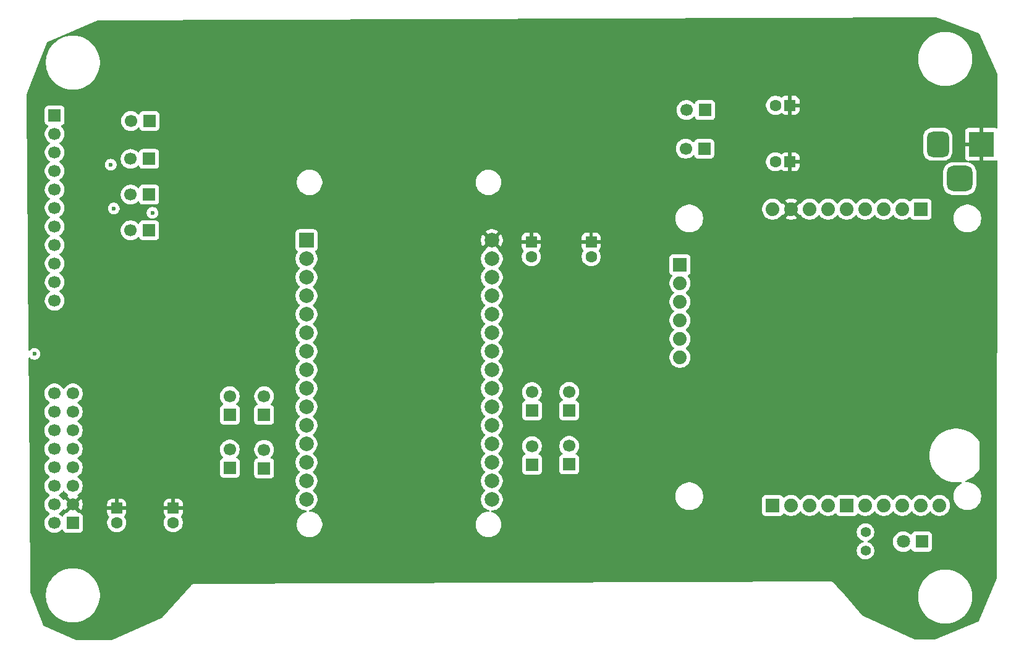
<source format=gbr>
%TF.GenerationSoftware,KiCad,Pcbnew,9.0.6*%
%TF.CreationDate,2026-02-04T00:25:10-06:00*%
%TF.ProjectId,pcblunarroverrfd900x modem,7063626c-756e-4617-9272-6f7665727266,rev?*%
%TF.SameCoordinates,Original*%
%TF.FileFunction,Copper,L3,Inr*%
%TF.FilePolarity,Positive*%
%FSLAX46Y46*%
G04 Gerber Fmt 4.6, Leading zero omitted, Abs format (unit mm)*
G04 Created by KiCad (PCBNEW 9.0.6) date 2026-02-04 00:25:10*
%MOMM*%
%LPD*%
G01*
G04 APERTURE LIST*
G04 Aperture macros list*
%AMRoundRect*
0 Rectangle with rounded corners*
0 $1 Rounding radius*
0 $2 $3 $4 $5 $6 $7 $8 $9 X,Y pos of 4 corners*
0 Add a 4 corners polygon primitive as box body*
4,1,4,$2,$3,$4,$5,$6,$7,$8,$9,$2,$3,0*
0 Add four circle primitives for the rounded corners*
1,1,$1+$1,$2,$3*
1,1,$1+$1,$4,$5*
1,1,$1+$1,$6,$7*
1,1,$1+$1,$8,$9*
0 Add four rect primitives between the rounded corners*
20,1,$1+$1,$2,$3,$4,$5,0*
20,1,$1+$1,$4,$5,$6,$7,0*
20,1,$1+$1,$6,$7,$8,$9,0*
20,1,$1+$1,$8,$9,$2,$3,0*%
G04 Aperture macros list end*
%TA.AperFunction,ComponentPad*%
%ADD10C,1.400000*%
%TD*%
%TA.AperFunction,ComponentPad*%
%ADD11R,1.700000X1.700000*%
%TD*%
%TA.AperFunction,ComponentPad*%
%ADD12C,1.700000*%
%TD*%
%TA.AperFunction,ComponentPad*%
%ADD13RoundRect,0.250000X-0.550000X0.550000X-0.550000X-0.550000X0.550000X-0.550000X0.550000X0.550000X0*%
%TD*%
%TA.AperFunction,ComponentPad*%
%ADD14C,1.600000*%
%TD*%
%TA.AperFunction,ComponentPad*%
%ADD15RoundRect,0.250000X0.550000X0.550000X-0.550000X0.550000X-0.550000X-0.550000X0.550000X-0.550000X0*%
%TD*%
%TA.AperFunction,ComponentPad*%
%ADD16R,2.000000X2.000000*%
%TD*%
%TA.AperFunction,ComponentPad*%
%ADD17C,2.000000*%
%TD*%
%TA.AperFunction,ComponentPad*%
%ADD18R,1.879600X1.879600*%
%TD*%
%TA.AperFunction,ComponentPad*%
%ADD19C,1.879600*%
%TD*%
%TA.AperFunction,ComponentPad*%
%ADD20R,1.800000X1.800000*%
%TD*%
%TA.AperFunction,ComponentPad*%
%ADD21C,1.800000*%
%TD*%
%TA.AperFunction,ComponentPad*%
%ADD22R,3.500000X3.500000*%
%TD*%
%TA.AperFunction,ComponentPad*%
%ADD23RoundRect,0.750000X-0.750000X-1.000000X0.750000X-1.000000X0.750000X1.000000X-0.750000X1.000000X0*%
%TD*%
%TA.AperFunction,ComponentPad*%
%ADD24RoundRect,0.875000X-0.875000X-0.875000X0.875000X-0.875000X0.875000X0.875000X-0.875000X0.875000X0*%
%TD*%
%TA.AperFunction,ViaPad*%
%ADD25C,0.600000*%
%TD*%
G04 APERTURE END LIST*
D10*
%TO.N,RTK-jet*%
%TO.C,1k*%
X186100000Y-99800000D03*
%TO.N,Net-(D1-A)*%
X186100000Y-102340000D03*
%TD*%
D11*
%TO.N,SDA*%
%TO.C,J14*%
X140400000Y-83125000D03*
D12*
%TO.N,Net-(J11-Pin_1)*%
X140400000Y-80585000D03*
%TD*%
D13*
%TO.N,+5V*%
%TO.C,10uF2*%
X140300000Y-60000000D03*
D14*
%TO.N,GND*%
X140300000Y-62000000D03*
%TD*%
D11*
%TO.N,Net-(J10-Pin_1)*%
%TO.C,J10*%
X87980000Y-43400000D03*
D12*
%TO.N,CTS-jet*%
X85440000Y-43400000D03*
%TD*%
D13*
%TO.N,+5V*%
%TO.C,1000uf1*%
X83500000Y-96500000D03*
D14*
%TO.N,GND*%
X83500000Y-98500000D03*
%TD*%
D11*
%TO.N,CTS-esp*%
%TO.C,J3*%
X99000000Y-83700000D03*
D12*
%TO.N,Net-(J10-Pin_1)*%
X99000000Y-81160000D03*
%TD*%
D11*
%TO.N,RX-esp*%
%TO.C,J4*%
X103700000Y-83700000D03*
D12*
%TO.N,Net-(J2-Pin_8)*%
X103700000Y-81160000D03*
%TD*%
D11*
%TO.N,Net-(J2-Pin_10)*%
%TO.C,J9*%
X87940000Y-48600000D03*
D12*
%TO.N,TX-jet*%
X85400000Y-48600000D03*
%TD*%
D15*
%TO.N,+5V*%
%TO.C,10uF1*%
X175750000Y-49000000D03*
D14*
%TO.N,GND*%
X173750000Y-49000000D03*
%TD*%
D16*
%TO.N,unconnected-(U1-3V3-Pad1)*%
%TO.C,U1*%
X109500000Y-59760000D03*
D17*
%TO.N,GND*%
X109500000Y-62300000D03*
%TO.N,unconnected-(U1-D15-Pad3)*%
X109500000Y-64840000D03*
%TO.N,unconnected-(U1-D2-Pad4)*%
X109500000Y-67380000D03*
%TO.N,unconnected-(U1-D4-Pad5)*%
X109500000Y-69920000D03*
%TO.N,TX-jet*%
X109500000Y-72460000D03*
%TO.N,RX-jet*%
X109500000Y-75000000D03*
%TO.N,unconnected-(U1-D5-Pad8)*%
X109500000Y-77540000D03*
%TO.N,RST*%
X109500000Y-80080000D03*
%TO.N,INT*%
X109500000Y-82620000D03*
%TO.N,SDA*%
X109500000Y-85160000D03*
%TO.N,RX-esp*%
X109500000Y-87700000D03*
%TO.N,TX-esp*%
X109500000Y-90240000D03*
%TO.N,SCL*%
X109500000Y-92780000D03*
%TO.N,RTS-esp*%
X109500000Y-95320000D03*
%TO.N,unconnected-(U1-EN-Pad16)*%
X134900000Y-95320000D03*
%TO.N,unconnected-(U1-VP-Pad17)*%
X134900000Y-92780000D03*
%TO.N,unconnected-(U1-VN-Pad18)*%
X134900000Y-90240000D03*
%TO.N,unconnected-(U1-D34-Pad19)*%
X134900000Y-87700000D03*
%TO.N,unconnected-(U1-D35-Pad20)*%
X134900000Y-85160000D03*
%TO.N,unconnected-(U1-D32-Pad21)*%
X134900000Y-82620000D03*
%TO.N,unconnected-(U1-D33-Pad22)*%
X134900000Y-80080000D03*
%TO.N,CTS-esp*%
X134900000Y-77540000D03*
%TO.N,unconnected-(U1-D26-Pad24)*%
X134900000Y-75000000D03*
%TO.N,unconnected-(U1-D27-Pad25)*%
X134900000Y-72460000D03*
%TO.N,unconnected-(U1-D14-Pad26)*%
X134900000Y-69920000D03*
%TO.N,unconnected-(U1-D12-Pad27)*%
X134900000Y-67380000D03*
%TO.N,unconnected-(U1-D13-Pad28)*%
X134900000Y-64840000D03*
%TO.N,GND*%
X134900000Y-62300000D03*
%TO.N,+5V*%
X134900000Y-59760000D03*
%TD*%
D18*
%TO.N,N/C*%
%TO.C,U2*%
X160680000Y-63120000D03*
D19*
%TO.N,unconnected-(U2A-TX2_J1-PadJ1_2)*%
X160680000Y-65660000D03*
%TO.N,unconnected-(U2A-RX2_J1-PadJ1_3)*%
X160680000Y-68200000D03*
%TO.N,unconnected-(U2A-3.3V_J1-PadJ1_4)*%
X160680000Y-70740000D03*
%TO.N,N/C*%
X160680000Y-73280000D03*
%TO.N,GND*%
X160680000Y-75820000D03*
D18*
%TO.N,unconnected-(U2B-GND_J3-PadJ3_1)*%
X173380000Y-96140000D03*
D19*
%TO.N,unconnected-(U2B-3.3V_J3-PadJ3_2)*%
X175920000Y-96140000D03*
%TO.N,unconnected-(U2B-SDA{slash}~{CS}_J3-PadJ3_3)*%
X178460000Y-96140000D03*
%TO.N,unconnected-(U2B-SCL{slash}SCK_J3-PadJ3_4)*%
X181000000Y-96140000D03*
D18*
%TO.N,unconnected-(U2C-FENCE_STAT-PadJ6_1)*%
X183540000Y-96140000D03*
D19*
%TO.N,RTK-jet*%
X186080000Y-96140000D03*
%TO.N,unconnected-(U2C-PPS-PadJ6_3)*%
X188620000Y-96140000D03*
%TO.N,RST*%
X191160000Y-96140000D03*
%TO.N,unconnected-(U2C-~{SAFE}-PadJ6_5)*%
X193700000Y-96140000D03*
%TO.N,INT*%
X196240000Y-96140000D03*
D18*
%TO.N,Net-(J12-Pin_1)*%
X193700000Y-55500000D03*
D19*
%TO.N,unconnected-(U2D-TXO{slash}MISO-PadJ7_2)*%
X191160000Y-55500000D03*
%TO.N,unconnected-(U2D-RXI{slash}MOSI-PadJ7_3)*%
X188620000Y-55500000D03*
%TO.N,Net-(J11-Pin_1)*%
X186080000Y-55500000D03*
%TO.N,Net-(J17-Pin_2)*%
X183540000Y-55500000D03*
%TO.N,Net-(J16-Pin_2)*%
X181000000Y-55500000D03*
%TO.N,unconnected-(U2D-3.3V_J7-PadJ7_7)*%
X178460000Y-55500000D03*
%TO.N,+5V*%
X175920000Y-55500000D03*
%TO.N,GND*%
X173380000Y-55500000D03*
%TD*%
D11*
%TO.N,RX2-jet*%
%TO.C,J16*%
X140400000Y-90540000D03*
D12*
%TO.N,Net-(J16-Pin_2)*%
X140400000Y-88000000D03*
%TD*%
D11*
%TO.N,SCL*%
%TO.C,J13*%
X145500000Y-83100000D03*
D12*
%TO.N,Net-(J12-Pin_1)*%
X145500000Y-80560000D03*
%TD*%
D20*
%TO.N,GND*%
%TO.C,D1*%
X193800000Y-101100000D03*
D21*
%TO.N,Net-(D1-A)*%
X191260000Y-101100000D03*
%TD*%
D15*
%TO.N,+5V*%
%TO.C,0.1uF3*%
X175750000Y-41250000D03*
D14*
%TO.N,GND*%
X173750000Y-41250000D03*
%TD*%
D11*
%TO.N,TX2-jet*%
%TO.C,J17*%
X145500000Y-90500000D03*
D12*
%TO.N,Net-(J17-Pin_2)*%
X145500000Y-87960000D03*
%TD*%
D11*
%TO.N,TX-esp*%
%TO.C,J5*%
X103700000Y-91040000D03*
D12*
%TO.N,Net-(J2-Pin_10)*%
X103700000Y-88500000D03*
%TD*%
D11*
%TO.N,Net-(J12-Pin_1)*%
%TO.C,J12*%
X164100000Y-41900000D03*
D12*
%TO.N,SCL-jet*%
X161560000Y-41900000D03*
%TD*%
D11*
%TO.N,GND*%
%TO.C,J18*%
X75000000Y-42640000D03*
D12*
%TO.N,CTS-jet*%
X75000000Y-45180000D03*
%TO.N,unconnected-(J18-Pin_3-Pad3)*%
X75000000Y-47720000D03*
%TO.N,TX-jet*%
X75000000Y-50260000D03*
%TO.N,RX-jet*%
X75000000Y-52800000D03*
%TO.N,RTS-jet*%
X75000000Y-55340000D03*
%TO.N,SDA-jet*%
X75000000Y-57880000D03*
%TO.N,SCL-jet*%
X75000000Y-60420000D03*
%TO.N,RTK-jet*%
X75000000Y-62960000D03*
%TO.N,RX2-jet*%
X75000000Y-65500000D03*
%TO.N,TX2-jet*%
X75000000Y-68040000D03*
%TD*%
D13*
%TO.N,+5V*%
%TO.C,0.1uF1*%
X91255112Y-96494888D03*
D14*
%TO.N,GND*%
X91255112Y-98494888D03*
%TD*%
D13*
%TO.N,+5V*%
%TO.C,0.1uf2*%
X148500000Y-60000000D03*
D14*
%TO.N,GND*%
X148500000Y-62000000D03*
%TD*%
D11*
%TO.N,RTS-esp*%
%TO.C,J6*%
X99000000Y-91000000D03*
D12*
%TO.N,Net-(J2-Pin_12)*%
X99000000Y-88460000D03*
%TD*%
D11*
%TO.N,Net-(J2-Pin_8)*%
%TO.C,J8*%
X87940000Y-53500000D03*
D12*
%TO.N,RX-jet*%
X85400000Y-53500000D03*
%TD*%
D11*
%TO.N,Net-(J2-Pin_12)*%
%TO.C,J7*%
X87940000Y-58400000D03*
D12*
%TO.N,RTS-jet*%
X85400000Y-58400000D03*
%TD*%
D11*
%TO.N,Net-(J11-Pin_1)*%
%TO.C,J11*%
X164000000Y-47200000D03*
D12*
%TO.N,SDA-jet*%
X161460000Y-47200000D03*
%TD*%
D22*
%TO.N,+5V*%
%TO.C,J1*%
X202000000Y-46600000D03*
D23*
%TO.N,GND*%
X196000000Y-46600000D03*
D24*
%TO.N,unconnected-(J1-Pad3)*%
X199000000Y-51300000D03*
%TD*%
D11*
%TO.N,unconnected-(J2-Pin_1-Pad1)*%
%TO.C,J2*%
X77500000Y-98540000D03*
D12*
%TO.N,GND*%
X74960000Y-98540000D03*
%TO.N,+5V*%
X77500000Y-96000000D03*
%TO.N,Net-(J10-Pin_1)*%
X74960000Y-96000000D03*
%TO.N,unconnected-(J2-Pin_5-Pad5)*%
X77500000Y-93460000D03*
%TO.N,unconnected-(J2-Pin_6-Pad6)*%
X74960000Y-93460000D03*
%TO.N,unconnected-(J2-Pin_7-Pad7)*%
X77500000Y-90920000D03*
%TO.N,Net-(J2-Pin_8)*%
X74960000Y-90920000D03*
%TO.N,unconnected-(J2-Pin_9-Pad9)*%
X77500000Y-88380000D03*
%TO.N,Net-(J2-Pin_10)*%
X74960000Y-88380000D03*
%TO.N,unconnected-(J2-Pin_11-Pad11)*%
X77500000Y-85840000D03*
%TO.N,Net-(J2-Pin_12)*%
X74960000Y-85840000D03*
%TO.N,unconnected-(J2-Pin_13-Pad13)*%
X77500000Y-83300000D03*
%TO.N,unconnected-(J2-Pin_14-Pad14)*%
X74960000Y-83300000D03*
%TO.N,unconnected-(J2-Pin_15-Pad15)*%
X77500000Y-80760000D03*
%TO.N,unconnected-(J2-Pin_16-Pad16)*%
X74960000Y-80760000D03*
%TD*%
D25*
%TO.N,SCL-jet*%
X82700000Y-49400000D03*
%TO.N,TX2-jet*%
X83100000Y-55400000D03*
X88400000Y-56000000D03*
%TO.N,Net-(J10-Pin_1)*%
X72250000Y-75350000D03*
%TD*%
%TA.AperFunction,Conductor*%
%TO.N,+5V*%
G36*
X77034075Y-96192993D02*
G01*
X77099901Y-96307007D01*
X77192993Y-96400099D01*
X77307007Y-96465925D01*
X77370590Y-96482962D01*
X76700370Y-97153181D01*
X76639047Y-97186666D01*
X76612698Y-97189500D01*
X76602134Y-97189500D01*
X76602123Y-97189501D01*
X76542516Y-97195908D01*
X76407671Y-97246202D01*
X76407664Y-97246206D01*
X76292455Y-97332452D01*
X76292452Y-97332455D01*
X76206206Y-97447664D01*
X76206203Y-97447669D01*
X76157189Y-97579083D01*
X76115317Y-97635016D01*
X76049853Y-97659433D01*
X75981580Y-97644581D01*
X75953326Y-97623430D01*
X75839786Y-97509890D01*
X75667820Y-97384951D01*
X75667115Y-97384591D01*
X75659054Y-97380485D01*
X75608259Y-97332512D01*
X75591463Y-97264692D01*
X75613999Y-97198556D01*
X75659054Y-97159515D01*
X75667816Y-97155051D01*
X75758946Y-97088842D01*
X75839786Y-97030109D01*
X75839788Y-97030106D01*
X75839792Y-97030104D01*
X75990104Y-96879792D01*
X75990106Y-96879788D01*
X75990109Y-96879786D01*
X76075890Y-96761717D01*
X76115051Y-96707816D01*
X76119793Y-96698508D01*
X76167763Y-96647711D01*
X76235583Y-96630911D01*
X76301719Y-96653445D01*
X76340763Y-96698500D01*
X76345373Y-96707547D01*
X76384728Y-96761716D01*
X77017037Y-96129408D01*
X77034075Y-96192993D01*
G37*
%TD.AperFunction*%
%TA.AperFunction,Conductor*%
G36*
X76301444Y-94113999D02*
G01*
X76340486Y-94159056D01*
X76344951Y-94167820D01*
X76469890Y-94339786D01*
X76620213Y-94490109D01*
X76792179Y-94615048D01*
X76792181Y-94615049D01*
X76792184Y-94615051D01*
X76801493Y-94619794D01*
X76852290Y-94667766D01*
X76869087Y-94735587D01*
X76846552Y-94801722D01*
X76801505Y-94840760D01*
X76792446Y-94845376D01*
X76792440Y-94845380D01*
X76738282Y-94884727D01*
X76738282Y-94884728D01*
X77370591Y-95517037D01*
X77307007Y-95534075D01*
X77192993Y-95599901D01*
X77099901Y-95692993D01*
X77034075Y-95807007D01*
X77017037Y-95870591D01*
X76384728Y-95238282D01*
X76384727Y-95238282D01*
X76345380Y-95292440D01*
X76345376Y-95292446D01*
X76340760Y-95301505D01*
X76292781Y-95352297D01*
X76224959Y-95369087D01*
X76158826Y-95346543D01*
X76119794Y-95301493D01*
X76115051Y-95292184D01*
X76115049Y-95292181D01*
X76115048Y-95292179D01*
X75990109Y-95120213D01*
X75839786Y-94969890D01*
X75667820Y-94844951D01*
X75667115Y-94844591D01*
X75659054Y-94840485D01*
X75608259Y-94792512D01*
X75591463Y-94724692D01*
X75613999Y-94658556D01*
X75659054Y-94619515D01*
X75667816Y-94615051D01*
X75779970Y-94533567D01*
X75839786Y-94490109D01*
X75839788Y-94490106D01*
X75839792Y-94490104D01*
X75990104Y-94339792D01*
X75990106Y-94339788D01*
X75990109Y-94339786D01*
X76115048Y-94167820D01*
X76115047Y-94167820D01*
X76115051Y-94167816D01*
X76119514Y-94159054D01*
X76167488Y-94108259D01*
X76235308Y-94091463D01*
X76301444Y-94113999D01*
G37*
%TD.AperFunction*%
%TA.AperFunction,Conductor*%
G36*
X195753169Y-29218788D02*
G01*
X201601671Y-31382123D01*
X201657718Y-31423843D01*
X201671425Y-31446861D01*
X204184435Y-36943225D01*
X204195663Y-36994944D01*
X204186327Y-44304489D01*
X204166557Y-44371504D01*
X204113694Y-44417191D01*
X204044523Y-44427046D01*
X204000931Y-44408957D01*
X203999872Y-44410897D01*
X203992086Y-44406645D01*
X203857379Y-44356403D01*
X203857372Y-44356401D01*
X203797844Y-44350000D01*
X202250000Y-44350000D01*
X202250000Y-45166988D01*
X202192993Y-45134075D01*
X202065826Y-45100000D01*
X201934174Y-45100000D01*
X201807007Y-45134075D01*
X201750000Y-45166988D01*
X201750000Y-44350000D01*
X200202155Y-44350000D01*
X200142627Y-44356401D01*
X200142620Y-44356403D01*
X200007913Y-44406645D01*
X200007906Y-44406649D01*
X199892812Y-44492809D01*
X199892809Y-44492812D01*
X199806649Y-44607906D01*
X199806645Y-44607913D01*
X199756403Y-44742620D01*
X199756401Y-44742627D01*
X199750000Y-44802155D01*
X199750000Y-46350000D01*
X201500000Y-46350000D01*
X201500000Y-46850000D01*
X199750000Y-46850000D01*
X199750000Y-48397844D01*
X199756401Y-48457372D01*
X199756403Y-48457379D01*
X199806645Y-48592086D01*
X199806649Y-48592093D01*
X199892809Y-48707187D01*
X199892812Y-48707190D01*
X200007906Y-48793350D01*
X200007911Y-48793353D01*
X200056605Y-48811515D01*
X200112538Y-48853387D01*
X200136955Y-48918851D01*
X200122103Y-48987124D01*
X200072698Y-49036529D01*
X200006692Y-49051522D01*
X199968652Y-49049501D01*
X199968629Y-49049500D01*
X199968622Y-49049500D01*
X198031378Y-49049500D01*
X198031370Y-49049500D01*
X198031347Y-49049501D01*
X197978756Y-49052295D01*
X197978755Y-49052295D01*
X197748878Y-49096754D01*
X197748876Y-49096754D01*
X197748874Y-49096755D01*
X197674933Y-49124659D01*
X197529810Y-49179425D01*
X197327868Y-49297929D01*
X197327861Y-49297934D01*
X197148858Y-49448856D01*
X197148856Y-49448858D01*
X196997934Y-49627861D01*
X196997929Y-49627868D01*
X196879425Y-49829810D01*
X196824659Y-49974933D01*
X196796755Y-50048874D01*
X196796754Y-50048876D01*
X196796754Y-50048878D01*
X196752295Y-50278755D01*
X196752295Y-50278756D01*
X196749501Y-50331347D01*
X196749500Y-50331386D01*
X196749500Y-52268613D01*
X196749501Y-52268652D01*
X196752295Y-52321243D01*
X196752295Y-52321244D01*
X196781044Y-52469890D01*
X196796755Y-52551126D01*
X196845326Y-52679832D01*
X196879425Y-52770189D01*
X196997929Y-52972131D01*
X196997934Y-52972138D01*
X197148856Y-53151141D01*
X197148858Y-53151143D01*
X197327861Y-53302065D01*
X197327868Y-53302070D01*
X197529810Y-53420574D01*
X197748874Y-53503245D01*
X197978759Y-53547705D01*
X198031378Y-53550500D01*
X198031386Y-53550500D01*
X199968614Y-53550500D01*
X199968622Y-53550500D01*
X200021241Y-53547705D01*
X200251126Y-53503245D01*
X200470190Y-53420574D01*
X200672132Y-53302070D01*
X200851142Y-53151142D01*
X201002070Y-52972132D01*
X201120574Y-52770190D01*
X201203245Y-52551126D01*
X201247705Y-52321241D01*
X201250500Y-52268622D01*
X201250500Y-50331378D01*
X201247705Y-50278759D01*
X201203245Y-50048874D01*
X201120574Y-49829810D01*
X201002070Y-49627868D01*
X201002065Y-49627861D01*
X200851143Y-49448858D01*
X200851141Y-49448856D01*
X200672138Y-49297934D01*
X200672131Y-49297929D01*
X200470189Y-49179425D01*
X200379832Y-49145326D01*
X200251126Y-49096755D01*
X200245899Y-49095744D01*
X200183817Y-49063688D01*
X200148922Y-49003156D01*
X200152291Y-48933368D01*
X200192856Y-48876480D01*
X200257738Y-48850554D01*
X200269445Y-48850000D01*
X201750000Y-48850000D01*
X201750000Y-48033012D01*
X201807007Y-48065925D01*
X201934174Y-48100000D01*
X202065826Y-48100000D01*
X202192993Y-48065925D01*
X202250000Y-48033012D01*
X202250000Y-48850000D01*
X203797828Y-48850000D01*
X203797844Y-48849999D01*
X203857372Y-48843598D01*
X203857379Y-48843596D01*
X203992090Y-48793352D01*
X203997029Y-48790656D01*
X204065301Y-48775802D01*
X204130766Y-48800216D01*
X204172639Y-48856149D01*
X204180459Y-48899644D01*
X204112628Y-102012358D01*
X204107642Y-105916768D01*
X204107569Y-105974326D01*
X204107520Y-106012332D01*
X204107520Y-106012335D01*
X204107456Y-106061638D01*
X204097817Y-106109409D01*
X201627874Y-112002509D01*
X201583806Y-112056728D01*
X201560607Y-112069286D01*
X195632169Y-114503243D01*
X195585179Y-114512534D01*
X194824212Y-114513174D01*
X192864248Y-114514820D01*
X192812992Y-114503778D01*
X185775044Y-111316706D01*
X185732935Y-111285469D01*
X183242389Y-108443160D01*
X193298500Y-108443160D01*
X193298500Y-108806839D01*
X193334146Y-109168777D01*
X193405097Y-109525470D01*
X193510672Y-109873503D01*
X193649849Y-110209506D01*
X193649851Y-110209511D01*
X193821282Y-110530234D01*
X193821293Y-110530252D01*
X194023336Y-110832631D01*
X194023346Y-110832645D01*
X194254066Y-111113778D01*
X194511221Y-111370933D01*
X194511226Y-111370937D01*
X194511227Y-111370938D01*
X194792360Y-111601658D01*
X195094754Y-111803711D01*
X195094763Y-111803716D01*
X195094765Y-111803717D01*
X195415488Y-111975148D01*
X195415490Y-111975148D01*
X195415496Y-111975152D01*
X195751498Y-112114328D01*
X196099524Y-112219901D01*
X196456222Y-112290853D01*
X196818157Y-112326500D01*
X196818160Y-112326500D01*
X197181840Y-112326500D01*
X197181843Y-112326500D01*
X197543778Y-112290853D01*
X197900476Y-112219901D01*
X198248502Y-112114328D01*
X198584504Y-111975152D01*
X198905246Y-111803711D01*
X199207640Y-111601658D01*
X199488773Y-111370938D01*
X199745938Y-111113773D01*
X199976658Y-110832640D01*
X200178711Y-110530246D01*
X200350152Y-110209504D01*
X200489328Y-109873502D01*
X200594901Y-109525476D01*
X200665853Y-109168778D01*
X200701500Y-108806843D01*
X200701500Y-108443157D01*
X200665853Y-108081222D01*
X200594901Y-107724524D01*
X200489328Y-107376498D01*
X200350152Y-107040496D01*
X200340727Y-107022864D01*
X200178717Y-106719765D01*
X200178716Y-106719763D01*
X200178711Y-106719754D01*
X199976658Y-106417360D01*
X199745938Y-106136227D01*
X199745937Y-106136226D01*
X199745933Y-106136221D01*
X199488778Y-105879066D01*
X199207645Y-105648346D01*
X199207644Y-105648345D01*
X199207640Y-105648342D01*
X198905246Y-105446289D01*
X198905241Y-105446286D01*
X198905234Y-105446282D01*
X198584511Y-105274851D01*
X198584506Y-105274849D01*
X198248503Y-105135672D01*
X197900470Y-105030097D01*
X197543776Y-104959146D01*
X197543777Y-104959146D01*
X197271182Y-104932299D01*
X197181843Y-104923500D01*
X196818157Y-104923500D01*
X196735609Y-104931630D01*
X196456222Y-104959146D01*
X196099529Y-105030097D01*
X195751496Y-105135672D01*
X195415493Y-105274849D01*
X195415488Y-105274851D01*
X195094765Y-105446282D01*
X195094747Y-105446293D01*
X194792368Y-105648336D01*
X194792354Y-105648346D01*
X194511221Y-105879066D01*
X194254066Y-106136221D01*
X194023346Y-106417354D01*
X194023336Y-106417368D01*
X193821293Y-106719747D01*
X193821282Y-106719765D01*
X193649851Y-107040488D01*
X193649849Y-107040493D01*
X193510672Y-107376496D01*
X193405097Y-107724529D01*
X193334146Y-108081222D01*
X193313273Y-108293160D01*
X193301263Y-108415109D01*
X193298500Y-108443160D01*
X183242389Y-108443160D01*
X182176300Y-107226498D01*
X181810429Y-106808951D01*
X181810429Y-106808950D01*
X181802542Y-106799950D01*
X181793527Y-106784463D01*
X181758488Y-106749675D01*
X181755642Y-106746427D01*
X181755640Y-106746425D01*
X181733009Y-106720597D01*
X181733003Y-106720592D01*
X181731278Y-106719438D01*
X181712849Y-106704362D01*
X181700009Y-106691613D01*
X181700008Y-106691612D01*
X181628149Y-106650467D01*
X181623464Y-106647334D01*
X181621526Y-106646675D01*
X181614444Y-106642620D01*
X181614442Y-106642618D01*
X181585646Y-106626131D01*
X181585639Y-106626128D01*
X181493892Y-106601897D01*
X181458229Y-106592478D01*
X181458228Y-106592478D01*
X94148050Y-106905415D01*
X94148051Y-106905416D01*
X94134877Y-106905463D01*
X94123077Y-106902972D01*
X94072581Y-106905685D01*
X94069455Y-106905697D01*
X94069455Y-106905698D01*
X94016465Y-106905888D01*
X94016454Y-106905890D01*
X94016264Y-106905941D01*
X94016265Y-106905942D01*
X94003552Y-106909397D01*
X93991482Y-106910047D01*
X93943308Y-106925770D01*
X93940306Y-106926587D01*
X93940286Y-106926593D01*
X93889292Y-106940453D01*
X93889286Y-106940455D01*
X93889144Y-106940538D01*
X93889145Y-106940539D01*
X93877761Y-106947166D01*
X93866204Y-106950939D01*
X93823497Y-106978754D01*
X93820799Y-106980325D01*
X93775404Y-107006752D01*
X93775393Y-107006761D01*
X93775329Y-107006824D01*
X93775330Y-107006825D01*
X93766046Y-107016174D01*
X93755777Y-107022864D01*
X93721443Y-107061097D01*
X93719233Y-107063324D01*
X93719233Y-107063325D01*
X93682550Y-107100273D01*
X93682544Y-107100280D01*
X93682545Y-107100280D01*
X93667212Y-107121490D01*
X89747527Y-111486594D01*
X89705824Y-111516970D01*
X82809287Y-114596569D01*
X82758832Y-114607345D01*
X77972295Y-114611368D01*
X77922197Y-114600843D01*
X73532448Y-112666818D01*
X73479036Y-112621775D01*
X73467003Y-112598616D01*
X73346306Y-112290853D01*
X71778514Y-108293160D01*
X73798500Y-108293160D01*
X73798500Y-108656839D01*
X73834146Y-109018777D01*
X73905097Y-109375470D01*
X74010672Y-109723503D01*
X74149849Y-110059506D01*
X74149851Y-110059511D01*
X74321282Y-110380234D01*
X74321293Y-110380252D01*
X74523336Y-110682631D01*
X74523346Y-110682645D01*
X74754066Y-110963778D01*
X75011221Y-111220933D01*
X75011226Y-111220937D01*
X75011227Y-111220938D01*
X75292360Y-111451658D01*
X75594754Y-111653711D01*
X75594763Y-111653716D01*
X75594765Y-111653717D01*
X75915488Y-111825148D01*
X75915490Y-111825148D01*
X75915496Y-111825152D01*
X76251498Y-111964328D01*
X76599524Y-112069901D01*
X76956222Y-112140853D01*
X77318157Y-112176500D01*
X77318160Y-112176500D01*
X77681840Y-112176500D01*
X77681843Y-112176500D01*
X78043778Y-112140853D01*
X78400476Y-112069901D01*
X78748502Y-111964328D01*
X79084504Y-111825152D01*
X79405246Y-111653711D01*
X79707640Y-111451658D01*
X79988773Y-111220938D01*
X80245938Y-110963773D01*
X80476658Y-110682640D01*
X80678711Y-110380246D01*
X80850152Y-110059504D01*
X80989328Y-109723502D01*
X81094901Y-109375476D01*
X81165853Y-109018778D01*
X81201500Y-108656843D01*
X81201500Y-108293157D01*
X81165853Y-107931222D01*
X81094901Y-107574524D01*
X80989328Y-107226498D01*
X80850152Y-106890496D01*
X80815427Y-106825531D01*
X80678717Y-106569765D01*
X80678716Y-106569763D01*
X80678711Y-106569754D01*
X80476658Y-106267360D01*
X80245938Y-105986227D01*
X80245937Y-105986226D01*
X80245933Y-105986221D01*
X79988778Y-105729066D01*
X79707645Y-105498346D01*
X79707644Y-105498345D01*
X79707640Y-105498342D01*
X79405246Y-105296289D01*
X79405241Y-105296286D01*
X79405234Y-105296282D01*
X79084511Y-105124851D01*
X79084506Y-105124849D01*
X78748503Y-104985672D01*
X78400470Y-104880097D01*
X78043776Y-104809146D01*
X78043777Y-104809146D01*
X77771182Y-104782299D01*
X77681843Y-104773500D01*
X77318157Y-104773500D01*
X77235609Y-104781630D01*
X76956222Y-104809146D01*
X76599529Y-104880097D01*
X76251496Y-104985672D01*
X75915493Y-105124849D01*
X75915488Y-105124851D01*
X75594765Y-105296282D01*
X75594747Y-105296293D01*
X75292368Y-105498336D01*
X75292354Y-105498346D01*
X75011221Y-105729066D01*
X74754066Y-105986221D01*
X74523346Y-106267354D01*
X74523336Y-106267368D01*
X74321293Y-106569747D01*
X74321282Y-106569765D01*
X74149851Y-106890488D01*
X74149849Y-106890493D01*
X74010672Y-107226496D01*
X73905097Y-107574529D01*
X73834146Y-107931222D01*
X73798500Y-108293160D01*
X71778514Y-108293160D01*
X71677706Y-108036112D01*
X71669150Y-107991775D01*
X71463858Y-80653713D01*
X73609500Y-80653713D01*
X73609500Y-80866286D01*
X73642753Y-81076239D01*
X73642753Y-81076241D01*
X73642754Y-81076243D01*
X73705001Y-81267820D01*
X73708444Y-81278414D01*
X73804951Y-81467820D01*
X73929890Y-81639786D01*
X74080213Y-81790109D01*
X74252182Y-81915050D01*
X74260946Y-81919516D01*
X74311742Y-81967491D01*
X74328536Y-82035312D01*
X74305998Y-82101447D01*
X74260946Y-82140484D01*
X74252182Y-82144949D01*
X74080213Y-82269890D01*
X73929890Y-82420213D01*
X73804951Y-82592179D01*
X73708444Y-82781585D01*
X73642753Y-82983760D01*
X73609500Y-83193713D01*
X73609500Y-83406287D01*
X73642754Y-83616243D01*
X73690931Y-83764517D01*
X73708444Y-83818414D01*
X73804951Y-84007820D01*
X73929890Y-84179786D01*
X74080213Y-84330109D01*
X74252182Y-84455050D01*
X74260946Y-84459516D01*
X74311742Y-84507491D01*
X74328536Y-84575312D01*
X74305998Y-84641447D01*
X74260946Y-84680484D01*
X74252182Y-84684949D01*
X74080213Y-84809890D01*
X73929890Y-84960213D01*
X73804951Y-85132179D01*
X73708444Y-85321585D01*
X73642753Y-85523760D01*
X73609500Y-85733713D01*
X73609500Y-85946286D01*
X73640075Y-86139332D01*
X73642754Y-86156243D01*
X73690931Y-86304517D01*
X73708444Y-86358414D01*
X73804951Y-86547820D01*
X73929890Y-86719786D01*
X74080213Y-86870109D01*
X74252182Y-86995050D01*
X74260946Y-86999516D01*
X74311742Y-87047491D01*
X74328536Y-87115312D01*
X74305998Y-87181447D01*
X74260946Y-87220484D01*
X74252182Y-87224949D01*
X74080213Y-87349890D01*
X73929890Y-87500213D01*
X73804951Y-87672179D01*
X73708444Y-87861585D01*
X73642753Y-88063760D01*
X73624622Y-88178236D01*
X73609500Y-88273713D01*
X73609500Y-88486287D01*
X73617982Y-88539842D01*
X73638251Y-88667816D01*
X73642754Y-88696243D01*
X73702390Y-88879784D01*
X73708444Y-88898414D01*
X73804951Y-89087820D01*
X73929890Y-89259786D01*
X74080213Y-89410109D01*
X74252182Y-89535050D01*
X74260946Y-89539516D01*
X74311742Y-89587491D01*
X74328536Y-89655312D01*
X74305998Y-89721447D01*
X74260946Y-89760484D01*
X74252182Y-89764949D01*
X74080213Y-89889890D01*
X73929890Y-90040213D01*
X73804951Y-90212179D01*
X73708444Y-90401585D01*
X73642753Y-90603760D01*
X73633262Y-90663686D01*
X73609500Y-90813713D01*
X73609500Y-91026287D01*
X73612922Y-91047892D01*
X73639314Y-91214528D01*
X73642754Y-91236243D01*
X73695274Y-91397883D01*
X73708444Y-91438414D01*
X73804951Y-91627820D01*
X73929890Y-91799786D01*
X74080213Y-91950109D01*
X74252182Y-92075050D01*
X74260946Y-92079516D01*
X74311742Y-92127491D01*
X74328536Y-92195312D01*
X74305998Y-92261447D01*
X74260946Y-92300484D01*
X74252182Y-92304949D01*
X74080213Y-92429890D01*
X73929890Y-92580213D01*
X73804951Y-92752179D01*
X73708444Y-92941585D01*
X73708443Y-92941587D01*
X73708443Y-92941588D01*
X73698640Y-92971757D01*
X73642753Y-93143760D01*
X73620293Y-93285567D01*
X73609500Y-93353713D01*
X73609500Y-93566287D01*
X73642754Y-93776243D01*
X73690931Y-93924517D01*
X73708444Y-93978414D01*
X73804951Y-94167820D01*
X73929890Y-94339786D01*
X74080213Y-94490109D01*
X74252182Y-94615050D01*
X74260946Y-94619516D01*
X74311742Y-94667491D01*
X74328536Y-94735312D01*
X74305998Y-94801447D01*
X74260946Y-94840484D01*
X74252182Y-94844949D01*
X74080213Y-94969890D01*
X73929890Y-95120213D01*
X73804951Y-95292179D01*
X73708444Y-95481585D01*
X73642753Y-95683760D01*
X73609500Y-95893713D01*
X73609500Y-96106286D01*
X73642735Y-96316127D01*
X73642754Y-96316243D01*
X73695075Y-96477271D01*
X73708444Y-96518414D01*
X73804951Y-96707820D01*
X73929890Y-96879786D01*
X74080213Y-97030109D01*
X74252182Y-97155050D01*
X74260946Y-97159516D01*
X74311742Y-97207491D01*
X74328536Y-97275312D01*
X74305998Y-97341447D01*
X74260946Y-97380484D01*
X74252182Y-97384949D01*
X74080213Y-97509890D01*
X73929890Y-97660213D01*
X73804951Y-97832179D01*
X73708444Y-98021585D01*
X73642753Y-98223760D01*
X73609500Y-98433713D01*
X73609500Y-98646286D01*
X73629607Y-98773240D01*
X73642754Y-98856243D01*
X73689211Y-98999223D01*
X73708444Y-99058414D01*
X73804951Y-99247820D01*
X73929890Y-99419786D01*
X74080213Y-99570109D01*
X74252179Y-99695048D01*
X74252181Y-99695049D01*
X74252184Y-99695051D01*
X74441588Y-99791557D01*
X74643757Y-99857246D01*
X74853713Y-99890500D01*
X74853714Y-99890500D01*
X75066286Y-99890500D01*
X75066287Y-99890500D01*
X75276243Y-99857246D01*
X75478412Y-99791557D01*
X75667816Y-99695051D01*
X75839792Y-99570104D01*
X75953329Y-99456566D01*
X76014648Y-99423084D01*
X76084340Y-99428068D01*
X76140274Y-99469939D01*
X76157189Y-99500917D01*
X76206202Y-99632328D01*
X76206206Y-99632335D01*
X76292452Y-99747544D01*
X76292455Y-99747547D01*
X76407664Y-99833793D01*
X76407671Y-99833797D01*
X76542517Y-99884091D01*
X76542516Y-99884091D01*
X76549444Y-99884835D01*
X76602127Y-99890500D01*
X78397872Y-99890499D01*
X78457483Y-99884091D01*
X78592331Y-99833796D01*
X78707546Y-99747546D01*
X78793796Y-99632331D01*
X78844091Y-99497483D01*
X78850500Y-99437873D01*
X78850499Y-98397648D01*
X82199500Y-98397648D01*
X82199500Y-98602351D01*
X82231522Y-98804534D01*
X82294781Y-98999223D01*
X82358691Y-99124653D01*
X82385108Y-99176498D01*
X82387715Y-99181613D01*
X82508028Y-99347213D01*
X82652786Y-99491971D01*
X82807749Y-99604556D01*
X82818390Y-99612287D01*
X82934607Y-99671503D01*
X83000776Y-99705218D01*
X83000778Y-99705218D01*
X83000781Y-99705220D01*
X83060479Y-99724617D01*
X83195465Y-99768477D01*
X83296557Y-99784488D01*
X83397648Y-99800500D01*
X83397649Y-99800500D01*
X83602351Y-99800500D01*
X83602352Y-99800500D01*
X83804534Y-99768477D01*
X83999219Y-99705220D01*
X84181610Y-99612287D01*
X84274590Y-99544732D01*
X84347213Y-99491971D01*
X84347215Y-99491968D01*
X84347219Y-99491966D01*
X84491966Y-99347219D01*
X84491968Y-99347215D01*
X84491971Y-99347213D01*
X84564186Y-99247816D01*
X84612287Y-99181610D01*
X84705220Y-98999219D01*
X84768477Y-98804534D01*
X84800500Y-98602352D01*
X84800500Y-98397648D01*
X84799690Y-98392536D01*
X89954612Y-98392536D01*
X89954612Y-98597239D01*
X89986634Y-98799422D01*
X90049893Y-98994111D01*
X90082657Y-99058412D01*
X90139922Y-99170801D01*
X90142827Y-99176501D01*
X90263140Y-99342101D01*
X90407898Y-99486859D01*
X90562861Y-99599444D01*
X90573502Y-99607175D01*
X90689719Y-99666391D01*
X90755888Y-99700106D01*
X90755890Y-99700106D01*
X90755893Y-99700108D01*
X90831309Y-99724612D01*
X90950577Y-99763365D01*
X90982853Y-99768477D01*
X91152760Y-99795388D01*
X91152761Y-99795388D01*
X91357463Y-99795388D01*
X91357464Y-99795388D01*
X91559646Y-99763365D01*
X91754331Y-99700108D01*
X91936722Y-99607175D01*
X92048605Y-99525888D01*
X92102325Y-99486859D01*
X92102327Y-99486856D01*
X92102331Y-99486854D01*
X92247078Y-99342107D01*
X92247080Y-99342103D01*
X92247083Y-99342101D01*
X92315584Y-99247816D01*
X92367399Y-99176498D01*
X92460332Y-98994107D01*
X92523589Y-98799422D01*
X92555612Y-98597240D01*
X92555612Y-98392536D01*
X92523589Y-98190354D01*
X92460332Y-97995669D01*
X92460330Y-97995666D01*
X92460330Y-97995664D01*
X92377032Y-97832184D01*
X92367399Y-97813278D01*
X92316023Y-97742564D01*
X92292544Y-97676760D01*
X92308369Y-97608707D01*
X92328661Y-97582000D01*
X92397427Y-97513233D01*
X92489468Y-97364012D01*
X92489470Y-97364007D01*
X92544617Y-97197585D01*
X92544618Y-97197578D01*
X92555111Y-97094874D01*
X92555112Y-97094861D01*
X92555112Y-96744888D01*
X91570798Y-96744888D01*
X91575192Y-96740494D01*
X91627853Y-96649282D01*
X91655112Y-96547549D01*
X91655112Y-96442227D01*
X91627853Y-96340494D01*
X91575192Y-96249282D01*
X91570798Y-96244888D01*
X92555111Y-96244888D01*
X92555111Y-95894916D01*
X92555110Y-95894901D01*
X92544617Y-95792190D01*
X92489470Y-95625768D01*
X92489468Y-95625763D01*
X92397427Y-95476542D01*
X92273457Y-95352572D01*
X92124236Y-95260531D01*
X92124231Y-95260529D01*
X91957809Y-95205382D01*
X91957802Y-95205381D01*
X91855098Y-95194888D01*
X91505112Y-95194888D01*
X91505112Y-96179202D01*
X91500718Y-96174808D01*
X91409506Y-96122147D01*
X91307773Y-96094888D01*
X91202451Y-96094888D01*
X91100718Y-96122147D01*
X91009506Y-96174808D01*
X91005112Y-96179202D01*
X91005112Y-95194888D01*
X90655140Y-95194888D01*
X90655124Y-95194889D01*
X90552414Y-95205382D01*
X90385992Y-95260529D01*
X90385987Y-95260531D01*
X90236766Y-95352572D01*
X90112796Y-95476542D01*
X90020755Y-95625763D01*
X90020753Y-95625768D01*
X89965606Y-95792190D01*
X89965605Y-95792197D01*
X89955112Y-95894901D01*
X89955112Y-96244888D01*
X90939426Y-96244888D01*
X90935032Y-96249282D01*
X90882371Y-96340494D01*
X90855112Y-96442227D01*
X90855112Y-96547549D01*
X90882371Y-96649282D01*
X90935032Y-96740494D01*
X90939426Y-96744888D01*
X89955113Y-96744888D01*
X89955113Y-97094874D01*
X89965606Y-97197585D01*
X90020753Y-97364007D01*
X90020755Y-97364012D01*
X90112796Y-97513233D01*
X90181562Y-97581999D01*
X90215047Y-97643322D01*
X90210063Y-97713014D01*
X90194200Y-97742564D01*
X90142825Y-97813277D01*
X90142824Y-97813279D01*
X90049893Y-97995664D01*
X89986634Y-98190353D01*
X89954612Y-98392536D01*
X84799690Y-98392536D01*
X84768477Y-98195466D01*
X84705220Y-98000781D01*
X84705218Y-98000778D01*
X84705218Y-98000776D01*
X84619315Y-97832184D01*
X84612287Y-97818390D01*
X84560911Y-97747676D01*
X84537432Y-97681872D01*
X84553257Y-97613819D01*
X84573549Y-97587112D01*
X84642315Y-97518345D01*
X84734356Y-97369124D01*
X84734358Y-97369119D01*
X84789505Y-97202697D01*
X84789506Y-97202690D01*
X84799999Y-97099986D01*
X84800000Y-97099973D01*
X84800000Y-96750000D01*
X83815686Y-96750000D01*
X83820080Y-96745606D01*
X83872741Y-96654394D01*
X83900000Y-96552661D01*
X83900000Y-96447339D01*
X83872741Y-96345606D01*
X83820080Y-96254394D01*
X83815686Y-96250000D01*
X84799999Y-96250000D01*
X84799999Y-95900020D01*
X84789505Y-95797302D01*
X84734358Y-95630880D01*
X84734356Y-95630875D01*
X84642315Y-95481654D01*
X84518345Y-95357684D01*
X84369124Y-95265643D01*
X84369119Y-95265641D01*
X84202697Y-95210494D01*
X84202690Y-95210493D01*
X84099986Y-95200000D01*
X83750000Y-95200000D01*
X83750000Y-96184314D01*
X83745606Y-96179920D01*
X83654394Y-96127259D01*
X83552661Y-96100000D01*
X83447339Y-96100000D01*
X83345606Y-96127259D01*
X83254394Y-96179920D01*
X83250000Y-96184314D01*
X83250000Y-95200000D01*
X82900028Y-95200000D01*
X82900012Y-95200001D01*
X82797302Y-95210494D01*
X82630880Y-95265641D01*
X82630875Y-95265643D01*
X82481654Y-95357684D01*
X82357684Y-95481654D01*
X82265643Y-95630875D01*
X82265641Y-95630880D01*
X82210494Y-95797302D01*
X82210493Y-95797309D01*
X82200000Y-95900013D01*
X82200000Y-96250000D01*
X83184314Y-96250000D01*
X83179920Y-96254394D01*
X83127259Y-96345606D01*
X83100000Y-96447339D01*
X83100000Y-96552661D01*
X83127259Y-96654394D01*
X83179920Y-96745606D01*
X83184314Y-96750000D01*
X82200001Y-96750000D01*
X82200001Y-97099986D01*
X82210494Y-97202697D01*
X82265641Y-97369119D01*
X82265643Y-97369124D01*
X82357684Y-97518345D01*
X82426450Y-97587111D01*
X82459935Y-97648434D01*
X82454951Y-97718126D01*
X82439088Y-97747676D01*
X82387713Y-97818389D01*
X82387712Y-97818391D01*
X82294781Y-98000776D01*
X82231522Y-98195465D01*
X82199500Y-98397648D01*
X78850499Y-98397648D01*
X78850499Y-97642128D01*
X78844091Y-97582517D01*
X78843898Y-97582000D01*
X78793797Y-97447671D01*
X78793793Y-97447664D01*
X78707547Y-97332455D01*
X78707544Y-97332452D01*
X78592335Y-97246206D01*
X78592328Y-97246202D01*
X78457482Y-97195908D01*
X78457483Y-97195908D01*
X78397883Y-97189501D01*
X78397881Y-97189500D01*
X78397873Y-97189500D01*
X78397865Y-97189500D01*
X78387309Y-97189500D01*
X78320270Y-97169815D01*
X78299628Y-97153181D01*
X77629408Y-96482962D01*
X77692993Y-96465925D01*
X77807007Y-96400099D01*
X77900099Y-96307007D01*
X77965925Y-96192993D01*
X77982962Y-96129408D01*
X78615270Y-96761717D01*
X78615270Y-96761716D01*
X78654622Y-96707554D01*
X78751095Y-96518217D01*
X78816757Y-96316130D01*
X78816757Y-96316127D01*
X78850000Y-96106246D01*
X78850000Y-95893753D01*
X78816757Y-95683872D01*
X78816757Y-95683869D01*
X78751095Y-95481782D01*
X78654624Y-95292449D01*
X78615270Y-95238282D01*
X78615269Y-95238282D01*
X77982962Y-95870590D01*
X77965925Y-95807007D01*
X77900099Y-95692993D01*
X77807007Y-95599901D01*
X77692993Y-95534075D01*
X77629409Y-95517037D01*
X78261716Y-94884728D01*
X78207547Y-94845373D01*
X78207547Y-94845372D01*
X78198500Y-94840763D01*
X78147706Y-94792788D01*
X78130912Y-94724966D01*
X78153451Y-94658832D01*
X78198508Y-94619793D01*
X78207816Y-94615051D01*
X78319970Y-94533567D01*
X78379786Y-94490109D01*
X78379788Y-94490106D01*
X78379792Y-94490104D01*
X78530104Y-94339792D01*
X78530106Y-94339788D01*
X78530109Y-94339786D01*
X78655048Y-94167820D01*
X78655047Y-94167820D01*
X78655051Y-94167816D01*
X78751557Y-93978412D01*
X78817246Y-93776243D01*
X78850500Y-93566287D01*
X78850500Y-93353713D01*
X78817246Y-93143757D01*
X78751557Y-92941588D01*
X78655051Y-92752184D01*
X78655049Y-92752181D01*
X78655048Y-92752179D01*
X78530109Y-92580213D01*
X78379786Y-92429890D01*
X78207820Y-92304951D01*
X78207115Y-92304591D01*
X78199054Y-92300485D01*
X78148259Y-92252512D01*
X78131463Y-92184692D01*
X78153999Y-92118556D01*
X78199054Y-92079515D01*
X78207816Y-92075051D01*
X78314580Y-91997483D01*
X78379786Y-91950109D01*
X78379788Y-91950106D01*
X78379792Y-91950104D01*
X78530104Y-91799792D01*
X78530106Y-91799788D01*
X78530109Y-91799786D01*
X78655048Y-91627820D01*
X78655047Y-91627820D01*
X78655051Y-91627816D01*
X78751557Y-91438412D01*
X78817246Y-91236243D01*
X78850500Y-91026287D01*
X78850500Y-90813713D01*
X78817246Y-90603757D01*
X78751557Y-90401588D01*
X78655051Y-90212184D01*
X78655049Y-90212181D01*
X78655048Y-90212179D01*
X78530109Y-90040213D01*
X78379786Y-89889890D01*
X78207820Y-89764951D01*
X78207115Y-89764591D01*
X78199054Y-89760485D01*
X78148259Y-89712512D01*
X78131463Y-89644692D01*
X78153999Y-89578556D01*
X78199054Y-89539515D01*
X78207816Y-89535051D01*
X78265246Y-89493326D01*
X78379786Y-89410109D01*
X78379788Y-89410106D01*
X78379792Y-89410104D01*
X78530104Y-89259792D01*
X78530106Y-89259788D01*
X78530109Y-89259786D01*
X78655048Y-89087820D01*
X78655047Y-89087820D01*
X78655051Y-89087816D01*
X78751557Y-88898412D01*
X78817246Y-88696243D01*
X78850500Y-88486287D01*
X78850500Y-88353713D01*
X97649500Y-88353713D01*
X97649500Y-88566286D01*
X97670082Y-88696239D01*
X97682754Y-88776243D01*
X97725897Y-88909024D01*
X97748444Y-88978414D01*
X97844951Y-89167820D01*
X97969890Y-89339786D01*
X98083430Y-89453326D01*
X98116915Y-89514649D01*
X98111931Y-89584341D01*
X98070059Y-89640274D01*
X98039083Y-89657189D01*
X97907669Y-89706203D01*
X97907664Y-89706206D01*
X97792455Y-89792452D01*
X97792452Y-89792455D01*
X97706206Y-89907664D01*
X97706202Y-89907671D01*
X97655908Y-90042517D01*
X97652291Y-90076164D01*
X97649501Y-90102123D01*
X97649500Y-90102135D01*
X97649500Y-91897870D01*
X97649501Y-91897876D01*
X97655908Y-91957483D01*
X97706202Y-92092328D01*
X97706206Y-92092335D01*
X97792452Y-92207544D01*
X97792455Y-92207547D01*
X97907664Y-92293793D01*
X97907671Y-92293797D01*
X98042517Y-92344091D01*
X98042516Y-92344091D01*
X98049444Y-92344835D01*
X98102127Y-92350500D01*
X99897872Y-92350499D01*
X99957483Y-92344091D01*
X100092331Y-92293796D01*
X100207546Y-92207546D01*
X100293796Y-92092331D01*
X100344091Y-91957483D01*
X100350500Y-91897873D01*
X100350499Y-90102128D01*
X100344091Y-90042517D01*
X100293796Y-89907669D01*
X100293795Y-89907668D01*
X100293793Y-89907664D01*
X100207547Y-89792455D01*
X100207544Y-89792452D01*
X100092335Y-89706206D01*
X100092328Y-89706202D01*
X99960917Y-89657189D01*
X99904983Y-89615318D01*
X99880566Y-89549853D01*
X99895418Y-89481580D01*
X99916563Y-89453332D01*
X100030104Y-89339792D01*
X100035436Y-89332454D01*
X100125987Y-89207820D01*
X100155051Y-89167816D01*
X100251557Y-88978412D01*
X100317246Y-88776243D01*
X100350500Y-88566287D01*
X100350500Y-88393713D01*
X102349500Y-88393713D01*
X102349500Y-88606286D01*
X102376418Y-88776243D01*
X102382754Y-88816243D01*
X102447220Y-89014649D01*
X102448444Y-89018414D01*
X102544951Y-89207820D01*
X102669890Y-89379786D01*
X102783430Y-89493326D01*
X102816915Y-89554649D01*
X102811931Y-89624341D01*
X102770059Y-89680274D01*
X102739083Y-89697189D01*
X102607669Y-89746203D01*
X102607664Y-89746206D01*
X102492455Y-89832452D01*
X102492452Y-89832455D01*
X102406206Y-89947664D01*
X102406202Y-89947671D01*
X102355908Y-90082517D01*
X102349501Y-90142116D01*
X102349501Y-90142123D01*
X102349500Y-90142135D01*
X102349500Y-91937870D01*
X102349501Y-91937876D01*
X102355908Y-91997483D01*
X102406202Y-92132328D01*
X102406206Y-92132335D01*
X102492452Y-92247544D01*
X102492455Y-92247547D01*
X102607664Y-92333793D01*
X102607671Y-92333797D01*
X102742517Y-92384091D01*
X102742516Y-92384091D01*
X102749444Y-92384835D01*
X102802127Y-92390500D01*
X104597872Y-92390499D01*
X104657483Y-92384091D01*
X104792331Y-92333796D01*
X104907546Y-92247546D01*
X104993796Y-92132331D01*
X105044091Y-91997483D01*
X105050500Y-91937873D01*
X105050499Y-90142128D01*
X105044091Y-90082517D01*
X105041721Y-90076164D01*
X104993797Y-89947671D01*
X104993793Y-89947664D01*
X104907547Y-89832455D01*
X104907544Y-89832452D01*
X104792335Y-89746206D01*
X104792328Y-89746202D01*
X104660917Y-89697189D01*
X104604983Y-89655318D01*
X104580566Y-89589853D01*
X104595418Y-89521580D01*
X104616563Y-89493332D01*
X104730104Y-89379792D01*
X104759166Y-89339792D01*
X104855048Y-89207820D01*
X104855047Y-89207820D01*
X104855051Y-89207816D01*
X104951557Y-89018412D01*
X105017246Y-88816243D01*
X105050500Y-88606287D01*
X105050500Y-88393713D01*
X105017246Y-88183757D01*
X104951557Y-87981588D01*
X104855051Y-87792184D01*
X104855049Y-87792181D01*
X104855048Y-87792179D01*
X104730109Y-87620213D01*
X104579786Y-87469890D01*
X104407820Y-87344951D01*
X104218414Y-87248444D01*
X104218413Y-87248443D01*
X104218412Y-87248443D01*
X104016243Y-87182754D01*
X104016241Y-87182753D01*
X104016240Y-87182753D01*
X103854612Y-87157154D01*
X103806287Y-87149500D01*
X103593713Y-87149500D01*
X103545388Y-87157154D01*
X103383760Y-87182753D01*
X103181585Y-87248444D01*
X102992179Y-87344951D01*
X102820213Y-87469890D01*
X102669890Y-87620213D01*
X102544951Y-87792179D01*
X102448444Y-87981585D01*
X102448443Y-87981587D01*
X102448443Y-87981588D01*
X102415598Y-88082672D01*
X102382753Y-88183760D01*
X102349500Y-88393713D01*
X100350500Y-88393713D01*
X100350500Y-88353713D01*
X100317246Y-88143757D01*
X100251557Y-87941588D01*
X100155051Y-87752184D01*
X100155049Y-87752181D01*
X100155048Y-87752179D01*
X100030109Y-87580213D01*
X99879786Y-87429890D01*
X99707820Y-87304951D01*
X99518414Y-87208444D01*
X99518413Y-87208443D01*
X99518412Y-87208443D01*
X99316243Y-87142754D01*
X99316241Y-87142753D01*
X99316240Y-87142753D01*
X99142982Y-87115312D01*
X99106287Y-87109500D01*
X98893713Y-87109500D01*
X98857018Y-87115312D01*
X98683760Y-87142753D01*
X98481585Y-87208444D01*
X98292179Y-87304951D01*
X98120213Y-87429890D01*
X97969890Y-87580213D01*
X97844951Y-87752179D01*
X97748444Y-87941585D01*
X97682753Y-88143760D01*
X97649500Y-88353713D01*
X78850500Y-88353713D01*
X78850500Y-88273713D01*
X78817246Y-88063757D01*
X78751557Y-87861588D01*
X78655051Y-87672184D01*
X78655049Y-87672181D01*
X78655048Y-87672179D01*
X78530109Y-87500213D01*
X78379786Y-87349890D01*
X78207820Y-87224951D01*
X78207115Y-87224591D01*
X78199054Y-87220485D01*
X78148259Y-87172512D01*
X78131463Y-87104692D01*
X78153999Y-87038556D01*
X78199054Y-86999515D01*
X78207816Y-86995051D01*
X78319970Y-86913567D01*
X78379786Y-86870109D01*
X78379788Y-86870106D01*
X78379792Y-86870104D01*
X78530104Y-86719792D01*
X78530106Y-86719788D01*
X78530109Y-86719786D01*
X78655048Y-86547820D01*
X78655047Y-86547820D01*
X78655051Y-86547816D01*
X78751557Y-86358412D01*
X78817246Y-86156243D01*
X78850500Y-85946287D01*
X78850500Y-85733713D01*
X78817246Y-85523757D01*
X78751557Y-85321588D01*
X78655051Y-85132184D01*
X78655049Y-85132181D01*
X78655048Y-85132179D01*
X78530109Y-84960213D01*
X78379786Y-84809890D01*
X78207820Y-84684951D01*
X78207115Y-84684591D01*
X78199054Y-84680485D01*
X78148259Y-84632512D01*
X78131463Y-84564692D01*
X78153999Y-84498556D01*
X78199054Y-84459515D01*
X78207816Y-84455051D01*
X78257721Y-84418793D01*
X78379786Y-84330109D01*
X78379788Y-84330106D01*
X78379792Y-84330104D01*
X78530104Y-84179792D01*
X78530106Y-84179788D01*
X78530109Y-84179786D01*
X78644109Y-84022876D01*
X78655051Y-84007816D01*
X78751557Y-83818412D01*
X78817246Y-83616243D01*
X78850500Y-83406287D01*
X78850500Y-83193713D01*
X78817246Y-82983757D01*
X78751557Y-82781588D01*
X78655051Y-82592184D01*
X78655049Y-82592181D01*
X78655048Y-82592179D01*
X78530109Y-82420213D01*
X78379786Y-82269890D01*
X78207820Y-82144951D01*
X78207115Y-82144591D01*
X78199054Y-82140485D01*
X78148259Y-82092512D01*
X78131463Y-82024692D01*
X78153999Y-81958556D01*
X78199054Y-81919515D01*
X78207816Y-81915051D01*
X78238921Y-81892452D01*
X78379786Y-81790109D01*
X78379788Y-81790106D01*
X78379792Y-81790104D01*
X78530104Y-81639792D01*
X78530106Y-81639788D01*
X78530109Y-81639786D01*
X78655048Y-81467820D01*
X78655047Y-81467820D01*
X78655051Y-81467816D01*
X78751557Y-81278412D01*
X78817246Y-81076243D01*
X78820814Y-81053713D01*
X97649500Y-81053713D01*
X97649500Y-81266287D01*
X97655634Y-81305013D01*
X97682633Y-81475484D01*
X97682754Y-81476243D01*
X97736771Y-81642490D01*
X97748444Y-81678414D01*
X97844951Y-81867820D01*
X97969890Y-82039786D01*
X98083430Y-82153326D01*
X98116915Y-82214649D01*
X98111931Y-82284341D01*
X98070059Y-82340274D01*
X98039083Y-82357189D01*
X97907669Y-82406203D01*
X97907664Y-82406206D01*
X97792455Y-82492452D01*
X97792452Y-82492455D01*
X97706206Y-82607664D01*
X97706202Y-82607671D01*
X97655908Y-82742517D01*
X97651708Y-82781588D01*
X97649501Y-82802123D01*
X97649500Y-82802135D01*
X97649500Y-84597870D01*
X97649501Y-84597876D01*
X97655908Y-84657483D01*
X97706202Y-84792328D01*
X97706206Y-84792335D01*
X97792452Y-84907544D01*
X97792455Y-84907547D01*
X97907664Y-84993793D01*
X97907671Y-84993797D01*
X98042517Y-85044091D01*
X98042516Y-85044091D01*
X98049444Y-85044835D01*
X98102127Y-85050500D01*
X99897872Y-85050499D01*
X99957483Y-85044091D01*
X100092331Y-84993796D01*
X100207546Y-84907546D01*
X100293796Y-84792331D01*
X100344091Y-84657483D01*
X100350500Y-84597873D01*
X100350499Y-82802128D01*
X100344091Y-82742517D01*
X100342442Y-82738097D01*
X100293797Y-82607671D01*
X100293793Y-82607664D01*
X100207547Y-82492455D01*
X100207544Y-82492452D01*
X100092335Y-82406206D01*
X100092328Y-82406202D01*
X99960917Y-82357189D01*
X99904983Y-82315318D01*
X99880566Y-82249853D01*
X99895418Y-82181580D01*
X99916563Y-82153332D01*
X100030104Y-82039792D01*
X100155051Y-81867816D01*
X100251557Y-81678412D01*
X100317246Y-81476243D01*
X100350500Y-81266287D01*
X100350500Y-81053713D01*
X102349500Y-81053713D01*
X102349500Y-81266287D01*
X102355634Y-81305013D01*
X102382633Y-81475484D01*
X102382754Y-81476243D01*
X102436771Y-81642490D01*
X102448444Y-81678414D01*
X102544951Y-81867820D01*
X102669890Y-82039786D01*
X102783430Y-82153326D01*
X102816915Y-82214649D01*
X102811931Y-82284341D01*
X102770059Y-82340274D01*
X102739083Y-82357189D01*
X102607669Y-82406203D01*
X102607664Y-82406206D01*
X102492455Y-82492452D01*
X102492452Y-82492455D01*
X102406206Y-82607664D01*
X102406202Y-82607671D01*
X102355908Y-82742517D01*
X102351708Y-82781588D01*
X102349501Y-82802123D01*
X102349500Y-82802135D01*
X102349500Y-84597870D01*
X102349501Y-84597876D01*
X102355908Y-84657483D01*
X102406202Y-84792328D01*
X102406206Y-84792335D01*
X102492452Y-84907544D01*
X102492455Y-84907547D01*
X102607664Y-84993793D01*
X102607671Y-84993797D01*
X102742517Y-85044091D01*
X102742516Y-85044091D01*
X102749444Y-85044835D01*
X102802127Y-85050500D01*
X104597872Y-85050499D01*
X104657483Y-85044091D01*
X104792331Y-84993796D01*
X104907546Y-84907546D01*
X104993796Y-84792331D01*
X105044091Y-84657483D01*
X105050500Y-84597873D01*
X105050499Y-82802128D01*
X105044091Y-82742517D01*
X105042442Y-82738097D01*
X104993797Y-82607671D01*
X104993793Y-82607664D01*
X104907547Y-82492455D01*
X104907544Y-82492452D01*
X104792335Y-82406206D01*
X104792328Y-82406202D01*
X104660917Y-82357189D01*
X104604983Y-82315318D01*
X104580566Y-82249853D01*
X104595418Y-82181580D01*
X104616563Y-82153332D01*
X104730104Y-82039792D01*
X104855051Y-81867816D01*
X104951557Y-81678412D01*
X105017246Y-81476243D01*
X105050500Y-81266287D01*
X105050500Y-81053713D01*
X105017246Y-80843757D01*
X104951557Y-80641588D01*
X104855051Y-80452184D01*
X104855049Y-80452181D01*
X104855048Y-80452179D01*
X104730109Y-80280213D01*
X104579786Y-80129890D01*
X104407820Y-80004951D01*
X104218414Y-79908444D01*
X104218413Y-79908443D01*
X104218412Y-79908443D01*
X104016243Y-79842754D01*
X104016241Y-79842753D01*
X104016240Y-79842753D01*
X103854957Y-79817208D01*
X103806287Y-79809500D01*
X103593713Y-79809500D01*
X103545042Y-79817208D01*
X103383760Y-79842753D01*
X103181585Y-79908444D01*
X102992179Y-80004951D01*
X102820213Y-80129890D01*
X102669890Y-80280213D01*
X102544951Y-80452179D01*
X102448444Y-80641585D01*
X102382753Y-80843760D01*
X102373649Y-80901243D01*
X102349500Y-81053713D01*
X100350500Y-81053713D01*
X100317246Y-80843757D01*
X100251557Y-80641588D01*
X100155051Y-80452184D01*
X100155049Y-80452181D01*
X100155048Y-80452179D01*
X100030109Y-80280213D01*
X99879786Y-80129890D01*
X99707820Y-80004951D01*
X99518414Y-79908444D01*
X99518413Y-79908443D01*
X99518412Y-79908443D01*
X99316243Y-79842754D01*
X99316241Y-79842753D01*
X99316240Y-79842753D01*
X99154957Y-79817208D01*
X99106287Y-79809500D01*
X98893713Y-79809500D01*
X98845042Y-79817208D01*
X98683760Y-79842753D01*
X98481585Y-79908444D01*
X98292179Y-80004951D01*
X98120213Y-80129890D01*
X97969890Y-80280213D01*
X97844951Y-80452179D01*
X97748444Y-80641585D01*
X97682753Y-80843760D01*
X97673649Y-80901243D01*
X97649500Y-81053713D01*
X78820814Y-81053713D01*
X78850500Y-80866287D01*
X78850500Y-80653713D01*
X78817246Y-80443757D01*
X78751557Y-80241588D01*
X78655051Y-80052184D01*
X78655049Y-80052181D01*
X78655048Y-80052179D01*
X78530109Y-79880213D01*
X78379786Y-79729890D01*
X78207820Y-79604951D01*
X78018414Y-79508444D01*
X78018413Y-79508443D01*
X78018412Y-79508443D01*
X77816243Y-79442754D01*
X77816241Y-79442753D01*
X77816240Y-79442753D01*
X77654957Y-79417208D01*
X77606287Y-79409500D01*
X77393713Y-79409500D01*
X77345042Y-79417208D01*
X77183760Y-79442753D01*
X77183757Y-79442754D01*
X76995238Y-79504008D01*
X76981585Y-79508444D01*
X76792179Y-79604951D01*
X76620213Y-79729890D01*
X76469890Y-79880213D01*
X76344949Y-80052182D01*
X76340484Y-80060946D01*
X76292509Y-80111742D01*
X76224688Y-80128536D01*
X76158553Y-80105998D01*
X76119516Y-80060946D01*
X76115050Y-80052182D01*
X75990109Y-79880213D01*
X75839786Y-79729890D01*
X75667820Y-79604951D01*
X75478414Y-79508444D01*
X75478413Y-79508443D01*
X75478412Y-79508443D01*
X75276243Y-79442754D01*
X75276241Y-79442753D01*
X75276240Y-79442753D01*
X75114957Y-79417208D01*
X75066287Y-79409500D01*
X74853713Y-79409500D01*
X74805042Y-79417208D01*
X74643760Y-79442753D01*
X74643757Y-79442754D01*
X74455238Y-79504008D01*
X74441585Y-79508444D01*
X74252179Y-79604951D01*
X74080213Y-79729890D01*
X73929890Y-79880213D01*
X73804951Y-80052179D01*
X73708444Y-80241585D01*
X73642753Y-80443760D01*
X73609500Y-80653713D01*
X71463858Y-80653713D01*
X71428618Y-75960984D01*
X71447799Y-75893802D01*
X71500258Y-75847652D01*
X71569340Y-75837189D01*
X71633112Y-75865736D01*
X71640296Y-75872375D01*
X71739707Y-75971786D01*
X71739711Y-75971789D01*
X71870814Y-76059390D01*
X71870827Y-76059397D01*
X72016498Y-76119735D01*
X72016503Y-76119737D01*
X72141065Y-76144514D01*
X72171153Y-76150499D01*
X72171156Y-76150500D01*
X72171158Y-76150500D01*
X72328844Y-76150500D01*
X72328845Y-76150499D01*
X72483497Y-76119737D01*
X72629179Y-76059394D01*
X72760289Y-75971789D01*
X72871789Y-75860289D01*
X72959394Y-75729179D01*
X73019737Y-75583497D01*
X73050500Y-75428842D01*
X73050500Y-75271158D01*
X73050500Y-75271155D01*
X73050499Y-75271153D01*
X73019738Y-75116510D01*
X73019737Y-75116503D01*
X72998451Y-75065114D01*
X72959397Y-74970827D01*
X72959390Y-74970814D01*
X72871789Y-74839711D01*
X72871786Y-74839707D01*
X72760292Y-74728213D01*
X72760288Y-74728210D01*
X72629185Y-74640609D01*
X72629172Y-74640602D01*
X72483501Y-74580264D01*
X72483489Y-74580261D01*
X72328845Y-74549500D01*
X72328842Y-74549500D01*
X72171158Y-74549500D01*
X72171155Y-74549500D01*
X72016510Y-74580261D01*
X72016498Y-74580264D01*
X71870827Y-74640602D01*
X71870814Y-74640609D01*
X71739711Y-74728210D01*
X71631202Y-74836719D01*
X71569879Y-74870203D01*
X71500187Y-74865219D01*
X71444254Y-74823347D01*
X71419837Y-74757883D01*
X71419524Y-74749988D01*
X71233296Y-49950498D01*
X71171656Y-41742135D01*
X73649500Y-41742135D01*
X73649500Y-43537870D01*
X73649501Y-43537876D01*
X73655908Y-43597483D01*
X73706202Y-43732328D01*
X73706206Y-43732335D01*
X73792452Y-43847544D01*
X73792455Y-43847547D01*
X73907664Y-43933793D01*
X73907671Y-43933797D01*
X74039082Y-43982810D01*
X74095016Y-44024681D01*
X74119433Y-44090145D01*
X74104582Y-44158418D01*
X74083431Y-44186673D01*
X73969889Y-44300215D01*
X73844951Y-44472179D01*
X73748444Y-44661585D01*
X73682753Y-44863760D01*
X73649500Y-45073713D01*
X73649500Y-45286286D01*
X73682753Y-45496239D01*
X73682753Y-45496241D01*
X73682754Y-45496243D01*
X73695601Y-45535783D01*
X73748444Y-45698414D01*
X73844951Y-45887820D01*
X73969890Y-46059786D01*
X74120213Y-46210109D01*
X74292182Y-46335050D01*
X74300946Y-46339516D01*
X74351742Y-46387491D01*
X74368536Y-46455312D01*
X74345998Y-46521447D01*
X74300946Y-46560484D01*
X74292182Y-46564949D01*
X74120213Y-46689890D01*
X73969890Y-46840213D01*
X73844951Y-47012179D01*
X73748444Y-47201585D01*
X73682753Y-47403760D01*
X73649500Y-47613713D01*
X73649500Y-47826286D01*
X73670645Y-47959794D01*
X73682754Y-48036243D01*
X73745745Y-48230109D01*
X73748444Y-48238414D01*
X73844951Y-48427820D01*
X73969890Y-48599786D01*
X74120213Y-48750109D01*
X74292182Y-48875050D01*
X74300946Y-48879516D01*
X74351742Y-48927491D01*
X74368536Y-48995312D01*
X74345998Y-49061447D01*
X74300946Y-49100484D01*
X74292182Y-49104949D01*
X74120213Y-49229890D01*
X73969890Y-49380213D01*
X73844951Y-49552179D01*
X73748444Y-49741585D01*
X73748443Y-49741587D01*
X73748443Y-49741588D01*
X73727012Y-49807546D01*
X73682753Y-49943760D01*
X73649500Y-50153713D01*
X73649500Y-50366286D01*
X73682753Y-50576239D01*
X73748444Y-50778414D01*
X73844951Y-50967820D01*
X73969890Y-51139786D01*
X74120213Y-51290109D01*
X74292182Y-51415050D01*
X74300946Y-51419516D01*
X74351742Y-51467491D01*
X74368536Y-51535312D01*
X74345998Y-51601447D01*
X74300946Y-51640484D01*
X74292182Y-51644949D01*
X74120213Y-51769890D01*
X73969890Y-51920213D01*
X73844951Y-52092179D01*
X73748444Y-52281585D01*
X73682753Y-52483760D01*
X73663617Y-52604581D01*
X73649500Y-52693713D01*
X73649500Y-52906287D01*
X73682754Y-53116243D01*
X73729012Y-53258611D01*
X73748444Y-53318414D01*
X73844951Y-53507820D01*
X73969890Y-53679786D01*
X74120213Y-53830109D01*
X74292182Y-53955050D01*
X74300946Y-53959516D01*
X74351742Y-54007491D01*
X74368536Y-54075312D01*
X74345998Y-54141447D01*
X74300946Y-54180484D01*
X74292182Y-54184949D01*
X74120213Y-54309890D01*
X73969890Y-54460213D01*
X73844951Y-54632179D01*
X73748444Y-54821585D01*
X73682753Y-55023760D01*
X73649500Y-55233713D01*
X73649500Y-55446286D01*
X73677144Y-55620827D01*
X73682754Y-55656243D01*
X73746864Y-55853553D01*
X73748444Y-55858414D01*
X73844951Y-56047820D01*
X73969890Y-56219786D01*
X74120213Y-56370109D01*
X74292182Y-56495050D01*
X74300946Y-56499516D01*
X74351742Y-56547491D01*
X74368536Y-56615312D01*
X74345998Y-56681447D01*
X74300946Y-56720484D01*
X74292182Y-56724949D01*
X74120213Y-56849890D01*
X73969890Y-57000213D01*
X73844951Y-57172179D01*
X73748444Y-57361585D01*
X73682753Y-57563760D01*
X73649500Y-57773713D01*
X73649500Y-57986286D01*
X73682753Y-58196239D01*
X73682753Y-58196241D01*
X73682754Y-58196243D01*
X73721731Y-58316202D01*
X73748444Y-58398414D01*
X73844951Y-58587820D01*
X73969890Y-58759786D01*
X74120213Y-58910109D01*
X74292182Y-59035050D01*
X74300946Y-59039516D01*
X74351742Y-59087491D01*
X74368536Y-59155312D01*
X74345998Y-59221447D01*
X74300946Y-59260484D01*
X74292182Y-59264949D01*
X74120213Y-59389890D01*
X73969890Y-59540213D01*
X73844951Y-59712179D01*
X73748444Y-59901585D01*
X73682753Y-60103760D01*
X73649500Y-60313713D01*
X73649500Y-60526286D01*
X73677439Y-60702690D01*
X73682754Y-60736243D01*
X73725928Y-60869119D01*
X73748444Y-60938414D01*
X73844951Y-61127820D01*
X73969890Y-61299786D01*
X74120213Y-61450109D01*
X74292182Y-61575050D01*
X74300946Y-61579516D01*
X74351742Y-61627491D01*
X74368536Y-61695312D01*
X74345998Y-61761447D01*
X74300946Y-61800484D01*
X74292182Y-61804949D01*
X74120213Y-61929890D01*
X73969890Y-62080213D01*
X73844951Y-62252179D01*
X73748444Y-62441585D01*
X73682753Y-62643760D01*
X73649500Y-62853713D01*
X73649500Y-63066286D01*
X73671504Y-63205218D01*
X73682754Y-63276243D01*
X73745606Y-63469682D01*
X73748444Y-63478414D01*
X73844951Y-63667820D01*
X73969890Y-63839786D01*
X74120213Y-63990109D01*
X74292182Y-64115050D01*
X74300946Y-64119516D01*
X74351742Y-64167491D01*
X74368536Y-64235312D01*
X74345998Y-64301447D01*
X74300946Y-64340484D01*
X74292182Y-64344949D01*
X74120213Y-64469890D01*
X73969890Y-64620213D01*
X73844951Y-64792179D01*
X73748444Y-64981585D01*
X73682753Y-65183760D01*
X73660743Y-65322727D01*
X73649500Y-65393713D01*
X73649500Y-65606287D01*
X73682754Y-65816243D01*
X73745606Y-66009682D01*
X73748444Y-66018414D01*
X73844951Y-66207820D01*
X73969890Y-66379786D01*
X74120213Y-66530109D01*
X74292182Y-66655050D01*
X74300946Y-66659516D01*
X74351742Y-66707491D01*
X74368536Y-66775312D01*
X74345998Y-66841447D01*
X74300946Y-66880484D01*
X74292182Y-66884949D01*
X74120213Y-67009890D01*
X73969890Y-67160213D01*
X73844951Y-67332179D01*
X73748444Y-67521585D01*
X73682753Y-67723760D01*
X73660743Y-67862727D01*
X73649500Y-67933713D01*
X73649500Y-68146287D01*
X73682754Y-68356243D01*
X73745606Y-68549682D01*
X73748444Y-68558414D01*
X73844951Y-68747820D01*
X73969890Y-68919786D01*
X74120213Y-69070109D01*
X74292179Y-69195048D01*
X74292181Y-69195049D01*
X74292184Y-69195051D01*
X74481588Y-69291557D01*
X74683757Y-69357246D01*
X74893713Y-69390500D01*
X74893714Y-69390500D01*
X75106286Y-69390500D01*
X75106287Y-69390500D01*
X75316243Y-69357246D01*
X75518412Y-69291557D01*
X75707816Y-69195051D01*
X75729789Y-69179086D01*
X75879786Y-69070109D01*
X75879788Y-69070106D01*
X75879792Y-69070104D01*
X76030104Y-68919792D01*
X76030106Y-68919788D01*
X76030109Y-68919786D01*
X76155048Y-68747820D01*
X76155047Y-68747820D01*
X76155051Y-68747816D01*
X76251557Y-68558412D01*
X76317246Y-68356243D01*
X76350500Y-68146287D01*
X76350500Y-67933713D01*
X76317246Y-67723757D01*
X76251557Y-67521588D01*
X76155051Y-67332184D01*
X76155049Y-67332181D01*
X76155048Y-67332179D01*
X76030109Y-67160213D01*
X75879786Y-67009890D01*
X75707820Y-66884951D01*
X75707115Y-66884591D01*
X75699054Y-66880485D01*
X75648259Y-66832512D01*
X75631463Y-66764692D01*
X75653999Y-66698556D01*
X75699054Y-66659515D01*
X75707816Y-66655051D01*
X75729789Y-66639086D01*
X75879786Y-66530109D01*
X75879788Y-66530106D01*
X75879792Y-66530104D01*
X76030104Y-66379792D01*
X76030106Y-66379788D01*
X76030109Y-66379786D01*
X76155048Y-66207820D01*
X76155047Y-66207820D01*
X76155051Y-66207816D01*
X76251557Y-66018412D01*
X76317246Y-65816243D01*
X76350500Y-65606287D01*
X76350500Y-65393713D01*
X76317246Y-65183757D01*
X76251557Y-64981588D01*
X76155051Y-64792184D01*
X76155049Y-64792181D01*
X76155048Y-64792179D01*
X76030109Y-64620213D01*
X75879786Y-64469890D01*
X75707820Y-64344951D01*
X75707115Y-64344591D01*
X75699054Y-64340485D01*
X75648259Y-64292512D01*
X75631463Y-64224692D01*
X75653999Y-64158556D01*
X75699054Y-64119515D01*
X75707816Y-64115051D01*
X75792442Y-64053567D01*
X75879786Y-63990109D01*
X75879788Y-63990106D01*
X75879792Y-63990104D01*
X76030104Y-63839792D01*
X76030106Y-63839788D01*
X76030109Y-63839786D01*
X76155048Y-63667820D01*
X76155047Y-63667820D01*
X76155051Y-63667816D01*
X76251557Y-63478412D01*
X76317246Y-63276243D01*
X76350500Y-63066287D01*
X76350500Y-62853713D01*
X76317246Y-62643757D01*
X76251557Y-62441588D01*
X76155051Y-62252184D01*
X76155049Y-62252181D01*
X76155048Y-62252179D01*
X76030109Y-62080213D01*
X75879786Y-61929890D01*
X75707820Y-61804951D01*
X75707115Y-61804591D01*
X75699054Y-61800485D01*
X75648259Y-61752512D01*
X75631463Y-61684692D01*
X75653999Y-61618556D01*
X75699054Y-61579515D01*
X75707816Y-61575051D01*
X75792442Y-61513567D01*
X75879786Y-61450109D01*
X75879788Y-61450106D01*
X75879792Y-61450104D01*
X76030104Y-61299792D01*
X76030106Y-61299788D01*
X76030109Y-61299786D01*
X76155048Y-61127820D01*
X76155047Y-61127820D01*
X76155051Y-61127816D01*
X76251557Y-60938412D01*
X76317246Y-60736243D01*
X76350500Y-60526287D01*
X76350500Y-60313713D01*
X76317246Y-60103757D01*
X76251557Y-59901588D01*
X76155051Y-59712184D01*
X76155049Y-59712181D01*
X76155048Y-59712179D01*
X76030109Y-59540213D01*
X75879786Y-59389890D01*
X75707820Y-59264951D01*
X75707115Y-59264591D01*
X75699054Y-59260485D01*
X75648259Y-59212512D01*
X75631463Y-59144692D01*
X75653999Y-59078556D01*
X75699054Y-59039515D01*
X75707816Y-59035051D01*
X75792083Y-58973828D01*
X75879786Y-58910109D01*
X75879788Y-58910106D01*
X75879792Y-58910104D01*
X76030104Y-58759792D01*
X76030106Y-58759788D01*
X76030109Y-58759786D01*
X76155048Y-58587820D01*
X76155047Y-58587820D01*
X76155051Y-58587816D01*
X76251557Y-58398412D01*
X76285576Y-58293713D01*
X84049500Y-58293713D01*
X84049500Y-58506286D01*
X84080181Y-58700001D01*
X84082754Y-58716243D01*
X84145745Y-58910109D01*
X84148444Y-58918414D01*
X84244951Y-59107820D01*
X84369890Y-59279786D01*
X84520213Y-59430109D01*
X84692179Y-59555048D01*
X84692181Y-59555049D01*
X84692184Y-59555051D01*
X84881588Y-59651557D01*
X85083757Y-59717246D01*
X85293713Y-59750500D01*
X85293714Y-59750500D01*
X85506286Y-59750500D01*
X85506287Y-59750500D01*
X85716243Y-59717246D01*
X85918412Y-59651557D01*
X86107816Y-59555051D01*
X86279792Y-59430104D01*
X86393329Y-59316566D01*
X86454648Y-59283084D01*
X86524340Y-59288068D01*
X86580274Y-59329939D01*
X86597189Y-59360917D01*
X86646202Y-59492328D01*
X86646206Y-59492335D01*
X86732452Y-59607544D01*
X86732455Y-59607547D01*
X86847664Y-59693793D01*
X86847671Y-59693797D01*
X86982517Y-59744091D01*
X86982516Y-59744091D01*
X86989444Y-59744835D01*
X87042127Y-59750500D01*
X88837872Y-59750499D01*
X88897483Y-59744091D01*
X89032331Y-59693796D01*
X89147546Y-59607546D01*
X89233796Y-59492331D01*
X89284091Y-59357483D01*
X89290500Y-59297873D01*
X89290499Y-58712135D01*
X107999500Y-58712135D01*
X107999500Y-60807870D01*
X107999501Y-60807876D01*
X108005908Y-60867483D01*
X108056202Y-61002328D01*
X108056206Y-61002335D01*
X108142452Y-61117544D01*
X108142455Y-61117547D01*
X108257664Y-61203793D01*
X108265454Y-61208047D01*
X108263646Y-61211357D01*
X108305351Y-61242449D01*
X108329897Y-61307865D01*
X108315180Y-61376167D01*
X108306549Y-61389840D01*
X108216659Y-61513563D01*
X108109433Y-61724003D01*
X108036446Y-61948631D01*
X107999500Y-62181902D01*
X107999500Y-62418097D01*
X108036446Y-62651368D01*
X108109433Y-62875996D01*
X108206392Y-63066287D01*
X108216657Y-63086433D01*
X108355483Y-63277510D01*
X108522490Y-63444517D01*
X108557127Y-63469683D01*
X108599792Y-63525013D01*
X108605771Y-63594626D01*
X108573165Y-63656421D01*
X108557130Y-63670315D01*
X108539365Y-63683222D01*
X108522488Y-63695484D01*
X108355485Y-63862487D01*
X108355485Y-63862488D01*
X108355483Y-63862490D01*
X108295862Y-63944550D01*
X108216657Y-64053566D01*
X108109433Y-64264003D01*
X108036446Y-64488631D01*
X107999500Y-64721902D01*
X107999500Y-64958097D01*
X108036446Y-65191368D01*
X108109433Y-65415996D01*
X108206392Y-65606287D01*
X108216657Y-65626433D01*
X108355483Y-65817510D01*
X108522490Y-65984517D01*
X108557127Y-66009683D01*
X108599792Y-66065013D01*
X108605771Y-66134626D01*
X108573165Y-66196421D01*
X108557130Y-66210315D01*
X108553596Y-66212883D01*
X108522488Y-66235484D01*
X108355485Y-66402487D01*
X108355485Y-66402488D01*
X108355483Y-66402490D01*
X108295862Y-66484550D01*
X108216657Y-66593566D01*
X108109433Y-66804003D01*
X108036446Y-67028631D01*
X107999500Y-67261902D01*
X107999500Y-67498097D01*
X108036446Y-67731368D01*
X108109433Y-67955996D01*
X108206392Y-68146287D01*
X108216657Y-68166433D01*
X108355483Y-68357510D01*
X108522490Y-68524517D01*
X108557127Y-68549683D01*
X108599792Y-68605013D01*
X108605771Y-68674626D01*
X108573165Y-68736421D01*
X108557130Y-68750315D01*
X108553596Y-68752883D01*
X108522488Y-68775484D01*
X108355485Y-68942487D01*
X108355485Y-68942488D01*
X108355483Y-68942490D01*
X108295862Y-69024550D01*
X108216657Y-69133566D01*
X108109433Y-69344003D01*
X108036446Y-69568631D01*
X107999500Y-69801902D01*
X107999500Y-70038097D01*
X108036446Y-70271368D01*
X108109433Y-70495996D01*
X108216657Y-70706433D01*
X108355483Y-70897510D01*
X108522490Y-71064517D01*
X108557127Y-71089683D01*
X108599792Y-71145013D01*
X108605771Y-71214626D01*
X108573165Y-71276421D01*
X108557130Y-71290315D01*
X108553596Y-71292883D01*
X108522488Y-71315484D01*
X108355485Y-71482487D01*
X108355485Y-71482488D01*
X108355483Y-71482490D01*
X108295862Y-71564550D01*
X108216657Y-71673566D01*
X108109433Y-71884003D01*
X108036446Y-72108631D01*
X107999500Y-72341902D01*
X107999500Y-72578097D01*
X108036446Y-72811368D01*
X108109433Y-73035996D01*
X108216657Y-73246433D01*
X108355483Y-73437510D01*
X108522490Y-73604517D01*
X108557127Y-73629683D01*
X108599792Y-73685013D01*
X108605771Y-73754626D01*
X108573165Y-73816421D01*
X108557130Y-73830315D01*
X108553596Y-73832883D01*
X108522488Y-73855484D01*
X108355485Y-74022487D01*
X108355485Y-74022488D01*
X108355483Y-74022490D01*
X108295862Y-74104550D01*
X108216657Y-74213566D01*
X108109433Y-74424003D01*
X108036446Y-74648631D01*
X107999500Y-74881902D01*
X107999500Y-75118097D01*
X108036446Y-75351368D01*
X108109433Y-75575996D01*
X108216657Y-75786433D01*
X108355483Y-75977510D01*
X108522490Y-76144517D01*
X108557127Y-76169683D01*
X108599792Y-76225013D01*
X108605771Y-76294626D01*
X108573165Y-76356421D01*
X108557130Y-76370315D01*
X108553596Y-76372883D01*
X108522488Y-76395484D01*
X108355485Y-76562487D01*
X108355485Y-76562488D01*
X108355483Y-76562490D01*
X108295862Y-76644550D01*
X108216657Y-76753566D01*
X108109433Y-76964003D01*
X108036446Y-77188631D01*
X107999500Y-77421902D01*
X107999500Y-77658097D01*
X108036446Y-77891368D01*
X108109433Y-78115996D01*
X108216657Y-78326433D01*
X108355483Y-78517510D01*
X108522490Y-78684517D01*
X108557127Y-78709683D01*
X108599792Y-78765013D01*
X108605771Y-78834626D01*
X108573165Y-78896421D01*
X108557130Y-78910315D01*
X108539365Y-78923222D01*
X108522488Y-78935484D01*
X108355485Y-79102487D01*
X108355485Y-79102488D01*
X108355483Y-79102490D01*
X108295862Y-79184550D01*
X108216657Y-79293566D01*
X108109433Y-79504003D01*
X108036446Y-79728631D01*
X107999500Y-79961902D01*
X107999500Y-80198097D01*
X108036446Y-80431368D01*
X108109433Y-80655996D01*
X108216582Y-80866286D01*
X108216657Y-80866433D01*
X108355483Y-81057510D01*
X108522490Y-81224517D01*
X108557127Y-81249683D01*
X108599792Y-81305013D01*
X108605771Y-81374626D01*
X108573165Y-81436421D01*
X108557130Y-81450315D01*
X108545100Y-81459056D01*
X108522488Y-81475484D01*
X108355485Y-81642487D01*
X108355485Y-81642488D01*
X108355483Y-81642490D01*
X108306913Y-81709341D01*
X108216657Y-81833566D01*
X108109433Y-82044003D01*
X108036446Y-82268631D01*
X107999500Y-82501902D01*
X107999500Y-82738097D01*
X108036446Y-82971368D01*
X108109433Y-83195996D01*
X108216582Y-83406286D01*
X108216657Y-83406433D01*
X108355483Y-83597510D01*
X108522490Y-83764517D01*
X108557127Y-83789683D01*
X108599792Y-83845013D01*
X108605771Y-83914626D01*
X108573165Y-83976421D01*
X108557130Y-83990315D01*
X108546728Y-83997873D01*
X108522488Y-84015484D01*
X108355485Y-84182487D01*
X108355485Y-84182488D01*
X108355483Y-84182490D01*
X108330167Y-84217335D01*
X108216657Y-84373566D01*
X108109433Y-84584003D01*
X108036446Y-84808631D01*
X107999500Y-85041902D01*
X107999500Y-85278097D01*
X108036446Y-85511368D01*
X108109433Y-85735996D01*
X108216582Y-85946286D01*
X108216657Y-85946433D01*
X108355483Y-86137510D01*
X108522490Y-86304517D01*
X108557127Y-86329683D01*
X108599792Y-86385013D01*
X108605771Y-86454626D01*
X108573165Y-86516421D01*
X108557130Y-86530315D01*
X108545100Y-86539056D01*
X108522488Y-86555484D01*
X108355485Y-86722487D01*
X108355485Y-86722488D01*
X108355483Y-86722490D01*
X108295862Y-86804550D01*
X108216657Y-86913566D01*
X108109433Y-87124003D01*
X108036446Y-87348631D01*
X107999500Y-87581902D01*
X107999500Y-87818097D01*
X108036446Y-88051368D01*
X108109433Y-88275996D01*
X108212570Y-88478412D01*
X108216657Y-88486433D01*
X108355483Y-88677510D01*
X108522490Y-88844517D01*
X108557127Y-88869683D01*
X108599792Y-88925013D01*
X108605771Y-88994626D01*
X108573165Y-89056421D01*
X108557130Y-89070315D01*
X108545100Y-89079056D01*
X108522488Y-89095484D01*
X108355485Y-89262487D01*
X108355485Y-89262488D01*
X108355483Y-89262490D01*
X108304651Y-89332454D01*
X108216657Y-89453566D01*
X108109433Y-89664003D01*
X108036446Y-89888631D01*
X107999500Y-90121902D01*
X107999500Y-90358097D01*
X108036446Y-90591368D01*
X108109433Y-90815996D01*
X108191482Y-90977025D01*
X108216657Y-91026433D01*
X108355483Y-91217510D01*
X108522490Y-91384517D01*
X108557127Y-91409683D01*
X108599792Y-91465013D01*
X108605771Y-91534626D01*
X108573165Y-91596421D01*
X108557130Y-91610315D01*
X108545100Y-91619056D01*
X108522488Y-91635484D01*
X108355485Y-91802487D01*
X108355485Y-91802488D01*
X108355483Y-91802490D01*
X108320602Y-91850500D01*
X108216657Y-91993566D01*
X108109433Y-92204003D01*
X108036446Y-92428631D01*
X107999500Y-92661902D01*
X107999500Y-92898097D01*
X108036446Y-93131368D01*
X108109433Y-93355996D01*
X108216582Y-93566286D01*
X108216657Y-93566433D01*
X108355483Y-93757510D01*
X108522490Y-93924517D01*
X108557127Y-93949683D01*
X108599792Y-94005013D01*
X108605771Y-94074626D01*
X108573165Y-94136421D01*
X108557130Y-94150315D01*
X108545100Y-94159056D01*
X108522488Y-94175484D01*
X108355485Y-94342487D01*
X108355485Y-94342488D01*
X108355483Y-94342490D01*
X108295862Y-94424550D01*
X108216657Y-94533566D01*
X108109433Y-94744003D01*
X108036446Y-94968631D01*
X107999500Y-95201902D01*
X107999500Y-95438097D01*
X108036446Y-95671368D01*
X108109433Y-95895996D01*
X108213379Y-96100000D01*
X108216657Y-96106433D01*
X108355483Y-96297510D01*
X108522490Y-96464517D01*
X108713567Y-96603343D01*
X108800644Y-96647711D01*
X108924003Y-96710566D01*
X108924005Y-96710566D01*
X108924008Y-96710568D01*
X109029634Y-96744888D01*
X109148631Y-96783553D01*
X109381903Y-96820500D01*
X109415708Y-96820500D01*
X109482747Y-96840185D01*
X109528502Y-96892989D01*
X109538446Y-96962147D01*
X109509421Y-97025703D01*
X109450643Y-97063477D01*
X109447835Y-97064265D01*
X109401141Y-97076777D01*
X109356112Y-97088842D01*
X109144123Y-97176650D01*
X109144109Y-97176657D01*
X108945382Y-97291392D01*
X108763338Y-97431081D01*
X108601081Y-97593338D01*
X108461392Y-97775382D01*
X108346657Y-97974109D01*
X108346650Y-97974123D01*
X108258842Y-98186112D01*
X108224554Y-98314076D01*
X108202162Y-98397650D01*
X108199453Y-98407759D01*
X108199451Y-98407770D01*
X108169500Y-98635258D01*
X108169500Y-98864741D01*
X108194446Y-99054215D01*
X108199452Y-99092238D01*
X108220503Y-99170801D01*
X108258842Y-99313887D01*
X108346650Y-99525876D01*
X108346657Y-99525890D01*
X108393585Y-99607172D01*
X108447240Y-99700106D01*
X108461392Y-99724617D01*
X108601081Y-99906661D01*
X108601089Y-99906670D01*
X108763330Y-100068911D01*
X108763338Y-100068918D01*
X108945382Y-100208607D01*
X108945385Y-100208608D01*
X108945388Y-100208611D01*
X109144112Y-100323344D01*
X109144117Y-100323346D01*
X109144123Y-100323349D01*
X109235480Y-100361190D01*
X109356113Y-100411158D01*
X109577762Y-100470548D01*
X109805266Y-100500500D01*
X109805273Y-100500500D01*
X110034727Y-100500500D01*
X110034734Y-100500500D01*
X110262238Y-100470548D01*
X110483887Y-100411158D01*
X110695888Y-100323344D01*
X110894612Y-100208611D01*
X111076661Y-100068919D01*
X111076665Y-100068914D01*
X111076670Y-100068911D01*
X111238911Y-99906670D01*
X111238914Y-99906665D01*
X111238919Y-99906661D01*
X111378611Y-99724612D01*
X111493344Y-99525888D01*
X111581158Y-99313887D01*
X111640548Y-99092238D01*
X111670500Y-98864734D01*
X111670500Y-98635266D01*
X111670499Y-98635258D01*
X132679500Y-98635258D01*
X132679500Y-98864741D01*
X132704446Y-99054215D01*
X132709452Y-99092238D01*
X132730503Y-99170801D01*
X132768842Y-99313887D01*
X132856650Y-99525876D01*
X132856657Y-99525890D01*
X132903585Y-99607172D01*
X132957240Y-99700106D01*
X132971392Y-99724617D01*
X133111081Y-99906661D01*
X133111089Y-99906670D01*
X133273330Y-100068911D01*
X133273338Y-100068918D01*
X133455382Y-100208607D01*
X133455385Y-100208608D01*
X133455388Y-100208611D01*
X133654112Y-100323344D01*
X133654117Y-100323346D01*
X133654123Y-100323349D01*
X133745480Y-100361190D01*
X133866113Y-100411158D01*
X134087762Y-100470548D01*
X134315266Y-100500500D01*
X134315273Y-100500500D01*
X134544727Y-100500500D01*
X134544734Y-100500500D01*
X134772238Y-100470548D01*
X134993887Y-100411158D01*
X135205888Y-100323344D01*
X135404612Y-100208611D01*
X135586661Y-100068919D01*
X135586665Y-100068914D01*
X135586670Y-100068911D01*
X135748911Y-99906670D01*
X135748914Y-99906665D01*
X135748919Y-99906661D01*
X135888611Y-99724612D01*
X135899638Y-99705513D01*
X184899500Y-99705513D01*
X184899500Y-99894486D01*
X184929059Y-100081118D01*
X184987454Y-100260836D01*
X185041025Y-100365974D01*
X185073240Y-100429199D01*
X185184310Y-100582073D01*
X185317927Y-100715690D01*
X185470801Y-100826760D01*
X185550347Y-100867290D01*
X185639163Y-100912545D01*
X185639165Y-100912545D01*
X185639168Y-100912547D01*
X185728734Y-100941649D01*
X185760803Y-100952069D01*
X185818478Y-100991507D01*
X185845676Y-101055866D01*
X185833761Y-101124712D01*
X185786516Y-101176188D01*
X185760803Y-101187931D01*
X185639163Y-101227454D01*
X185470800Y-101313240D01*
X185383579Y-101376610D01*
X185317927Y-101424310D01*
X185317925Y-101424312D01*
X185317924Y-101424312D01*
X185184312Y-101557924D01*
X185184312Y-101557925D01*
X185184310Y-101557927D01*
X185136610Y-101623579D01*
X185073240Y-101710800D01*
X184987454Y-101879163D01*
X184929059Y-102058881D01*
X184899500Y-102245513D01*
X184899500Y-102434486D01*
X184929059Y-102621118D01*
X184987454Y-102800836D01*
X185073240Y-102969199D01*
X185184310Y-103122073D01*
X185317927Y-103255690D01*
X185470801Y-103366760D01*
X185550347Y-103407290D01*
X185639163Y-103452545D01*
X185639165Y-103452545D01*
X185639168Y-103452547D01*
X185735497Y-103483846D01*
X185818881Y-103510940D01*
X186005514Y-103540500D01*
X186005519Y-103540500D01*
X186194486Y-103540500D01*
X186381118Y-103510940D01*
X186560832Y-103452547D01*
X186729199Y-103366760D01*
X186882073Y-103255690D01*
X187015690Y-103122073D01*
X187126760Y-102969199D01*
X187212547Y-102800832D01*
X187270940Y-102621118D01*
X187290044Y-102500499D01*
X187300500Y-102434486D01*
X187300500Y-102245513D01*
X187270940Y-102058881D01*
X187212545Y-101879163D01*
X187126759Y-101710800D01*
X187073580Y-101637606D01*
X187015690Y-101557927D01*
X186882073Y-101424310D01*
X186729199Y-101313240D01*
X186560836Y-101227454D01*
X186486472Y-101203291D01*
X186439195Y-101187930D01*
X186416293Y-101172270D01*
X186391673Y-101159483D01*
X186387855Y-101152824D01*
X186381521Y-101148493D01*
X186370721Y-101122938D01*
X186356922Y-101098868D01*
X186357310Y-101091203D01*
X186354323Y-101084134D01*
X186359054Y-101056794D01*
X186360459Y-101029088D01*
X186364929Y-101022850D01*
X186366238Y-101015288D01*
X186385000Y-100994845D01*
X186388631Y-100989778D01*
X189859500Y-100989778D01*
X189859500Y-101210221D01*
X189893985Y-101427952D01*
X189962103Y-101637603D01*
X189962104Y-101637606D01*
X190062187Y-101834025D01*
X190191752Y-102012358D01*
X190191756Y-102012363D01*
X190347636Y-102168243D01*
X190347641Y-102168247D01*
X190449606Y-102242328D01*
X190525978Y-102297815D01*
X190654375Y-102363237D01*
X190722393Y-102397895D01*
X190722396Y-102397896D01*
X190827221Y-102431955D01*
X190932049Y-102466015D01*
X191149778Y-102500500D01*
X191149779Y-102500500D01*
X191370221Y-102500500D01*
X191370222Y-102500500D01*
X191587951Y-102466015D01*
X191797606Y-102397895D01*
X191994022Y-102297815D01*
X192172365Y-102168242D01*
X192222536Y-102118070D01*
X192283857Y-102084586D01*
X192353548Y-102089570D01*
X192409482Y-102131441D01*
X192426398Y-102162419D01*
X192456202Y-102242328D01*
X192456206Y-102242335D01*
X192542452Y-102357544D01*
X192542455Y-102357547D01*
X192657664Y-102443793D01*
X192657671Y-102443797D01*
X192792517Y-102494091D01*
X192792516Y-102494091D01*
X192799444Y-102494835D01*
X192852127Y-102500500D01*
X194747872Y-102500499D01*
X194807483Y-102494091D01*
X194942331Y-102443796D01*
X195057546Y-102357546D01*
X195143796Y-102242331D01*
X195194091Y-102107483D01*
X195200500Y-102047873D01*
X195200499Y-100152128D01*
X195194091Y-100092517D01*
X195189839Y-100081118D01*
X195143797Y-99957671D01*
X195143793Y-99957664D01*
X195057547Y-99842455D01*
X195057544Y-99842452D01*
X194942335Y-99756206D01*
X194942328Y-99756202D01*
X194807482Y-99705908D01*
X194807483Y-99705908D01*
X194747883Y-99699501D01*
X194747881Y-99699500D01*
X194747873Y-99699500D01*
X194747864Y-99699500D01*
X192852129Y-99699500D01*
X192852123Y-99699501D01*
X192792516Y-99705908D01*
X192657671Y-99756202D01*
X192657664Y-99756206D01*
X192542455Y-99842452D01*
X192542452Y-99842455D01*
X192456206Y-99957664D01*
X192456203Y-99957669D01*
X192426398Y-100037581D01*
X192384526Y-100093514D01*
X192319062Y-100117931D01*
X192250789Y-100103079D01*
X192222535Y-100081928D01*
X192172363Y-100031756D01*
X192172358Y-100031752D01*
X191994025Y-99902187D01*
X191994024Y-99902186D01*
X191994022Y-99902185D01*
X191931096Y-99870122D01*
X191797606Y-99802104D01*
X191797603Y-99802103D01*
X191587952Y-99733985D01*
X191479086Y-99716742D01*
X191370222Y-99699500D01*
X191149778Y-99699500D01*
X191077201Y-99710995D01*
X190932047Y-99733985D01*
X190722396Y-99802103D01*
X190722393Y-99802104D01*
X190525974Y-99902187D01*
X190347641Y-100031752D01*
X190347636Y-100031756D01*
X190191756Y-100187636D01*
X190191752Y-100187641D01*
X190062187Y-100365974D01*
X189962104Y-100562393D01*
X189962103Y-100562396D01*
X189893985Y-100772047D01*
X189859500Y-100989778D01*
X186388631Y-100989778D01*
X186401160Y-100972297D01*
X186410018Y-100967586D01*
X186413482Y-100963812D01*
X186431779Y-100954743D01*
X186435448Y-100953286D01*
X186560832Y-100912547D01*
X186729199Y-100826760D01*
X186882073Y-100715690D01*
X187015690Y-100582073D01*
X187126760Y-100429199D01*
X187212547Y-100260832D01*
X187270940Y-100081118D01*
X187272873Y-100068911D01*
X187300500Y-99894486D01*
X187300500Y-99705513D01*
X187270940Y-99518881D01*
X187238743Y-99419792D01*
X187212547Y-99339168D01*
X187212545Y-99339165D01*
X187212545Y-99339163D01*
X187129664Y-99176501D01*
X187126760Y-99170801D01*
X187015690Y-99017927D01*
X186882073Y-98884310D01*
X186729199Y-98773240D01*
X186560836Y-98687454D01*
X186381118Y-98629059D01*
X186194486Y-98599500D01*
X186194481Y-98599500D01*
X186005519Y-98599500D01*
X186005514Y-98599500D01*
X185818881Y-98629059D01*
X185639163Y-98687454D01*
X185470800Y-98773240D01*
X185383579Y-98836610D01*
X185317927Y-98884310D01*
X185317925Y-98884312D01*
X185317924Y-98884312D01*
X185184312Y-99017924D01*
X185184312Y-99017925D01*
X185184310Y-99017927D01*
X185136610Y-99083579D01*
X185073240Y-99170800D01*
X184987454Y-99339163D01*
X184929059Y-99518881D01*
X184899500Y-99705513D01*
X135899638Y-99705513D01*
X136003344Y-99525888D01*
X136091158Y-99313887D01*
X136150548Y-99092238D01*
X136180500Y-98864734D01*
X136180500Y-98635266D01*
X136150548Y-98407762D01*
X136091158Y-98186113D01*
X136014389Y-98000776D01*
X136003349Y-97974123D01*
X136003346Y-97974117D01*
X136003344Y-97974112D01*
X135888611Y-97775388D01*
X135888608Y-97775385D01*
X135888607Y-97775382D01*
X135748918Y-97593338D01*
X135748911Y-97593330D01*
X135586670Y-97431089D01*
X135586661Y-97431081D01*
X135404617Y-97291392D01*
X135326352Y-97246206D01*
X135313180Y-97238601D01*
X135205890Y-97176657D01*
X135205876Y-97176650D01*
X134993887Y-97088842D01*
X134902197Y-97064274D01*
X134842538Y-97027910D01*
X134812009Y-96965063D01*
X134820304Y-96895688D01*
X134864789Y-96841810D01*
X134931341Y-96820535D01*
X134934292Y-96820500D01*
X135018097Y-96820500D01*
X135251368Y-96783553D01*
X135288469Y-96771498D01*
X135475992Y-96710568D01*
X135686433Y-96603343D01*
X135877510Y-96464517D01*
X136044517Y-96297510D01*
X136183343Y-96106433D01*
X136290568Y-95895992D01*
X136363553Y-95671368D01*
X136369966Y-95630880D01*
X136400500Y-95438097D01*
X136400500Y-95201902D01*
X136375534Y-95044277D01*
X136363553Y-94968632D01*
X136363552Y-94968628D01*
X136363552Y-94968627D01*
X136302142Y-94779628D01*
X136302141Y-94779626D01*
X136291012Y-94745375D01*
X160048500Y-94745375D01*
X160048500Y-94994624D01*
X160048501Y-94994641D01*
X160076918Y-95210494D01*
X160081035Y-95241760D01*
X160094545Y-95292179D01*
X160145549Y-95482529D01*
X160240931Y-95712804D01*
X160240938Y-95712819D01*
X160365567Y-95928683D01*
X160517307Y-96126434D01*
X160517313Y-96126441D01*
X160693558Y-96302686D01*
X160693565Y-96302692D01*
X160891316Y-96454432D01*
X161107180Y-96579061D01*
X161107195Y-96579068D01*
X161165801Y-96603343D01*
X161337471Y-96674451D01*
X161578240Y-96738965D01*
X161825369Y-96771500D01*
X161825376Y-96771500D01*
X162074624Y-96771500D01*
X162074631Y-96771500D01*
X162321760Y-96738965D01*
X162562529Y-96674451D01*
X162792816Y-96579063D01*
X163008684Y-96454432D01*
X163206436Y-96302691D01*
X163382691Y-96126436D01*
X163534432Y-95928684D01*
X163659063Y-95712816D01*
X163754451Y-95482529D01*
X163818965Y-95241760D01*
X163830738Y-95152335D01*
X171939700Y-95152335D01*
X171939700Y-97127670D01*
X171939701Y-97127676D01*
X171946108Y-97187283D01*
X171996402Y-97322128D01*
X171996406Y-97322135D01*
X172082652Y-97437344D01*
X172082655Y-97437347D01*
X172197864Y-97523593D01*
X172197871Y-97523597D01*
X172332717Y-97573891D01*
X172332716Y-97573891D01*
X172339644Y-97574635D01*
X172392327Y-97580300D01*
X174367672Y-97580299D01*
X174427283Y-97573891D01*
X174562131Y-97523596D01*
X174677346Y-97437346D01*
X174763596Y-97322131D01*
X174778111Y-97283215D01*
X174819982Y-97227281D01*
X174885446Y-97202864D01*
X174953719Y-97217715D01*
X174977772Y-97235721D01*
X174978011Y-97235443D01*
X174981713Y-97238605D01*
X175123265Y-97341447D01*
X175165118Y-97371855D01*
X175281355Y-97431081D01*
X175367116Y-97474779D01*
X175367119Y-97474780D01*
X175453733Y-97502922D01*
X175582729Y-97544835D01*
X175806646Y-97580300D01*
X175806647Y-97580300D01*
X176033353Y-97580300D01*
X176033354Y-97580300D01*
X176257271Y-97544835D01*
X176472883Y-97474779D01*
X176674882Y-97371855D01*
X176858293Y-97238600D01*
X177018600Y-97078293D01*
X177089682Y-96980456D01*
X177145011Y-96937791D01*
X177214624Y-96931812D01*
X177276420Y-96964417D01*
X177290315Y-96980453D01*
X177325915Y-97029452D01*
X177361400Y-97078293D01*
X177521708Y-97238601D01*
X177521713Y-97238605D01*
X177663265Y-97341447D01*
X177705118Y-97371855D01*
X177821355Y-97431081D01*
X177907116Y-97474779D01*
X177907119Y-97474780D01*
X177993733Y-97502922D01*
X178122729Y-97544835D01*
X178346646Y-97580300D01*
X178346647Y-97580300D01*
X178573353Y-97580300D01*
X178573354Y-97580300D01*
X178797271Y-97544835D01*
X179012883Y-97474779D01*
X179214882Y-97371855D01*
X179398293Y-97238600D01*
X179558600Y-97078293D01*
X179629682Y-96980456D01*
X179685011Y-96937791D01*
X179754624Y-96931812D01*
X179816420Y-96964417D01*
X179830315Y-96980453D01*
X179865915Y-97029452D01*
X179901400Y-97078293D01*
X180061708Y-97238601D01*
X180061713Y-97238605D01*
X180203265Y-97341447D01*
X180245118Y-97371855D01*
X180361355Y-97431081D01*
X180447116Y-97474779D01*
X180447119Y-97474780D01*
X180533733Y-97502922D01*
X180662729Y-97544835D01*
X180886646Y-97580300D01*
X180886647Y-97580300D01*
X181113353Y-97580300D01*
X181113354Y-97580300D01*
X181337271Y-97544835D01*
X181552883Y-97474779D01*
X181754882Y-97371855D01*
X181938293Y-97238600D01*
X181938299Y-97238593D01*
X181941989Y-97235443D01*
X181942725Y-97236305D01*
X181999329Y-97205386D01*
X182069021Y-97210359D01*
X182124961Y-97252222D01*
X182141887Y-97283213D01*
X182156401Y-97322125D01*
X182156406Y-97322135D01*
X182242652Y-97437344D01*
X182242655Y-97437347D01*
X182357864Y-97523593D01*
X182357871Y-97523597D01*
X182492717Y-97573891D01*
X182492716Y-97573891D01*
X182499644Y-97574635D01*
X182552327Y-97580300D01*
X184527672Y-97580299D01*
X184587283Y-97573891D01*
X184722131Y-97523596D01*
X184837346Y-97437346D01*
X184923596Y-97322131D01*
X184938111Y-97283215D01*
X184979982Y-97227281D01*
X185045446Y-97202864D01*
X185113719Y-97217715D01*
X185137772Y-97235721D01*
X185138011Y-97235443D01*
X185141713Y-97238605D01*
X185283265Y-97341447D01*
X185325118Y-97371855D01*
X185441355Y-97431081D01*
X185527116Y-97474779D01*
X185527119Y-97474780D01*
X185613733Y-97502922D01*
X185742729Y-97544835D01*
X185966646Y-97580300D01*
X185966647Y-97580300D01*
X186193353Y-97580300D01*
X186193354Y-97580300D01*
X186417271Y-97544835D01*
X186632883Y-97474779D01*
X186834882Y-97371855D01*
X187018293Y-97238600D01*
X187178600Y-97078293D01*
X187249682Y-96980456D01*
X187305011Y-96937791D01*
X187374624Y-96931812D01*
X187436420Y-96964417D01*
X187450315Y-96980453D01*
X187485915Y-97029452D01*
X187521400Y-97078293D01*
X187681708Y-97238601D01*
X187681713Y-97238605D01*
X187823265Y-97341447D01*
X187865118Y-97371855D01*
X187981355Y-97431081D01*
X188067116Y-97474779D01*
X188067119Y-97474780D01*
X188153733Y-97502922D01*
X188282729Y-97544835D01*
X188506646Y-97580300D01*
X188506647Y-97580300D01*
X188733353Y-97580300D01*
X188733354Y-97580300D01*
X188957271Y-97544835D01*
X189172883Y-97474779D01*
X189374882Y-97371855D01*
X189558293Y-97238600D01*
X189718600Y-97078293D01*
X189789682Y-96980456D01*
X189845011Y-96937791D01*
X189914624Y-96931812D01*
X189976420Y-96964417D01*
X189990315Y-96980453D01*
X190025915Y-97029452D01*
X190061400Y-97078293D01*
X190221708Y-97238601D01*
X190221713Y-97238605D01*
X190363265Y-97341447D01*
X190405118Y-97371855D01*
X190521355Y-97431081D01*
X190607116Y-97474779D01*
X190607119Y-97474780D01*
X190693733Y-97502922D01*
X190822729Y-97544835D01*
X191046646Y-97580300D01*
X191046647Y-97580300D01*
X191273353Y-97580300D01*
X191273354Y-97580300D01*
X191497271Y-97544835D01*
X191712883Y-97474779D01*
X191914882Y-97371855D01*
X192098293Y-97238600D01*
X192258600Y-97078293D01*
X192329682Y-96980456D01*
X192385011Y-96937791D01*
X192454624Y-96931812D01*
X192516420Y-96964417D01*
X192530315Y-96980453D01*
X192565915Y-97029452D01*
X192601400Y-97078293D01*
X192761708Y-97238601D01*
X192761713Y-97238605D01*
X192903265Y-97341447D01*
X192945118Y-97371855D01*
X193061355Y-97431081D01*
X193147116Y-97474779D01*
X193147119Y-97474780D01*
X193233733Y-97502922D01*
X193362729Y-97544835D01*
X193586646Y-97580300D01*
X193586647Y-97580300D01*
X193813353Y-97580300D01*
X193813354Y-97580300D01*
X194037271Y-97544835D01*
X194252883Y-97474779D01*
X194454882Y-97371855D01*
X194638293Y-97238600D01*
X194798600Y-97078293D01*
X194869682Y-96980456D01*
X194925011Y-96937791D01*
X194994624Y-96931812D01*
X195056420Y-96964417D01*
X195070315Y-96980453D01*
X195105915Y-97029452D01*
X195141400Y-97078293D01*
X195301708Y-97238601D01*
X195301713Y-97238605D01*
X195443265Y-97341447D01*
X195485118Y-97371855D01*
X195601355Y-97431081D01*
X195687116Y-97474779D01*
X195687119Y-97474780D01*
X195773733Y-97502922D01*
X195902729Y-97544835D01*
X196126646Y-97580300D01*
X196126647Y-97580300D01*
X196353353Y-97580300D01*
X196353354Y-97580300D01*
X196577271Y-97544835D01*
X196792883Y-97474779D01*
X196994882Y-97371855D01*
X197178293Y-97238600D01*
X197338600Y-97078293D01*
X197471855Y-96894882D01*
X197574779Y-96692883D01*
X197644835Y-96477271D01*
X197680300Y-96253354D01*
X197680300Y-96026646D01*
X197644835Y-95802729D01*
X197594056Y-95646446D01*
X197574780Y-95587119D01*
X197574779Y-95587116D01*
X197539137Y-95517166D01*
X197471855Y-95385118D01*
X197440679Y-95342208D01*
X197338605Y-95201713D01*
X197338601Y-95201708D01*
X197178291Y-95041398D01*
X197178286Y-95041394D01*
X196994885Y-94908147D01*
X196994884Y-94908146D01*
X196994882Y-94908145D01*
X196930166Y-94875170D01*
X196792883Y-94805220D01*
X196792880Y-94805219D01*
X196577272Y-94735165D01*
X196428216Y-94711557D01*
X196353354Y-94699700D01*
X196126646Y-94699700D01*
X196052007Y-94711521D01*
X195902727Y-94735165D01*
X195687119Y-94805219D01*
X195687116Y-94805220D01*
X195485114Y-94908147D01*
X195301713Y-95041394D01*
X195301708Y-95041398D01*
X195141398Y-95201708D01*
X195141394Y-95201713D01*
X195070318Y-95299542D01*
X195014988Y-95342208D01*
X194945375Y-95348187D01*
X194883580Y-95315582D01*
X194869682Y-95299542D01*
X194798605Y-95201713D01*
X194798601Y-95201708D01*
X194638291Y-95041398D01*
X194638286Y-95041394D01*
X194454885Y-94908147D01*
X194454884Y-94908146D01*
X194454882Y-94908145D01*
X194390166Y-94875170D01*
X194252883Y-94805220D01*
X194252880Y-94805219D01*
X194037272Y-94735165D01*
X193888216Y-94711557D01*
X193813354Y-94699700D01*
X193586646Y-94699700D01*
X193512007Y-94711521D01*
X193362727Y-94735165D01*
X193147119Y-94805219D01*
X193147116Y-94805220D01*
X192945114Y-94908147D01*
X192761713Y-95041394D01*
X192761708Y-95041398D01*
X192601398Y-95201708D01*
X192601394Y-95201713D01*
X192530318Y-95299542D01*
X192474988Y-95342208D01*
X192405375Y-95348187D01*
X192343580Y-95315582D01*
X192329682Y-95299542D01*
X192258605Y-95201713D01*
X192258601Y-95201708D01*
X192098291Y-95041398D01*
X192098286Y-95041394D01*
X191914885Y-94908147D01*
X191914884Y-94908146D01*
X191914882Y-94908145D01*
X191850166Y-94875170D01*
X191712883Y-94805220D01*
X191712880Y-94805219D01*
X191497272Y-94735165D01*
X191348216Y-94711557D01*
X191273354Y-94699700D01*
X191046646Y-94699700D01*
X190972007Y-94711521D01*
X190822727Y-94735165D01*
X190607119Y-94805219D01*
X190607116Y-94805220D01*
X190405114Y-94908147D01*
X190221713Y-95041394D01*
X190221708Y-95041398D01*
X190061398Y-95201708D01*
X190061394Y-95201713D01*
X189990318Y-95299542D01*
X189934988Y-95342208D01*
X189865375Y-95348187D01*
X189803580Y-95315582D01*
X189789682Y-95299542D01*
X189718605Y-95201713D01*
X189718601Y-95201708D01*
X189558291Y-95041398D01*
X189558286Y-95041394D01*
X189374885Y-94908147D01*
X189374884Y-94908146D01*
X189374882Y-94908145D01*
X189310166Y-94875170D01*
X189172883Y-94805220D01*
X189172880Y-94805219D01*
X188957272Y-94735165D01*
X188808216Y-94711557D01*
X188733354Y-94699700D01*
X188506646Y-94699700D01*
X188432007Y-94711521D01*
X188282727Y-94735165D01*
X188067119Y-94805219D01*
X188067116Y-94805220D01*
X187865114Y-94908147D01*
X187681713Y-95041394D01*
X187681708Y-95041398D01*
X187521398Y-95201708D01*
X187521394Y-95201713D01*
X187450318Y-95299542D01*
X187394988Y-95342208D01*
X187325375Y-95348187D01*
X187263580Y-95315582D01*
X187249682Y-95299542D01*
X187178605Y-95201713D01*
X187178601Y-95201708D01*
X187018291Y-95041398D01*
X187018286Y-95041394D01*
X186834885Y-94908147D01*
X186834884Y-94908146D01*
X186834882Y-94908145D01*
X186770166Y-94875170D01*
X186632883Y-94805220D01*
X186632880Y-94805219D01*
X186417272Y-94735165D01*
X186268216Y-94711557D01*
X186193354Y-94699700D01*
X185966646Y-94699700D01*
X185892007Y-94711521D01*
X185742727Y-94735165D01*
X185527119Y-94805219D01*
X185527116Y-94805220D01*
X185325114Y-94908147D01*
X185141713Y-95041394D01*
X185138011Y-95044557D01*
X185137279Y-95043700D01*
X185080632Y-95074621D01*
X185010941Y-95069626D01*
X184955014Y-95027746D01*
X184938111Y-94996785D01*
X184923596Y-94957869D01*
X184923593Y-94957864D01*
X184837347Y-94842655D01*
X184837344Y-94842652D01*
X184722135Y-94756406D01*
X184722128Y-94756402D01*
X184587282Y-94706108D01*
X184587283Y-94706108D01*
X184527683Y-94699701D01*
X184527681Y-94699700D01*
X184527673Y-94699700D01*
X184527664Y-94699700D01*
X182552329Y-94699700D01*
X182552323Y-94699701D01*
X182492716Y-94706108D01*
X182357871Y-94756402D01*
X182357864Y-94756406D01*
X182242655Y-94842652D01*
X182242652Y-94842655D01*
X182156406Y-94957864D01*
X182156402Y-94957872D01*
X182141887Y-94996787D01*
X182100015Y-95052719D01*
X182034550Y-95077135D01*
X181966277Y-95062282D01*
X181942227Y-95044277D01*
X181941989Y-95044557D01*
X181938286Y-95041394D01*
X181754885Y-94908147D01*
X181754884Y-94908146D01*
X181754882Y-94908145D01*
X181690166Y-94875170D01*
X181552883Y-94805220D01*
X181552880Y-94805219D01*
X181337272Y-94735165D01*
X181188216Y-94711557D01*
X181113354Y-94699700D01*
X180886646Y-94699700D01*
X180812007Y-94711521D01*
X180662727Y-94735165D01*
X180447119Y-94805219D01*
X180447116Y-94805220D01*
X180245114Y-94908147D01*
X180061713Y-95041394D01*
X180061708Y-95041398D01*
X179901398Y-95201708D01*
X179901394Y-95201713D01*
X179830318Y-95299542D01*
X179774988Y-95342208D01*
X179705375Y-95348187D01*
X179643580Y-95315582D01*
X179629682Y-95299542D01*
X179558605Y-95201713D01*
X179558601Y-95201708D01*
X179398291Y-95041398D01*
X179398286Y-95041394D01*
X179214885Y-94908147D01*
X179214884Y-94908146D01*
X179214882Y-94908145D01*
X179150166Y-94875170D01*
X179012883Y-94805220D01*
X179012880Y-94805219D01*
X178797272Y-94735165D01*
X178648216Y-94711557D01*
X178573354Y-94699700D01*
X178346646Y-94699700D01*
X178272007Y-94711521D01*
X178122727Y-94735165D01*
X177907119Y-94805219D01*
X177907116Y-94805220D01*
X177705114Y-94908147D01*
X177521713Y-95041394D01*
X177521708Y-95041398D01*
X177361398Y-95201708D01*
X177361394Y-95201713D01*
X177290318Y-95299542D01*
X177234988Y-95342208D01*
X177165375Y-95348187D01*
X177103580Y-95315582D01*
X177089682Y-95299542D01*
X177018605Y-95201713D01*
X177018601Y-95201708D01*
X176858291Y-95041398D01*
X176858286Y-95041394D01*
X176674885Y-94908147D01*
X176674884Y-94908146D01*
X176674882Y-94908145D01*
X176610166Y-94875170D01*
X176472883Y-94805220D01*
X176472880Y-94805219D01*
X176257272Y-94735165D01*
X176108216Y-94711557D01*
X176033354Y-94699700D01*
X175806646Y-94699700D01*
X175732007Y-94711521D01*
X175582727Y-94735165D01*
X175367119Y-94805219D01*
X175367116Y-94805220D01*
X175165114Y-94908147D01*
X174981713Y-95041394D01*
X174978011Y-95044557D01*
X174977279Y-95043700D01*
X174920632Y-95074621D01*
X174850941Y-95069626D01*
X174795014Y-95027746D01*
X174778111Y-94996785D01*
X174763596Y-94957869D01*
X174763593Y-94957864D01*
X174677347Y-94842655D01*
X174677344Y-94842652D01*
X174562135Y-94756406D01*
X174562128Y-94756402D01*
X174427282Y-94706108D01*
X174427283Y-94706108D01*
X174367683Y-94699701D01*
X174367681Y-94699700D01*
X174367673Y-94699700D01*
X174367664Y-94699700D01*
X172392329Y-94699700D01*
X172392323Y-94699701D01*
X172332716Y-94706108D01*
X172197871Y-94756402D01*
X172197864Y-94756406D01*
X172082655Y-94842652D01*
X172082652Y-94842655D01*
X171996406Y-94957864D01*
X171996402Y-94957871D01*
X171946108Y-95092717D01*
X171939701Y-95152316D01*
X171939700Y-95152335D01*
X163830738Y-95152335D01*
X163851500Y-94994631D01*
X163851500Y-94745369D01*
X163818965Y-94498240D01*
X163754451Y-94257471D01*
X163659063Y-94027184D01*
X163622341Y-93963580D01*
X163534432Y-93811316D01*
X163382692Y-93613565D01*
X163382686Y-93613558D01*
X163206441Y-93437313D01*
X163206434Y-93437307D01*
X163008683Y-93285567D01*
X162792819Y-93160938D01*
X162792804Y-93160931D01*
X162562529Y-93065549D01*
X162321756Y-93001034D01*
X162074641Y-92968501D01*
X162074636Y-92968500D01*
X162074631Y-92968500D01*
X161825369Y-92968500D01*
X161825363Y-92968500D01*
X161825358Y-92968501D01*
X161578243Y-93001034D01*
X161337470Y-93065549D01*
X161107195Y-93160931D01*
X161107180Y-93160938D01*
X160891316Y-93285567D01*
X160693565Y-93437307D01*
X160693558Y-93437313D01*
X160517313Y-93613558D01*
X160517307Y-93613565D01*
X160365567Y-93811316D01*
X160240938Y-94027180D01*
X160240931Y-94027195D01*
X160145549Y-94257470D01*
X160081034Y-94498243D01*
X160048501Y-94745358D01*
X160048500Y-94745375D01*
X136291012Y-94745375D01*
X136290568Y-94744007D01*
X136183342Y-94533566D01*
X136044517Y-94342490D01*
X135877510Y-94175483D01*
X135842872Y-94150317D01*
X135800207Y-94094989D01*
X135794228Y-94025375D01*
X135826833Y-93963580D01*
X135842873Y-93949682D01*
X135877510Y-93924517D01*
X136044517Y-93757510D01*
X136183343Y-93566433D01*
X136290568Y-93355992D01*
X136363553Y-93131368D01*
X136389103Y-92970053D01*
X136400500Y-92898097D01*
X136400500Y-92661902D01*
X136363553Y-92428631D01*
X136306328Y-92252512D01*
X136290568Y-92204008D01*
X136290566Y-92204005D01*
X136290566Y-92204003D01*
X136185338Y-91997483D01*
X136183343Y-91993567D01*
X136044517Y-91802490D01*
X135877510Y-91635483D01*
X135842872Y-91610317D01*
X135800207Y-91554989D01*
X135794228Y-91485375D01*
X135826833Y-91423580D01*
X135842873Y-91409682D01*
X135877510Y-91384517D01*
X136044517Y-91217510D01*
X136183343Y-91026433D01*
X136290568Y-90815992D01*
X136363553Y-90591368D01*
X136384621Y-90458349D01*
X136400500Y-90358097D01*
X136400500Y-90121902D01*
X136363553Y-89888631D01*
X136317275Y-89746203D01*
X136290568Y-89664008D01*
X136290566Y-89664005D01*
X136290566Y-89664003D01*
X136224860Y-89535048D01*
X136183343Y-89453567D01*
X136044517Y-89262490D01*
X135877510Y-89095483D01*
X135842872Y-89070317D01*
X135800207Y-89014989D01*
X135794228Y-88945375D01*
X135826833Y-88883580D01*
X135842873Y-88869682D01*
X135877510Y-88844517D01*
X136044517Y-88677510D01*
X136183343Y-88486433D01*
X136290568Y-88275992D01*
X136363553Y-88051368D01*
X136374605Y-87981588D01*
X136388524Y-87893713D01*
X139049500Y-87893713D01*
X139049500Y-88106286D01*
X139076418Y-88276243D01*
X139082754Y-88316243D01*
X139138508Y-88487836D01*
X139148444Y-88518414D01*
X139244951Y-88707820D01*
X139369890Y-88879786D01*
X139483430Y-88993326D01*
X139516915Y-89054649D01*
X139511931Y-89124341D01*
X139470059Y-89180274D01*
X139439083Y-89197189D01*
X139307669Y-89246203D01*
X139307664Y-89246206D01*
X139192455Y-89332452D01*
X139192452Y-89332455D01*
X139106206Y-89447664D01*
X139106202Y-89447671D01*
X139055908Y-89582517D01*
X139052411Y-89615051D01*
X139049501Y-89642123D01*
X139049500Y-89642135D01*
X139049500Y-91437870D01*
X139049501Y-91437876D01*
X139055908Y-91497483D01*
X139106202Y-91632328D01*
X139106206Y-91632335D01*
X139192452Y-91747544D01*
X139192455Y-91747547D01*
X139307664Y-91833793D01*
X139307671Y-91833797D01*
X139442517Y-91884091D01*
X139442516Y-91884091D01*
X139449444Y-91884835D01*
X139502127Y-91890500D01*
X141297872Y-91890499D01*
X141357483Y-91884091D01*
X141492331Y-91833796D01*
X141607546Y-91747546D01*
X141693796Y-91632331D01*
X141744091Y-91497483D01*
X141750500Y-91437873D01*
X141750499Y-89642128D01*
X141744091Y-89582517D01*
X141726387Y-89535051D01*
X141693797Y-89447671D01*
X141693793Y-89447664D01*
X141607547Y-89332455D01*
X141607544Y-89332452D01*
X141492335Y-89246206D01*
X141492328Y-89246202D01*
X141360917Y-89197189D01*
X141304983Y-89155318D01*
X141280566Y-89089853D01*
X141295418Y-89021580D01*
X141316563Y-88993332D01*
X141430104Y-88879792D01*
X141459166Y-88839792D01*
X141555048Y-88707820D01*
X141555047Y-88707820D01*
X141555051Y-88707816D01*
X141651557Y-88518412D01*
X141717246Y-88316243D01*
X141750500Y-88106287D01*
X141750500Y-87893713D01*
X141744165Y-87853713D01*
X144149500Y-87853713D01*
X144149500Y-88066286D01*
X144168105Y-88183757D01*
X144182754Y-88276243D01*
X144220922Y-88393713D01*
X144248444Y-88478414D01*
X144344951Y-88667820D01*
X144469890Y-88839786D01*
X144583430Y-88953326D01*
X144616915Y-89014649D01*
X144611931Y-89084341D01*
X144570059Y-89140274D01*
X144539083Y-89157189D01*
X144407669Y-89206203D01*
X144407664Y-89206206D01*
X144292455Y-89292452D01*
X144292452Y-89292455D01*
X144206206Y-89407664D01*
X144206202Y-89407671D01*
X144155908Y-89542517D01*
X144149501Y-89602116D01*
X144149501Y-89602123D01*
X144149500Y-89602135D01*
X144149500Y-91397870D01*
X144149501Y-91397876D01*
X144155908Y-91457483D01*
X144206202Y-91592328D01*
X144206206Y-91592335D01*
X144292452Y-91707544D01*
X144292455Y-91707547D01*
X144407664Y-91793793D01*
X144407671Y-91793797D01*
X144542517Y-91844091D01*
X144542516Y-91844091D01*
X144549444Y-91844835D01*
X144602127Y-91850500D01*
X146397872Y-91850499D01*
X146457483Y-91844091D01*
X146592331Y-91793796D01*
X146707546Y-91707546D01*
X146793796Y-91592331D01*
X146844091Y-91457483D01*
X146850500Y-91397873D01*
X146850499Y-89602128D01*
X146844091Y-89542517D01*
X146841306Y-89535051D01*
X146793797Y-89407671D01*
X146793795Y-89407668D01*
X146772927Y-89379792D01*
X146707546Y-89292454D01*
X146693568Y-89281990D01*
X194834579Y-89281990D01*
X194834579Y-89282009D01*
X194853456Y-89654975D01*
X194853459Y-89654999D01*
X194909902Y-90024150D01*
X195003338Y-90385745D01*
X195003344Y-90385763D01*
X195132805Y-90736046D01*
X195296976Y-91071473D01*
X195296985Y-91071489D01*
X195493314Y-91387220D01*
X195494194Y-91388635D01*
X195722421Y-91684248D01*
X195722425Y-91684252D01*
X195722428Y-91684256D01*
X195979323Y-91955297D01*
X195979331Y-91955305D01*
X196262287Y-92199027D01*
X196262307Y-92199043D01*
X196568424Y-92412944D01*
X196865704Y-92578740D01*
X196894595Y-92594853D01*
X196917195Y-92604611D01*
X197237451Y-92742891D01*
X197237458Y-92742893D01*
X197237462Y-92742895D01*
X197593526Y-92855559D01*
X197959146Y-92931694D01*
X198330585Y-92970520D01*
X198558811Y-92971206D01*
X198704039Y-92971643D01*
X198704039Y-92971642D01*
X198704046Y-92971643D01*
X199075711Y-92935049D01*
X199075717Y-92935047D01*
X199075724Y-92935047D01*
X199121268Y-92925847D01*
X199143625Y-92921332D01*
X199213234Y-92927353D01*
X199268538Y-92970053D01*
X199291977Y-93035874D01*
X199276110Y-93103918D01*
X199225975Y-93152582D01*
X199215636Y-93157434D01*
X199207203Y-93160927D01*
X199207180Y-93160938D01*
X198991316Y-93285567D01*
X198793565Y-93437307D01*
X198793558Y-93437313D01*
X198617313Y-93613558D01*
X198617307Y-93613565D01*
X198465567Y-93811316D01*
X198340938Y-94027180D01*
X198340931Y-94027195D01*
X198245549Y-94257470D01*
X198181034Y-94498243D01*
X198148501Y-94745358D01*
X198148500Y-94745375D01*
X198148500Y-94994624D01*
X198148501Y-94994641D01*
X198176918Y-95210494D01*
X198181035Y-95241760D01*
X198194545Y-95292179D01*
X198245549Y-95482529D01*
X198340931Y-95712804D01*
X198340938Y-95712819D01*
X198465567Y-95928683D01*
X198617307Y-96126434D01*
X198617313Y-96126441D01*
X198793558Y-96302686D01*
X198793565Y-96302692D01*
X198991316Y-96454432D01*
X199207180Y-96579061D01*
X199207195Y-96579068D01*
X199265801Y-96603343D01*
X199437471Y-96674451D01*
X199678240Y-96738965D01*
X199925369Y-96771500D01*
X199925376Y-96771500D01*
X200174624Y-96771500D01*
X200174631Y-96771500D01*
X200421760Y-96738965D01*
X200662529Y-96674451D01*
X200892816Y-96579063D01*
X201108684Y-96454432D01*
X201306436Y-96302691D01*
X201482691Y-96126436D01*
X201634432Y-95928684D01*
X201759063Y-95712816D01*
X201854451Y-95482529D01*
X201918965Y-95241760D01*
X201951500Y-94994631D01*
X201951500Y-94745369D01*
X201918965Y-94498240D01*
X201854451Y-94257471D01*
X201759063Y-94027184D01*
X201722341Y-93963580D01*
X201634432Y-93811316D01*
X201482692Y-93613565D01*
X201482686Y-93613558D01*
X201306441Y-93437313D01*
X201306434Y-93437307D01*
X201108683Y-93285567D01*
X200892819Y-93160938D01*
X200892804Y-93160931D01*
X200662529Y-93065549D01*
X200421756Y-93001034D01*
X200174641Y-92968501D01*
X200174636Y-92968500D01*
X200174631Y-92968500D01*
X199925369Y-92968500D01*
X199925364Y-92968500D01*
X199900624Y-92971757D01*
X199831589Y-92960989D01*
X199779335Y-92914607D01*
X199760452Y-92847337D01*
X199780935Y-92780537D01*
X199834281Y-92735416D01*
X199835830Y-92734744D01*
X200142267Y-92604611D01*
X200469521Y-92424668D01*
X200776932Y-92212600D01*
X200776936Y-92212595D01*
X200776941Y-92212593D01*
X201061350Y-91970582D01*
X201061351Y-91970580D01*
X201061358Y-91970575D01*
X201319892Y-91701067D01*
X201549891Y-91406831D01*
X201619561Y-91296252D01*
X201626500Y-91289314D01*
X201654598Y-91240646D01*
X201684563Y-91193097D01*
X201684565Y-91193089D01*
X201687961Y-91185713D01*
X201688232Y-91185838D01*
X201689555Y-91182812D01*
X201689280Y-91182698D01*
X201692390Y-91175189D01*
X201692389Y-91175189D01*
X201692392Y-91175186D01*
X201706938Y-91120897D01*
X201723574Y-91067219D01*
X201723954Y-91057390D01*
X201726500Y-91047892D01*
X201726500Y-90994097D01*
X201726593Y-90989296D01*
X201728676Y-90935536D01*
X201727928Y-90927442D01*
X201728220Y-90927414D01*
X201726500Y-90912052D01*
X201726500Y-87638058D01*
X201728676Y-87628466D01*
X201726500Y-87572302D01*
X201726500Y-87516108D01*
X201726500Y-87516106D01*
X201723953Y-87506603D01*
X201723574Y-87496781D01*
X201706938Y-87443102D01*
X201692392Y-87388814D01*
X201687473Y-87380295D01*
X201684563Y-87370903D01*
X201654598Y-87323353D01*
X201626500Y-87274686D01*
X201626498Y-87274684D01*
X201621553Y-87268240D01*
X201621789Y-87268058D01*
X201612155Y-87255993D01*
X201592597Y-87224951D01*
X201549891Y-87157169D01*
X201549883Y-87157158D01*
X201549880Y-87157154D01*
X201319894Y-86862935D01*
X201061364Y-86593431D01*
X201061350Y-86593417D01*
X200776941Y-86351406D01*
X200667913Y-86276193D01*
X200469521Y-86139332D01*
X200410172Y-86106699D01*
X200142266Y-85959388D01*
X199798516Y-85813409D01*
X199798513Y-85813408D01*
X199441783Y-85702888D01*
X199441784Y-85702888D01*
X199075713Y-85628951D01*
X199075705Y-85628950D01*
X198704055Y-85592357D01*
X198704039Y-85592356D01*
X198330596Y-85593479D01*
X198330582Y-85593480D01*
X197959151Y-85632305D01*
X197593529Y-85708440D01*
X197237463Y-85821104D01*
X197237451Y-85821108D01*
X196894605Y-85969142D01*
X196894579Y-85969155D01*
X196568424Y-86151055D01*
X196262307Y-86364956D01*
X196262287Y-86364972D01*
X195979331Y-86608694D01*
X195979323Y-86608702D01*
X195722428Y-86879743D01*
X195722421Y-86879751D01*
X195722421Y-86879752D01*
X195494194Y-87175365D01*
X195494191Y-87175369D01*
X195494187Y-87175375D01*
X195296985Y-87492510D01*
X195296976Y-87492526D01*
X195132805Y-87827953D01*
X195003344Y-88178236D01*
X195003338Y-88178254D01*
X194909902Y-88539849D01*
X194853459Y-88909000D01*
X194853456Y-88909024D01*
X194834579Y-89281990D01*
X146693568Y-89281990D01*
X146684709Y-89275358D01*
X146592335Y-89206206D01*
X146592328Y-89206202D01*
X146460917Y-89157189D01*
X146404983Y-89115318D01*
X146380566Y-89049853D01*
X146395418Y-88981580D01*
X146416563Y-88953332D01*
X146530104Y-88839792D01*
X146558369Y-88800889D01*
X146625987Y-88707820D01*
X146655051Y-88667816D01*
X146751557Y-88478412D01*
X146817246Y-88276243D01*
X146850500Y-88066287D01*
X146850500Y-87853713D01*
X146817246Y-87643757D01*
X146751557Y-87441588D01*
X146655051Y-87252184D01*
X146655049Y-87252181D01*
X146655048Y-87252179D01*
X146530109Y-87080213D01*
X146379786Y-86929890D01*
X146207820Y-86804951D01*
X146018414Y-86708444D01*
X146018413Y-86708443D01*
X146018412Y-86708443D01*
X145816243Y-86642754D01*
X145816241Y-86642753D01*
X145816240Y-86642753D01*
X145654957Y-86617208D01*
X145606287Y-86609500D01*
X145393713Y-86609500D01*
X145345042Y-86617208D01*
X145183760Y-86642753D01*
X144981585Y-86708444D01*
X144792179Y-86804951D01*
X144620213Y-86929890D01*
X144469890Y-87080213D01*
X144344951Y-87252179D01*
X144248444Y-87441585D01*
X144248443Y-87441587D01*
X144248443Y-87441588D01*
X144227316Y-87506609D01*
X144182753Y-87643760D01*
X144149500Y-87853713D01*
X141744165Y-87853713D01*
X141717246Y-87683757D01*
X141651557Y-87481588D01*
X141555051Y-87292184D01*
X141555049Y-87292181D01*
X141555048Y-87292179D01*
X141430109Y-87120213D01*
X141279786Y-86969890D01*
X141107820Y-86844951D01*
X140918414Y-86748444D01*
X140918413Y-86748443D01*
X140918412Y-86748443D01*
X140716243Y-86682754D01*
X140716241Y-86682753D01*
X140716240Y-86682753D01*
X140554957Y-86657208D01*
X140506287Y-86649500D01*
X140293713Y-86649500D01*
X140245042Y-86657208D01*
X140083760Y-86682753D01*
X139881585Y-86748444D01*
X139692179Y-86844951D01*
X139520213Y-86969890D01*
X139369890Y-87120213D01*
X139244951Y-87292179D01*
X139148444Y-87481585D01*
X139082753Y-87683760D01*
X139049500Y-87893713D01*
X136388524Y-87893713D01*
X136392368Y-87869443D01*
X136392368Y-87869442D01*
X136400500Y-87818098D01*
X136400500Y-87581902D01*
X136363553Y-87348631D01*
X136306328Y-87172512D01*
X136290568Y-87124008D01*
X136290566Y-87124005D01*
X136290566Y-87124003D01*
X136212041Y-86969890D01*
X136183343Y-86913567D01*
X136044517Y-86722490D01*
X135877510Y-86555483D01*
X135842872Y-86530317D01*
X135800207Y-86474989D01*
X135794228Y-86405375D01*
X135826833Y-86343580D01*
X135842873Y-86329682D01*
X135877510Y-86304517D01*
X136044517Y-86137510D01*
X136183343Y-85946433D01*
X136290568Y-85735992D01*
X136363553Y-85511368D01*
X136384621Y-85378349D01*
X136400500Y-85278097D01*
X136400500Y-85041902D01*
X136363553Y-84808631D01*
X136321915Y-84680484D01*
X136290568Y-84584008D01*
X136290566Y-84584005D01*
X136290566Y-84584003D01*
X136206387Y-84418793D01*
X136183343Y-84373567D01*
X136044517Y-84182490D01*
X135877510Y-84015483D01*
X135842872Y-83990317D01*
X135800207Y-83934989D01*
X135794228Y-83865375D01*
X135826833Y-83803580D01*
X135842873Y-83789682D01*
X135877510Y-83764517D01*
X136044517Y-83597510D01*
X136183343Y-83406433D01*
X136290568Y-83195992D01*
X136363553Y-82971368D01*
X136390358Y-82802128D01*
X136400500Y-82738097D01*
X136400500Y-82501902D01*
X136363553Y-82268631D01*
X136290566Y-82044003D01*
X136226086Y-81917455D01*
X136183343Y-81833567D01*
X136044517Y-81642490D01*
X135877510Y-81475483D01*
X135842872Y-81450317D01*
X135800207Y-81394989D01*
X135794228Y-81325375D01*
X135826833Y-81263580D01*
X135842873Y-81249682D01*
X135877510Y-81224517D01*
X136044517Y-81057510D01*
X136183343Y-80866433D01*
X136290568Y-80655992D01*
X136348170Y-80478713D01*
X139049500Y-80478713D01*
X139049500Y-80691286D01*
X139078793Y-80876239D01*
X139082754Y-80901243D01*
X139139615Y-81076243D01*
X139148444Y-81103414D01*
X139244951Y-81292820D01*
X139369890Y-81464786D01*
X139483430Y-81578326D01*
X139516915Y-81639649D01*
X139511931Y-81709341D01*
X139470059Y-81765274D01*
X139439083Y-81782189D01*
X139307669Y-81831203D01*
X139307664Y-81831206D01*
X139192455Y-81917452D01*
X139192452Y-81917455D01*
X139106206Y-82032664D01*
X139106202Y-82032671D01*
X139055908Y-82167517D01*
X139049501Y-82227116D01*
X139049501Y-82227123D01*
X139049500Y-82227135D01*
X139049500Y-84022870D01*
X139049501Y-84022876D01*
X139055908Y-84082483D01*
X139106202Y-84217328D01*
X139106206Y-84217335D01*
X139192452Y-84332544D01*
X139192455Y-84332547D01*
X139307664Y-84418793D01*
X139307671Y-84418797D01*
X139442517Y-84469091D01*
X139442516Y-84469091D01*
X139449444Y-84469835D01*
X139502127Y-84475500D01*
X141297872Y-84475499D01*
X141357483Y-84469091D01*
X141492331Y-84418796D01*
X141607546Y-84332546D01*
X141693796Y-84217331D01*
X141744091Y-84082483D01*
X141750500Y-84022873D01*
X141750499Y-82227128D01*
X141744091Y-82167517D01*
X141735674Y-82144951D01*
X141693797Y-82032671D01*
X141693793Y-82032664D01*
X141607547Y-81917455D01*
X141607544Y-81917452D01*
X141492335Y-81831206D01*
X141492328Y-81831202D01*
X141360917Y-81782189D01*
X141304983Y-81740318D01*
X141280566Y-81674853D01*
X141295418Y-81606580D01*
X141316563Y-81578332D01*
X141430104Y-81464792D01*
X141434272Y-81459056D01*
X141555048Y-81292820D01*
X141555047Y-81292820D01*
X141555051Y-81292816D01*
X141651557Y-81103412D01*
X141717246Y-80901243D01*
X141750500Y-80691287D01*
X141750500Y-80478713D01*
X141746540Y-80453713D01*
X144149500Y-80453713D01*
X144149500Y-80666287D01*
X144153460Y-80691287D01*
X144177608Y-80843757D01*
X144182754Y-80876243D01*
X144247738Y-81076243D01*
X144248444Y-81078414D01*
X144344951Y-81267820D01*
X144469890Y-81439786D01*
X144583430Y-81553326D01*
X144616915Y-81614649D01*
X144611931Y-81684341D01*
X144570059Y-81740274D01*
X144539083Y-81757189D01*
X144407669Y-81806203D01*
X144407664Y-81806206D01*
X144292455Y-81892452D01*
X144292452Y-81892455D01*
X144206206Y-82007664D01*
X144206202Y-82007671D01*
X144155908Y-82142517D01*
X144149501Y-82202116D01*
X144149501Y-82202123D01*
X144149500Y-82202135D01*
X144149500Y-83997870D01*
X144149501Y-83997876D01*
X144155908Y-84057483D01*
X144206202Y-84192328D01*
X144206206Y-84192335D01*
X144292452Y-84307544D01*
X144292455Y-84307547D01*
X144407664Y-84393793D01*
X144407671Y-84393797D01*
X144542517Y-84444091D01*
X144542516Y-84444091D01*
X144549444Y-84444835D01*
X144602127Y-84450500D01*
X146397872Y-84450499D01*
X146457483Y-84444091D01*
X146592331Y-84393796D01*
X146707546Y-84307546D01*
X146793796Y-84192331D01*
X146844091Y-84057483D01*
X146850500Y-83997873D01*
X146850499Y-82202128D01*
X146844353Y-82144951D01*
X146844091Y-82142516D01*
X146793797Y-82007671D01*
X146793793Y-82007664D01*
X146707547Y-81892455D01*
X146707544Y-81892452D01*
X146592335Y-81806206D01*
X146592328Y-81806202D01*
X146460917Y-81757189D01*
X146404983Y-81715318D01*
X146380566Y-81649853D01*
X146395418Y-81581580D01*
X146416563Y-81553332D01*
X146530104Y-81439792D01*
X146655051Y-81267816D01*
X146751557Y-81078412D01*
X146817246Y-80876243D01*
X146850500Y-80666287D01*
X146850500Y-80453713D01*
X146817246Y-80243757D01*
X146751557Y-80041588D01*
X146655051Y-79852184D01*
X146655049Y-79852181D01*
X146655048Y-79852179D01*
X146530109Y-79680213D01*
X146379786Y-79529890D01*
X146207820Y-79404951D01*
X146018414Y-79308444D01*
X146018413Y-79308443D01*
X146018412Y-79308443D01*
X145816243Y-79242754D01*
X145816241Y-79242753D01*
X145816240Y-79242753D01*
X145654957Y-79217208D01*
X145606287Y-79209500D01*
X145393713Y-79209500D01*
X145345042Y-79217208D01*
X145183760Y-79242753D01*
X145183757Y-79242754D01*
X145027375Y-79293566D01*
X144981585Y-79308444D01*
X144792179Y-79404951D01*
X144620213Y-79529890D01*
X144469890Y-79680213D01*
X144344951Y-79852179D01*
X144248444Y-80041585D01*
X144182753Y-80243760D01*
X144174107Y-80298349D01*
X144149500Y-80453713D01*
X141746540Y-80453713D01*
X141717246Y-80268757D01*
X141651557Y-80066588D01*
X141555051Y-79877184D01*
X141555049Y-79877181D01*
X141555048Y-79877179D01*
X141430109Y-79705213D01*
X141279786Y-79554890D01*
X141107820Y-79429951D01*
X140918414Y-79333444D01*
X140918413Y-79333443D01*
X140918412Y-79333443D01*
X140716243Y-79267754D01*
X140716241Y-79267753D01*
X140716240Y-79267753D01*
X140554957Y-79242208D01*
X140506287Y-79234500D01*
X140293713Y-79234500D01*
X140245042Y-79242208D01*
X140083760Y-79267753D01*
X139881585Y-79333444D01*
X139692179Y-79429951D01*
X139520213Y-79554890D01*
X139369890Y-79705213D01*
X139244951Y-79877179D01*
X139148444Y-80066585D01*
X139082753Y-80268760D01*
X139049500Y-80478713D01*
X136348170Y-80478713D01*
X136348170Y-80478712D01*
X136362204Y-80435522D01*
X136363552Y-80431370D01*
X136363553Y-80431368D01*
X136384621Y-80298349D01*
X136400500Y-80198097D01*
X136400500Y-79961902D01*
X136363553Y-79728631D01*
X136323366Y-79604949D01*
X136290568Y-79504008D01*
X136290566Y-79504005D01*
X136290566Y-79504003D01*
X136190923Y-79308444D01*
X136183343Y-79293567D01*
X136044517Y-79102490D01*
X135877510Y-78935483D01*
X135842872Y-78910317D01*
X135800207Y-78854989D01*
X135794228Y-78785375D01*
X135826833Y-78723580D01*
X135842873Y-78709682D01*
X135877510Y-78684517D01*
X136044517Y-78517510D01*
X136183343Y-78326433D01*
X136290568Y-78115992D01*
X136363553Y-77891368D01*
X136400500Y-77658097D01*
X136400500Y-77421902D01*
X136363553Y-77188631D01*
X136290566Y-76964003D01*
X136183342Y-76753566D01*
X136044517Y-76562490D01*
X135877510Y-76395483D01*
X135842872Y-76370317D01*
X135800207Y-76314989D01*
X135794228Y-76245375D01*
X135826833Y-76183580D01*
X135842873Y-76169682D01*
X135877510Y-76144517D01*
X136044517Y-75977510D01*
X136183343Y-75786433D01*
X136290568Y-75575992D01*
X136363553Y-75351368D01*
X136376257Y-75271158D01*
X136400500Y-75118097D01*
X136400500Y-74881902D01*
X136363553Y-74648631D01*
X136298910Y-74449682D01*
X136290568Y-74424008D01*
X136290566Y-74424005D01*
X136290566Y-74424003D01*
X136183342Y-74213566D01*
X136044517Y-74022490D01*
X135877510Y-73855483D01*
X135842872Y-73830317D01*
X135800207Y-73774989D01*
X135794228Y-73705375D01*
X135826833Y-73643580D01*
X135842873Y-73629682D01*
X135877510Y-73604517D01*
X136044517Y-73437510D01*
X136183343Y-73246433D01*
X136290568Y-73035992D01*
X136363553Y-72811368D01*
X136376897Y-72727116D01*
X136400500Y-72578097D01*
X136400500Y-72341902D01*
X136363553Y-72108631D01*
X136298910Y-71909682D01*
X136290568Y-71884008D01*
X136290566Y-71884005D01*
X136290566Y-71884003D01*
X136183342Y-71673566D01*
X136044517Y-71482490D01*
X135877510Y-71315483D01*
X135842872Y-71290317D01*
X135800207Y-71234989D01*
X135794228Y-71165375D01*
X135826833Y-71103580D01*
X135842873Y-71089682D01*
X135877510Y-71064517D01*
X136044517Y-70897510D01*
X136183343Y-70706433D01*
X136290568Y-70495992D01*
X136363553Y-70271368D01*
X136376897Y-70187116D01*
X136400500Y-70038097D01*
X136400500Y-69801902D01*
X136363553Y-69568631D01*
X136298910Y-69369682D01*
X136290568Y-69344008D01*
X136290566Y-69344005D01*
X136290566Y-69344003D01*
X136234002Y-69232991D01*
X136183343Y-69133567D01*
X136044517Y-68942490D01*
X135877510Y-68775483D01*
X135842872Y-68750317D01*
X135800207Y-68694989D01*
X135794228Y-68625375D01*
X135826833Y-68563580D01*
X135842873Y-68549682D01*
X135877510Y-68524517D01*
X136044517Y-68357510D01*
X136183343Y-68166433D01*
X136290568Y-67955992D01*
X136363553Y-67731368D01*
X136396779Y-67521588D01*
X136400500Y-67498097D01*
X136400500Y-67261902D01*
X136363553Y-67028631D01*
X136303426Y-66843580D01*
X136290568Y-66804008D01*
X136290566Y-66804005D01*
X136290566Y-66804003D01*
X136216946Y-66659516D01*
X136183343Y-66593567D01*
X136044517Y-66402490D01*
X135877510Y-66235483D01*
X135842872Y-66210317D01*
X135800207Y-66154989D01*
X135794228Y-66085375D01*
X135826833Y-66023580D01*
X135842873Y-66009682D01*
X135877510Y-65984517D01*
X136044517Y-65817510D01*
X136183343Y-65626433D01*
X136290568Y-65415992D01*
X136363553Y-65191368D01*
X136396779Y-64981588D01*
X136400500Y-64958097D01*
X136400500Y-64721902D01*
X136363553Y-64488631D01*
X136302954Y-64302128D01*
X136290568Y-64264008D01*
X136290566Y-64264005D01*
X136290566Y-64264003D01*
X136216946Y-64119516D01*
X136183343Y-64053567D01*
X136044517Y-63862490D01*
X135877510Y-63695483D01*
X135842872Y-63670317D01*
X135800207Y-63614989D01*
X135794228Y-63545375D01*
X135826833Y-63483580D01*
X135842873Y-63469682D01*
X135877510Y-63444517D01*
X136044517Y-63277510D01*
X136183343Y-63086433D01*
X136290568Y-62875992D01*
X136363553Y-62651368D01*
X136364758Y-62643757D01*
X136400500Y-62418097D01*
X136400500Y-62181902D01*
X136363553Y-61948631D01*
X136357855Y-61931095D01*
X136346987Y-61897648D01*
X138999500Y-61897648D01*
X138999500Y-62102351D01*
X139031522Y-62304534D01*
X139094781Y-62499223D01*
X139158691Y-62624653D01*
X139168427Y-62643760D01*
X139187715Y-62681613D01*
X139308028Y-62847213D01*
X139452786Y-62991971D01*
X139607749Y-63104556D01*
X139618390Y-63112287D01*
X139734607Y-63171503D01*
X139800776Y-63205218D01*
X139800778Y-63205218D01*
X139800781Y-63205220D01*
X139905137Y-63239127D01*
X139995465Y-63268477D01*
X140096557Y-63284488D01*
X140197648Y-63300500D01*
X140197649Y-63300500D01*
X140402351Y-63300500D01*
X140402352Y-63300500D01*
X140604534Y-63268477D01*
X140799219Y-63205220D01*
X140981610Y-63112287D01*
X141074590Y-63044732D01*
X141147213Y-62991971D01*
X141147215Y-62991968D01*
X141147219Y-62991966D01*
X141291966Y-62847219D01*
X141291968Y-62847215D01*
X141291971Y-62847213D01*
X141344732Y-62774590D01*
X141412287Y-62681610D01*
X141505220Y-62499219D01*
X141568477Y-62304534D01*
X141600500Y-62102352D01*
X141600500Y-61897648D01*
X147199500Y-61897648D01*
X147199500Y-62102351D01*
X147231522Y-62304534D01*
X147294781Y-62499223D01*
X147358691Y-62624653D01*
X147368427Y-62643760D01*
X147387715Y-62681613D01*
X147508028Y-62847213D01*
X147652786Y-62991971D01*
X147807749Y-63104556D01*
X147818390Y-63112287D01*
X147934607Y-63171503D01*
X148000776Y-63205218D01*
X148000778Y-63205218D01*
X148000781Y-63205220D01*
X148105137Y-63239127D01*
X148195465Y-63268477D01*
X148296557Y-63284488D01*
X148397648Y-63300500D01*
X148397649Y-63300500D01*
X148602351Y-63300500D01*
X148602352Y-63300500D01*
X148804534Y-63268477D01*
X148999219Y-63205220D01*
X149181610Y-63112287D01*
X149274590Y-63044732D01*
X149347213Y-62991971D01*
X149347215Y-62991968D01*
X149347219Y-62991966D01*
X149491966Y-62847219D01*
X149491968Y-62847215D01*
X149491971Y-62847213D01*
X149544732Y-62774590D01*
X149612287Y-62681610D01*
X149705220Y-62499219D01*
X149768477Y-62304534D01*
X149776769Y-62252179D01*
X149795751Y-62132335D01*
X159239700Y-62132335D01*
X159239700Y-64107670D01*
X159239701Y-64107676D01*
X159246108Y-64167283D01*
X159296402Y-64302128D01*
X159296406Y-64302135D01*
X159382652Y-64417344D01*
X159382655Y-64417347D01*
X159497864Y-64503593D01*
X159497869Y-64503596D01*
X159536785Y-64518111D01*
X159592718Y-64559983D01*
X159617135Y-64625447D01*
X159602283Y-64693720D01*
X159584279Y-64717773D01*
X159584557Y-64718011D01*
X159581394Y-64721713D01*
X159448147Y-64905114D01*
X159345220Y-65107116D01*
X159345219Y-65107119D01*
X159275165Y-65322727D01*
X159239700Y-65546646D01*
X159239700Y-65773353D01*
X159275165Y-65997272D01*
X159345219Y-66212880D01*
X159345220Y-66212883D01*
X159356737Y-66235485D01*
X159441829Y-66402487D01*
X159448147Y-66414885D01*
X159581394Y-66598286D01*
X159581398Y-66598291D01*
X159741708Y-66758601D01*
X159741713Y-66758605D01*
X159839542Y-66829682D01*
X159882208Y-66885012D01*
X159888187Y-66954625D01*
X159855582Y-67016420D01*
X159839542Y-67030318D01*
X159741713Y-67101394D01*
X159741708Y-67101398D01*
X159581398Y-67261708D01*
X159581394Y-67261713D01*
X159448147Y-67445114D01*
X159345220Y-67647116D01*
X159345219Y-67647119D01*
X159275165Y-67862727D01*
X159239700Y-68086646D01*
X159239700Y-68313353D01*
X159275165Y-68537272D01*
X159345219Y-68752880D01*
X159345220Y-68752883D01*
X159356737Y-68775485D01*
X159441829Y-68942487D01*
X159448147Y-68954885D01*
X159581394Y-69138286D01*
X159581398Y-69138291D01*
X159741708Y-69298601D01*
X159741713Y-69298605D01*
X159839542Y-69369682D01*
X159882208Y-69425012D01*
X159888187Y-69494625D01*
X159855582Y-69556420D01*
X159839542Y-69570318D01*
X159741713Y-69641394D01*
X159741708Y-69641398D01*
X159581398Y-69801708D01*
X159581394Y-69801713D01*
X159448147Y-69985114D01*
X159345220Y-70187116D01*
X159345219Y-70187119D01*
X159275165Y-70402727D01*
X159239700Y-70626646D01*
X159239700Y-70853353D01*
X159275165Y-71077272D01*
X159345219Y-71292880D01*
X159345220Y-71292883D01*
X159356737Y-71315485D01*
X159441829Y-71482487D01*
X159448147Y-71494885D01*
X159581394Y-71678286D01*
X159581398Y-71678291D01*
X159741708Y-71838601D01*
X159741713Y-71838605D01*
X159839542Y-71909682D01*
X159882208Y-71965012D01*
X159888187Y-72034625D01*
X159855582Y-72096420D01*
X159839542Y-72110318D01*
X159741713Y-72181394D01*
X159741708Y-72181398D01*
X159581398Y-72341708D01*
X159581394Y-72341713D01*
X159448147Y-72525114D01*
X159345220Y-72727116D01*
X159345219Y-72727119D01*
X159275165Y-72942727D01*
X159239700Y-73166646D01*
X159239700Y-73393353D01*
X159275165Y-73617272D01*
X159345219Y-73832880D01*
X159345220Y-73832883D01*
X159356737Y-73855485D01*
X159441829Y-74022487D01*
X159448147Y-74034885D01*
X159581394Y-74218286D01*
X159581398Y-74218291D01*
X159741708Y-74378601D01*
X159741713Y-74378605D01*
X159839542Y-74449682D01*
X159882208Y-74505012D01*
X159888187Y-74574625D01*
X159855582Y-74636420D01*
X159839542Y-74650318D01*
X159741713Y-74721394D01*
X159741708Y-74721398D01*
X159581398Y-74881708D01*
X159581394Y-74881713D01*
X159448147Y-75065114D01*
X159345220Y-75267116D01*
X159345219Y-75267119D01*
X159275165Y-75482727D01*
X159239700Y-75706646D01*
X159239700Y-75933353D01*
X159275165Y-76157272D01*
X159345219Y-76372880D01*
X159345220Y-76372883D01*
X159356737Y-76395485D01*
X159441829Y-76562487D01*
X159448147Y-76574885D01*
X159581394Y-76758286D01*
X159581398Y-76758291D01*
X159741708Y-76918601D01*
X159741713Y-76918605D01*
X159804199Y-76964003D01*
X159925118Y-77051855D01*
X160057166Y-77119137D01*
X160127116Y-77154779D01*
X160127119Y-77154780D01*
X160231304Y-77188631D01*
X160342729Y-77224835D01*
X160566646Y-77260300D01*
X160566647Y-77260300D01*
X160793353Y-77260300D01*
X160793354Y-77260300D01*
X161017271Y-77224835D01*
X161232883Y-77154779D01*
X161434882Y-77051855D01*
X161618293Y-76918600D01*
X161778600Y-76758293D01*
X161911855Y-76574882D01*
X162014779Y-76372883D01*
X162084835Y-76157271D01*
X162120300Y-75933354D01*
X162120300Y-75706646D01*
X162084835Y-75482729D01*
X162016091Y-75271155D01*
X162014780Y-75267119D01*
X162014779Y-75267116D01*
X161938849Y-75118097D01*
X161911855Y-75065118D01*
X161843340Y-74970814D01*
X161778605Y-74881713D01*
X161778601Y-74881708D01*
X161618293Y-74721400D01*
X161618285Y-74721394D01*
X161520456Y-74650317D01*
X161477791Y-74594989D01*
X161471812Y-74525376D01*
X161504417Y-74463580D01*
X161520456Y-74449682D01*
X161618293Y-74378600D01*
X161778600Y-74218293D01*
X161911855Y-74034882D01*
X162014779Y-73832883D01*
X162084835Y-73617271D01*
X162120300Y-73393354D01*
X162120300Y-73166646D01*
X162084835Y-72942729D01*
X162014779Y-72727117D01*
X162014779Y-72727116D01*
X161938849Y-72578097D01*
X161911855Y-72525118D01*
X161894829Y-72501684D01*
X161778605Y-72341713D01*
X161778601Y-72341708D01*
X161618293Y-72181400D01*
X161618285Y-72181394D01*
X161520456Y-72110317D01*
X161477791Y-72054989D01*
X161471812Y-71985376D01*
X161504417Y-71923580D01*
X161520456Y-71909682D01*
X161618293Y-71838600D01*
X161778600Y-71678293D01*
X161911855Y-71494882D01*
X162014779Y-71292883D01*
X162084835Y-71077271D01*
X162120300Y-70853354D01*
X162120300Y-70626646D01*
X162084835Y-70402729D01*
X162014779Y-70187117D01*
X162014779Y-70187116D01*
X161938849Y-70038097D01*
X161911855Y-69985118D01*
X161894829Y-69961684D01*
X161778605Y-69801713D01*
X161778601Y-69801708D01*
X161618293Y-69641400D01*
X161618285Y-69641394D01*
X161520456Y-69570317D01*
X161477791Y-69514989D01*
X161471812Y-69445376D01*
X161504417Y-69383580D01*
X161520456Y-69369682D01*
X161618293Y-69298600D01*
X161778600Y-69138293D01*
X161911855Y-68954882D01*
X162014779Y-68752883D01*
X162084835Y-68537271D01*
X162120300Y-68313354D01*
X162120300Y-68086646D01*
X162084835Y-67862729D01*
X162014779Y-67647117D01*
X162014779Y-67647116D01*
X161979137Y-67577166D01*
X161911855Y-67445118D01*
X161894829Y-67421684D01*
X161778605Y-67261713D01*
X161778601Y-67261708D01*
X161618293Y-67101400D01*
X161618285Y-67101394D01*
X161520456Y-67030317D01*
X161477791Y-66974989D01*
X161471812Y-66905376D01*
X161504417Y-66843580D01*
X161520456Y-66829682D01*
X161618293Y-66758600D01*
X161778600Y-66598293D01*
X161911855Y-66414882D01*
X162014779Y-66212883D01*
X162084835Y-65997271D01*
X162120300Y-65773354D01*
X162120300Y-65546646D01*
X162084835Y-65322729D01*
X162014779Y-65107117D01*
X162014779Y-65107116D01*
X161979137Y-65037166D01*
X161911855Y-64905118D01*
X161894829Y-64881684D01*
X161778605Y-64721713D01*
X161775443Y-64718011D01*
X161776302Y-64717277D01*
X161745382Y-64660651D01*
X161750366Y-64590959D01*
X161792238Y-64535026D01*
X161823215Y-64518111D01*
X161862128Y-64503597D01*
X161862127Y-64503597D01*
X161862131Y-64503596D01*
X161977346Y-64417346D01*
X162063596Y-64302131D01*
X162113891Y-64167283D01*
X162120300Y-64107673D01*
X162120299Y-62132328D01*
X162113891Y-62072717D01*
X162067610Y-61948632D01*
X162063597Y-61937871D01*
X162063593Y-61937864D01*
X161977347Y-61822655D01*
X161977344Y-61822652D01*
X161862135Y-61736406D01*
X161862128Y-61736402D01*
X161727282Y-61686108D01*
X161727283Y-61686108D01*
X161667683Y-61679701D01*
X161667681Y-61679700D01*
X161667673Y-61679700D01*
X161667664Y-61679700D01*
X159692329Y-61679700D01*
X159692323Y-61679701D01*
X159632716Y-61686108D01*
X159497871Y-61736402D01*
X159497864Y-61736406D01*
X159382655Y-61822652D01*
X159382652Y-61822655D01*
X159296406Y-61937864D01*
X159296402Y-61937871D01*
X159246108Y-62072717D01*
X159239701Y-62132316D01*
X159239701Y-62132323D01*
X159239700Y-62132335D01*
X149795751Y-62132335D01*
X149799351Y-62109608D01*
X149800500Y-62102349D01*
X149800500Y-61897648D01*
X149768477Y-61695465D01*
X149739127Y-61605137D01*
X149705220Y-61500781D01*
X149705218Y-61500778D01*
X149705218Y-61500776D01*
X149614375Y-61322488D01*
X149612287Y-61318390D01*
X149560911Y-61247676D01*
X149537432Y-61181872D01*
X149553257Y-61113819D01*
X149573549Y-61087112D01*
X149642315Y-61018345D01*
X149734356Y-60869124D01*
X149734358Y-60869119D01*
X149789505Y-60702697D01*
X149789506Y-60702690D01*
X149799999Y-60599986D01*
X149800000Y-60599973D01*
X149800000Y-60250000D01*
X148815686Y-60250000D01*
X148820080Y-60245606D01*
X148872741Y-60154394D01*
X148900000Y-60052661D01*
X148900000Y-59947339D01*
X148872741Y-59845606D01*
X148820080Y-59754394D01*
X148815686Y-59750000D01*
X149799999Y-59750000D01*
X149799999Y-59400028D01*
X149799998Y-59400013D01*
X149789505Y-59297302D01*
X149734358Y-59130880D01*
X149734356Y-59130875D01*
X149642315Y-58981654D01*
X149518345Y-58857684D01*
X149369124Y-58765643D01*
X149369119Y-58765641D01*
X149202697Y-58710494D01*
X149202690Y-58710493D01*
X149099986Y-58700000D01*
X148750000Y-58700000D01*
X148750000Y-59684314D01*
X148745606Y-59679920D01*
X148654394Y-59627259D01*
X148552661Y-59600000D01*
X148447339Y-59600000D01*
X148345606Y-59627259D01*
X148254394Y-59679920D01*
X148250000Y-59684314D01*
X148250000Y-58700000D01*
X147900028Y-58700000D01*
X147900012Y-58700001D01*
X147797302Y-58710494D01*
X147630880Y-58765641D01*
X147630875Y-58765643D01*
X147481654Y-58857684D01*
X147357684Y-58981654D01*
X147265643Y-59130875D01*
X147265641Y-59130880D01*
X147210494Y-59297302D01*
X147210493Y-59297309D01*
X147200000Y-59400013D01*
X147200000Y-59750000D01*
X148184314Y-59750000D01*
X148179920Y-59754394D01*
X148127259Y-59845606D01*
X148100000Y-59947339D01*
X148100000Y-60052661D01*
X148127259Y-60154394D01*
X148179920Y-60245606D01*
X148184314Y-60250000D01*
X147200001Y-60250000D01*
X147200001Y-60599986D01*
X147210494Y-60702697D01*
X147265641Y-60869119D01*
X147265643Y-60869124D01*
X147357684Y-61018345D01*
X147426450Y-61087111D01*
X147459935Y-61148434D01*
X147454951Y-61218126D01*
X147439088Y-61247676D01*
X147387713Y-61318389D01*
X147387712Y-61318391D01*
X147294781Y-61500776D01*
X147231522Y-61695465D01*
X147199500Y-61897648D01*
X141600500Y-61897648D01*
X141585111Y-61800486D01*
X141568477Y-61695465D01*
X141539127Y-61605137D01*
X141505220Y-61500781D01*
X141505218Y-61500778D01*
X141505218Y-61500776D01*
X141414375Y-61322488D01*
X141412287Y-61318390D01*
X141360911Y-61247676D01*
X141337432Y-61181872D01*
X141353257Y-61113819D01*
X141373549Y-61087112D01*
X141442315Y-61018345D01*
X141534356Y-60869124D01*
X141534358Y-60869119D01*
X141589505Y-60702697D01*
X141589506Y-60702690D01*
X141599999Y-60599986D01*
X141600000Y-60599973D01*
X141600000Y-60250000D01*
X140615686Y-60250000D01*
X140620080Y-60245606D01*
X140672741Y-60154394D01*
X140700000Y-60052661D01*
X140700000Y-59947339D01*
X140672741Y-59845606D01*
X140620080Y-59754394D01*
X140615686Y-59750000D01*
X141599999Y-59750000D01*
X141599999Y-59400029D01*
X141599998Y-59400012D01*
X141589505Y-59297302D01*
X141534358Y-59130880D01*
X141534356Y-59130875D01*
X141442315Y-58981654D01*
X141318345Y-58857684D01*
X141169124Y-58765643D01*
X141169119Y-58765641D01*
X141002697Y-58710494D01*
X141002690Y-58710493D01*
X140899986Y-58700000D01*
X140550000Y-58700000D01*
X140550000Y-59684314D01*
X140545606Y-59679920D01*
X140454394Y-59627259D01*
X140352661Y-59600000D01*
X140247339Y-59600000D01*
X140145606Y-59627259D01*
X140054394Y-59679920D01*
X140050000Y-59684314D01*
X140050000Y-58700000D01*
X139700028Y-58700000D01*
X139700012Y-58700001D01*
X139597302Y-58710494D01*
X139430880Y-58765641D01*
X139430875Y-58765643D01*
X139281654Y-58857684D01*
X139157684Y-58981654D01*
X139065643Y-59130875D01*
X139065641Y-59130880D01*
X139010494Y-59297302D01*
X139010493Y-59297309D01*
X139000000Y-59400013D01*
X139000000Y-59750000D01*
X139984314Y-59750000D01*
X139979920Y-59754394D01*
X139927259Y-59845606D01*
X139900000Y-59947339D01*
X139900000Y-60052661D01*
X139927259Y-60154394D01*
X139979920Y-60245606D01*
X139984314Y-60250000D01*
X139000001Y-60250000D01*
X139000001Y-60599986D01*
X139010494Y-60702697D01*
X139065641Y-60869119D01*
X139065643Y-60869124D01*
X139157684Y-61018345D01*
X139226450Y-61087111D01*
X139259935Y-61148434D01*
X139254951Y-61218126D01*
X139239088Y-61247676D01*
X139187713Y-61318389D01*
X139187712Y-61318391D01*
X139094781Y-61500776D01*
X139031522Y-61695465D01*
X138999500Y-61897648D01*
X136346987Y-61897648D01*
X136315417Y-61800486D01*
X136290568Y-61724008D01*
X136290566Y-61724005D01*
X136290566Y-61724003D01*
X136216946Y-61579516D01*
X136183343Y-61513567D01*
X136044517Y-61322490D01*
X135877510Y-61155483D01*
X135818282Y-61112451D01*
X135775617Y-61057122D01*
X135767550Y-61002404D01*
X135769104Y-60982657D01*
X135037574Y-60251128D01*
X135096853Y-60235245D01*
X135213147Y-60168102D01*
X135308102Y-60073147D01*
X135375245Y-59956853D01*
X135391128Y-59897574D01*
X136122658Y-60629105D01*
X136122658Y-60629104D01*
X136182914Y-60546169D01*
X136182918Y-60546163D01*
X136290102Y-60335802D01*
X136363065Y-60111247D01*
X136400000Y-59878052D01*
X136400000Y-59641947D01*
X136364255Y-59416262D01*
X136364255Y-59416261D01*
X136363065Y-59408753D01*
X136363065Y-59408752D01*
X136290102Y-59184197D01*
X136182914Y-58973828D01*
X136122658Y-58890894D01*
X136122658Y-58890893D01*
X135391128Y-59622424D01*
X135375245Y-59563147D01*
X135308102Y-59446853D01*
X135213147Y-59351898D01*
X135096853Y-59284755D01*
X135037574Y-59268871D01*
X135769105Y-58537340D01*
X135769104Y-58537338D01*
X135686174Y-58477087D01*
X135475802Y-58369897D01*
X135251247Y-58296934D01*
X135251248Y-58296934D01*
X135018052Y-58260000D01*
X134781948Y-58260000D01*
X134548752Y-58296934D01*
X134324197Y-58369897D01*
X134113830Y-58477084D01*
X134030894Y-58537340D01*
X134762425Y-59268871D01*
X134703147Y-59284755D01*
X134586853Y-59351898D01*
X134491898Y-59446853D01*
X134424755Y-59563147D01*
X134408871Y-59622425D01*
X133677340Y-58890894D01*
X133617084Y-58973830D01*
X133509897Y-59184197D01*
X133436934Y-59408752D01*
X133400000Y-59641947D01*
X133400000Y-59878052D01*
X133436934Y-60111247D01*
X133509897Y-60335802D01*
X133617087Y-60546174D01*
X133677338Y-60629104D01*
X133677340Y-60629105D01*
X134408871Y-59897574D01*
X134424755Y-59956853D01*
X134491898Y-60073147D01*
X134586853Y-60168102D01*
X134703147Y-60235245D01*
X134762425Y-60251128D01*
X134030893Y-60982658D01*
X134032448Y-61002405D01*
X134018084Y-61070783D01*
X133981717Y-61112451D01*
X133922490Y-61155482D01*
X133755485Y-61322487D01*
X133755485Y-61322488D01*
X133755483Y-61322490D01*
X133695862Y-61404550D01*
X133616657Y-61513566D01*
X133509433Y-61724003D01*
X133436446Y-61948631D01*
X133399500Y-62181902D01*
X133399500Y-62418097D01*
X133436446Y-62651368D01*
X133509433Y-62875996D01*
X133606392Y-63066287D01*
X133616657Y-63086433D01*
X133755483Y-63277510D01*
X133922490Y-63444517D01*
X133957127Y-63469683D01*
X133999792Y-63525013D01*
X134005771Y-63594626D01*
X133973165Y-63656421D01*
X133957130Y-63670315D01*
X133939365Y-63683222D01*
X133922488Y-63695484D01*
X133755485Y-63862487D01*
X133755485Y-63862488D01*
X133755483Y-63862490D01*
X133695862Y-63944550D01*
X133616657Y-64053566D01*
X133509433Y-64264003D01*
X133436446Y-64488631D01*
X133399500Y-64721902D01*
X133399500Y-64958097D01*
X133436446Y-65191368D01*
X133509433Y-65415996D01*
X133606392Y-65606287D01*
X133616657Y-65626433D01*
X133755483Y-65817510D01*
X133922490Y-65984517D01*
X133957127Y-66009683D01*
X133999792Y-66065013D01*
X134005771Y-66134626D01*
X133973165Y-66196421D01*
X133957130Y-66210315D01*
X133953596Y-66212883D01*
X133922488Y-66235484D01*
X133755485Y-66402487D01*
X133755485Y-66402488D01*
X133755483Y-66402490D01*
X133695862Y-66484550D01*
X133616657Y-66593566D01*
X133509433Y-66804003D01*
X133436446Y-67028631D01*
X133399500Y-67261902D01*
X133399500Y-67498097D01*
X133436446Y-67731368D01*
X133509433Y-67955996D01*
X133606392Y-68146287D01*
X133616657Y-68166433D01*
X133755483Y-68357510D01*
X133922490Y-68524517D01*
X133957127Y-68549683D01*
X133999792Y-68605013D01*
X134005771Y-68674626D01*
X133973165Y-68736421D01*
X133957130Y-68750315D01*
X133953596Y-68752883D01*
X133922488Y-68775484D01*
X133755485Y-68942487D01*
X133755485Y-68942488D01*
X133755483Y-68942490D01*
X133695862Y-69024550D01*
X133616657Y-69133566D01*
X133509433Y-69344003D01*
X133436446Y-69568631D01*
X133399500Y-69801902D01*
X133399500Y-70038097D01*
X133436446Y-70271368D01*
X133509433Y-70495996D01*
X133616657Y-70706433D01*
X133755483Y-70897510D01*
X133922490Y-71064517D01*
X133957127Y-71089683D01*
X133999792Y-71145013D01*
X134005771Y-71214626D01*
X133973165Y-71276421D01*
X133957130Y-71290315D01*
X133953596Y-71292883D01*
X133922488Y-71315484D01*
X133755485Y-71482487D01*
X133755485Y-71482488D01*
X133755483Y-71482490D01*
X133695862Y-71564550D01*
X133616657Y-71673566D01*
X133509433Y-71884003D01*
X133436446Y-72108631D01*
X133399500Y-72341902D01*
X133399500Y-72578097D01*
X133436446Y-72811368D01*
X133509433Y-73035996D01*
X133616657Y-73246433D01*
X133755483Y-73437510D01*
X133922490Y-73604517D01*
X133957127Y-73629683D01*
X133999792Y-73685013D01*
X134005771Y-73754626D01*
X133973165Y-73816421D01*
X133957130Y-73830315D01*
X133953596Y-73832883D01*
X133922488Y-73855484D01*
X133755485Y-74022487D01*
X133755485Y-74022488D01*
X133755483Y-74022490D01*
X133695862Y-74104550D01*
X133616657Y-74213566D01*
X133509433Y-74424003D01*
X133436446Y-74648631D01*
X133399500Y-74881902D01*
X133399500Y-75118097D01*
X133436446Y-75351368D01*
X133509433Y-75575996D01*
X133616657Y-75786433D01*
X133755483Y-75977510D01*
X133922490Y-76144517D01*
X133957127Y-76169683D01*
X133999792Y-76225013D01*
X134005771Y-76294626D01*
X133973165Y-76356421D01*
X133957130Y-76370315D01*
X133953596Y-76372883D01*
X133922488Y-76395484D01*
X133755485Y-76562487D01*
X133755485Y-76562488D01*
X133755483Y-76562490D01*
X133695862Y-76644550D01*
X133616657Y-76753566D01*
X133509433Y-76964003D01*
X133436446Y-77188631D01*
X133399500Y-77421902D01*
X133399500Y-77658097D01*
X133436446Y-77891368D01*
X133509433Y-78115996D01*
X133616657Y-78326433D01*
X133755483Y-78517510D01*
X133922490Y-78684517D01*
X133957127Y-78709683D01*
X133999792Y-78765013D01*
X134005771Y-78834626D01*
X133973165Y-78896421D01*
X133957130Y-78910315D01*
X133939365Y-78923222D01*
X133922488Y-78935484D01*
X133755485Y-79102487D01*
X133755485Y-79102488D01*
X133755483Y-79102490D01*
X133695862Y-79184550D01*
X133616657Y-79293566D01*
X133509433Y-79504003D01*
X133436446Y-79728631D01*
X133399500Y-79961902D01*
X133399500Y-80198097D01*
X133436446Y-80431368D01*
X133509433Y-80655996D01*
X133616582Y-80866286D01*
X133616657Y-80866433D01*
X133755483Y-81057510D01*
X133922490Y-81224517D01*
X133957127Y-81249683D01*
X133999792Y-81305013D01*
X134005771Y-81374626D01*
X133973165Y-81436421D01*
X133957130Y-81450315D01*
X133945100Y-81459056D01*
X133922488Y-81475484D01*
X133755485Y-81642487D01*
X133755485Y-81642488D01*
X133755483Y-81642490D01*
X133706913Y-81709341D01*
X133616657Y-81833566D01*
X133509433Y-82044003D01*
X133436446Y-82268631D01*
X133399500Y-82501902D01*
X133399500Y-82738097D01*
X133436446Y-82971368D01*
X133509433Y-83195996D01*
X133616582Y-83406286D01*
X133616657Y-83406433D01*
X133755483Y-83597510D01*
X133922490Y-83764517D01*
X133957127Y-83789683D01*
X133999792Y-83845013D01*
X134005771Y-83914626D01*
X133973165Y-83976421D01*
X133957130Y-83990315D01*
X133946728Y-83997873D01*
X133922488Y-84015484D01*
X133755485Y-84182487D01*
X133755485Y-84182488D01*
X133755483Y-84182490D01*
X133730167Y-84217335D01*
X133616657Y-84373566D01*
X133509433Y-84584003D01*
X133436446Y-84808631D01*
X133399500Y-85041902D01*
X133399500Y-85278097D01*
X133436446Y-85511368D01*
X133509433Y-85735996D01*
X133616582Y-85946286D01*
X133616657Y-85946433D01*
X133755483Y-86137510D01*
X133922490Y-86304517D01*
X133957127Y-86329683D01*
X133999792Y-86385013D01*
X134005771Y-86454626D01*
X133973165Y-86516421D01*
X133957130Y-86530315D01*
X133945100Y-86539056D01*
X133922488Y-86555484D01*
X133755485Y-86722487D01*
X133755485Y-86722488D01*
X133755483Y-86722490D01*
X133695862Y-86804550D01*
X133616657Y-86913566D01*
X133509433Y-87124003D01*
X133436446Y-87348631D01*
X133399500Y-87581902D01*
X133399500Y-87818097D01*
X133436446Y-88051368D01*
X133509433Y-88275996D01*
X133612570Y-88478412D01*
X133616657Y-88486433D01*
X133755483Y-88677510D01*
X133922490Y-88844517D01*
X133957127Y-88869683D01*
X133999792Y-88925013D01*
X134005771Y-88994626D01*
X133973165Y-89056421D01*
X133957130Y-89070315D01*
X133945100Y-89079056D01*
X133922488Y-89095484D01*
X133755485Y-89262487D01*
X133755485Y-89262488D01*
X133755483Y-89262490D01*
X133704651Y-89332454D01*
X133616657Y-89453566D01*
X133509433Y-89664003D01*
X133436446Y-89888631D01*
X133399500Y-90121902D01*
X133399500Y-90358097D01*
X133436446Y-90591368D01*
X133509433Y-90815996D01*
X133591482Y-90977025D01*
X133616657Y-91026433D01*
X133755483Y-91217510D01*
X133922490Y-91384517D01*
X133957127Y-91409683D01*
X133999792Y-91465013D01*
X134005771Y-91534626D01*
X133973165Y-91596421D01*
X133957130Y-91610315D01*
X133945100Y-91619056D01*
X133922488Y-91635484D01*
X133755485Y-91802487D01*
X133755485Y-91802488D01*
X133755483Y-91802490D01*
X133720602Y-91850500D01*
X133616657Y-91993566D01*
X133509433Y-92204003D01*
X133436446Y-92428631D01*
X133399500Y-92661902D01*
X133399500Y-92898097D01*
X133436446Y-93131368D01*
X133509433Y-93355996D01*
X133616582Y-93566286D01*
X133616657Y-93566433D01*
X133755483Y-93757510D01*
X133922490Y-93924517D01*
X133957127Y-93949683D01*
X133999792Y-94005013D01*
X134005771Y-94074626D01*
X133973165Y-94136421D01*
X133957130Y-94150315D01*
X133945100Y-94159056D01*
X133922488Y-94175484D01*
X133755485Y-94342487D01*
X133755485Y-94342488D01*
X133755483Y-94342490D01*
X133695862Y-94424550D01*
X133616657Y-94533566D01*
X133509433Y-94744003D01*
X133436446Y-94968631D01*
X133399500Y-95201902D01*
X133399500Y-95438097D01*
X133436446Y-95671368D01*
X133509433Y-95895996D01*
X133613379Y-96100000D01*
X133616657Y-96106433D01*
X133755483Y-96297510D01*
X133922490Y-96464517D01*
X134113567Y-96603343D01*
X134200644Y-96647711D01*
X134324003Y-96710566D01*
X134324005Y-96710566D01*
X134324008Y-96710568D01*
X134429634Y-96744888D01*
X134468662Y-96757569D01*
X134526337Y-96797007D01*
X134553535Y-96861366D01*
X134541620Y-96930212D01*
X134494376Y-96981688D01*
X134430343Y-96999500D01*
X134315258Y-96999500D01*
X134099474Y-97027910D01*
X134087762Y-97029452D01*
X133994076Y-97054554D01*
X133866112Y-97088842D01*
X133654123Y-97176650D01*
X133654109Y-97176657D01*
X133455382Y-97291392D01*
X133273338Y-97431081D01*
X133111081Y-97593338D01*
X132971392Y-97775382D01*
X132856657Y-97974109D01*
X132856650Y-97974123D01*
X132768842Y-98186112D01*
X132734554Y-98314076D01*
X132712162Y-98397650D01*
X132709453Y-98407759D01*
X132709451Y-98407770D01*
X132679500Y-98635258D01*
X111670499Y-98635258D01*
X111640548Y-98407762D01*
X111581158Y-98186113D01*
X111504389Y-98000776D01*
X111493349Y-97974123D01*
X111493346Y-97974117D01*
X111493344Y-97974112D01*
X111378611Y-97775388D01*
X111378608Y-97775385D01*
X111378607Y-97775382D01*
X111238918Y-97593338D01*
X111238911Y-97593330D01*
X111076670Y-97431089D01*
X111076661Y-97431081D01*
X110894617Y-97291392D01*
X110816352Y-97246206D01*
X110803180Y-97238601D01*
X110695890Y-97176657D01*
X110695876Y-97176650D01*
X110483887Y-97088842D01*
X110444517Y-97078293D01*
X110262238Y-97029452D01*
X110224215Y-97024446D01*
X110034741Y-96999500D01*
X110034734Y-96999500D01*
X109969657Y-96999500D01*
X109902618Y-96979815D01*
X109856863Y-96927011D01*
X109846919Y-96857853D01*
X109875944Y-96794297D01*
X109931338Y-96757569D01*
X109968156Y-96745606D01*
X110075992Y-96710568D01*
X110286433Y-96603343D01*
X110477510Y-96464517D01*
X110644517Y-96297510D01*
X110783343Y-96106433D01*
X110890568Y-95895992D01*
X110963553Y-95671368D01*
X110969966Y-95630880D01*
X111000500Y-95438097D01*
X111000500Y-95201902D01*
X110963553Y-94968631D01*
X110921915Y-94840484D01*
X110890568Y-94744008D01*
X110890566Y-94744005D01*
X110890566Y-94744003D01*
X110783342Y-94533566D01*
X110644517Y-94342490D01*
X110477510Y-94175483D01*
X110442872Y-94150317D01*
X110400207Y-94094989D01*
X110394228Y-94025375D01*
X110426833Y-93963580D01*
X110442873Y-93949682D01*
X110477510Y-93924517D01*
X110644517Y-93757510D01*
X110783343Y-93566433D01*
X110890568Y-93355992D01*
X110963553Y-93131368D01*
X110989103Y-92970053D01*
X111000500Y-92898097D01*
X111000500Y-92661902D01*
X110963553Y-92428631D01*
X110906328Y-92252512D01*
X110890568Y-92204008D01*
X110890566Y-92204005D01*
X110890566Y-92204003D01*
X110785338Y-91997483D01*
X110783343Y-91993567D01*
X110644517Y-91802490D01*
X110477510Y-91635483D01*
X110442872Y-91610317D01*
X110400207Y-91554989D01*
X110394228Y-91485375D01*
X110426833Y-91423580D01*
X110442873Y-91409682D01*
X110477510Y-91384517D01*
X110644517Y-91217510D01*
X110783343Y-91026433D01*
X110890568Y-90815992D01*
X110963553Y-90591368D01*
X110984621Y-90458349D01*
X111000500Y-90358097D01*
X111000500Y-90121902D01*
X110963553Y-89888631D01*
X110917275Y-89746203D01*
X110890568Y-89664008D01*
X110890566Y-89664005D01*
X110890566Y-89664003D01*
X110824860Y-89535048D01*
X110783343Y-89453567D01*
X110644517Y-89262490D01*
X110477510Y-89095483D01*
X110442872Y-89070317D01*
X110400207Y-89014989D01*
X110394228Y-88945375D01*
X110426833Y-88883580D01*
X110442873Y-88869682D01*
X110477510Y-88844517D01*
X110644517Y-88677510D01*
X110783343Y-88486433D01*
X110890568Y-88275992D01*
X110963553Y-88051368D01*
X110974605Y-87981588D01*
X111000500Y-87818097D01*
X111000500Y-87581902D01*
X110963553Y-87348631D01*
X110906328Y-87172512D01*
X110890568Y-87124008D01*
X110890566Y-87124005D01*
X110890566Y-87124003D01*
X110812041Y-86969890D01*
X110783343Y-86913567D01*
X110644517Y-86722490D01*
X110477510Y-86555483D01*
X110442872Y-86530317D01*
X110400207Y-86474989D01*
X110394228Y-86405375D01*
X110426833Y-86343580D01*
X110442873Y-86329682D01*
X110477510Y-86304517D01*
X110644517Y-86137510D01*
X110783343Y-85946433D01*
X110890568Y-85735992D01*
X110963553Y-85511368D01*
X110984621Y-85378349D01*
X111000500Y-85278097D01*
X111000500Y-85041902D01*
X110963553Y-84808631D01*
X110921915Y-84680484D01*
X110890568Y-84584008D01*
X110890566Y-84584005D01*
X110890566Y-84584003D01*
X110806387Y-84418793D01*
X110783343Y-84373567D01*
X110644517Y-84182490D01*
X110477510Y-84015483D01*
X110442872Y-83990317D01*
X110400207Y-83934989D01*
X110394228Y-83865375D01*
X110426833Y-83803580D01*
X110442873Y-83789682D01*
X110477510Y-83764517D01*
X110644517Y-83597510D01*
X110783343Y-83406433D01*
X110890568Y-83195992D01*
X110963553Y-82971368D01*
X110990358Y-82802128D01*
X111000500Y-82738097D01*
X111000500Y-82501902D01*
X110963553Y-82268631D01*
X110890566Y-82044003D01*
X110826086Y-81917455D01*
X110783343Y-81833567D01*
X110644517Y-81642490D01*
X110477510Y-81475483D01*
X110442872Y-81450317D01*
X110400207Y-81394989D01*
X110394228Y-81325375D01*
X110426833Y-81263580D01*
X110442873Y-81249682D01*
X110477510Y-81224517D01*
X110644517Y-81057510D01*
X110783343Y-80866433D01*
X110890568Y-80655992D01*
X110963553Y-80431368D01*
X110984621Y-80298349D01*
X111000500Y-80198097D01*
X111000500Y-79961902D01*
X110963553Y-79728631D01*
X110923366Y-79604949D01*
X110890568Y-79504008D01*
X110890566Y-79504005D01*
X110890566Y-79504003D01*
X110790923Y-79308444D01*
X110783343Y-79293567D01*
X110644517Y-79102490D01*
X110477510Y-78935483D01*
X110442872Y-78910317D01*
X110400207Y-78854989D01*
X110394228Y-78785375D01*
X110426833Y-78723580D01*
X110442873Y-78709682D01*
X110477510Y-78684517D01*
X110644517Y-78517510D01*
X110783343Y-78326433D01*
X110890568Y-78115992D01*
X110963553Y-77891368D01*
X111000500Y-77658097D01*
X111000500Y-77421902D01*
X110963553Y-77188631D01*
X110890566Y-76964003D01*
X110783342Y-76753566D01*
X110644517Y-76562490D01*
X110477510Y-76395483D01*
X110442872Y-76370317D01*
X110400207Y-76314989D01*
X110394228Y-76245375D01*
X110426833Y-76183580D01*
X110442873Y-76169682D01*
X110477510Y-76144517D01*
X110644517Y-75977510D01*
X110783343Y-75786433D01*
X110890568Y-75575992D01*
X110963553Y-75351368D01*
X110976257Y-75271158D01*
X111000500Y-75118097D01*
X111000500Y-74881902D01*
X110963553Y-74648631D01*
X110898910Y-74449682D01*
X110890568Y-74424008D01*
X110890566Y-74424005D01*
X110890566Y-74424003D01*
X110783342Y-74213566D01*
X110644517Y-74022490D01*
X110477510Y-73855483D01*
X110442872Y-73830317D01*
X110400207Y-73774989D01*
X110394228Y-73705375D01*
X110426833Y-73643580D01*
X110442873Y-73629682D01*
X110477510Y-73604517D01*
X110644517Y-73437510D01*
X110783343Y-73246433D01*
X110890568Y-73035992D01*
X110963553Y-72811368D01*
X110976897Y-72727116D01*
X111000500Y-72578097D01*
X111000500Y-72341902D01*
X110963553Y-72108631D01*
X110898910Y-71909682D01*
X110890568Y-71884008D01*
X110890566Y-71884005D01*
X110890566Y-71884003D01*
X110783342Y-71673566D01*
X110644517Y-71482490D01*
X110477510Y-71315483D01*
X110442872Y-71290317D01*
X110400207Y-71234989D01*
X110394228Y-71165375D01*
X110426833Y-71103580D01*
X110442873Y-71089682D01*
X110477510Y-71064517D01*
X110644517Y-70897510D01*
X110783343Y-70706433D01*
X110890568Y-70495992D01*
X110963553Y-70271368D01*
X110976897Y-70187116D01*
X111000500Y-70038097D01*
X111000500Y-69801902D01*
X110963553Y-69568631D01*
X110898910Y-69369682D01*
X110890568Y-69344008D01*
X110890566Y-69344005D01*
X110890566Y-69344003D01*
X110834002Y-69232991D01*
X110783343Y-69133567D01*
X110644517Y-68942490D01*
X110477510Y-68775483D01*
X110442872Y-68750317D01*
X110400207Y-68694989D01*
X110394228Y-68625375D01*
X110426833Y-68563580D01*
X110442873Y-68549682D01*
X110477510Y-68524517D01*
X110644517Y-68357510D01*
X110783343Y-68166433D01*
X110890568Y-67955992D01*
X110963553Y-67731368D01*
X110996779Y-67521588D01*
X111000500Y-67498097D01*
X111000500Y-67261902D01*
X110963553Y-67028631D01*
X110903426Y-66843580D01*
X110890568Y-66804008D01*
X110890566Y-66804005D01*
X110890566Y-66804003D01*
X110816946Y-66659516D01*
X110783343Y-66593567D01*
X110644517Y-66402490D01*
X110477510Y-66235483D01*
X110442872Y-66210317D01*
X110400207Y-66154989D01*
X110394228Y-66085375D01*
X110426833Y-66023580D01*
X110442873Y-66009682D01*
X110477510Y-65984517D01*
X110644517Y-65817510D01*
X110783343Y-65626433D01*
X110890568Y-65415992D01*
X110963553Y-65191368D01*
X110996779Y-64981588D01*
X111000500Y-64958097D01*
X111000500Y-64721902D01*
X110963553Y-64488631D01*
X110902954Y-64302128D01*
X110890568Y-64264008D01*
X110890566Y-64264005D01*
X110890566Y-64264003D01*
X110816946Y-64119516D01*
X110783343Y-64053567D01*
X110644517Y-63862490D01*
X110477510Y-63695483D01*
X110442872Y-63670317D01*
X110400207Y-63614989D01*
X110394228Y-63545375D01*
X110426833Y-63483580D01*
X110442873Y-63469682D01*
X110477510Y-63444517D01*
X110644517Y-63277510D01*
X110783343Y-63086433D01*
X110890568Y-62875992D01*
X110963553Y-62651368D01*
X110964758Y-62643757D01*
X111000500Y-62418097D01*
X111000500Y-62181902D01*
X110963553Y-61948631D01*
X110915417Y-61800484D01*
X110890568Y-61724008D01*
X110890566Y-61724005D01*
X110890566Y-61724003D01*
X110816946Y-61579516D01*
X110783343Y-61513567D01*
X110693449Y-61389839D01*
X110669970Y-61324035D01*
X110685795Y-61255981D01*
X110734744Y-61208410D01*
X110734546Y-61208047D01*
X110735851Y-61207334D01*
X110735901Y-61207286D01*
X110736111Y-61207192D01*
X110742326Y-61203797D01*
X110742331Y-61203796D01*
X110857546Y-61117546D01*
X110943796Y-61002331D01*
X110994091Y-60867483D01*
X111000500Y-60807873D01*
X111000499Y-58712128D01*
X110994091Y-58652517D01*
X110994090Y-58652514D01*
X110984922Y-58627931D01*
X110943797Y-58517671D01*
X110943793Y-58517664D01*
X110857547Y-58402455D01*
X110857544Y-58402452D01*
X110742335Y-58316206D01*
X110742328Y-58316202D01*
X110607482Y-58265908D01*
X110607483Y-58265908D01*
X110547883Y-58259501D01*
X110547881Y-58259500D01*
X110547873Y-58259500D01*
X110547864Y-58259500D01*
X108452129Y-58259500D01*
X108452123Y-58259501D01*
X108392516Y-58265908D01*
X108257671Y-58316202D01*
X108257664Y-58316206D01*
X108142455Y-58402452D01*
X108142452Y-58402455D01*
X108056206Y-58517664D01*
X108056202Y-58517671D01*
X108005908Y-58652517D01*
X107999501Y-58712116D01*
X107999501Y-58712123D01*
X107999500Y-58712135D01*
X89290499Y-58712135D01*
X89290499Y-58398414D01*
X89290499Y-57502129D01*
X89290498Y-57502123D01*
X89284091Y-57442516D01*
X89233797Y-57307671D01*
X89233793Y-57307664D01*
X89147547Y-57192455D01*
X89147544Y-57192452D01*
X89032335Y-57106206D01*
X89032328Y-57106202D01*
X88897482Y-57055908D01*
X88897483Y-57055908D01*
X88837883Y-57049501D01*
X88837881Y-57049500D01*
X88837873Y-57049500D01*
X88837864Y-57049500D01*
X87042129Y-57049500D01*
X87042123Y-57049501D01*
X86982516Y-57055908D01*
X86847671Y-57106202D01*
X86847664Y-57106206D01*
X86732455Y-57192452D01*
X86732452Y-57192455D01*
X86646206Y-57307664D01*
X86646203Y-57307669D01*
X86597189Y-57439083D01*
X86555317Y-57495016D01*
X86489853Y-57519433D01*
X86421580Y-57504581D01*
X86393326Y-57483430D01*
X86279786Y-57369890D01*
X86107820Y-57244951D01*
X85918414Y-57148444D01*
X85918413Y-57148443D01*
X85918412Y-57148443D01*
X85716243Y-57082754D01*
X85716241Y-57082753D01*
X85716240Y-57082753D01*
X85554957Y-57057208D01*
X85506287Y-57049500D01*
X85293713Y-57049500D01*
X85245042Y-57057208D01*
X85083760Y-57082753D01*
X84881585Y-57148444D01*
X84692179Y-57244951D01*
X84520213Y-57369890D01*
X84369890Y-57520213D01*
X84244951Y-57692179D01*
X84148444Y-57881585D01*
X84082753Y-58083760D01*
X84049500Y-58293713D01*
X76285576Y-58293713D01*
X76317246Y-58196243D01*
X76350500Y-57986287D01*
X76350500Y-57773713D01*
X76317246Y-57563757D01*
X76251557Y-57361588D01*
X76155051Y-57172184D01*
X76155049Y-57172181D01*
X76155048Y-57172179D01*
X76030109Y-57000213D01*
X75879786Y-56849890D01*
X75707820Y-56724951D01*
X75707115Y-56724591D01*
X75699054Y-56720485D01*
X75648259Y-56672512D01*
X75631463Y-56604692D01*
X75653999Y-56538556D01*
X75699054Y-56499515D01*
X75707816Y-56495051D01*
X75729789Y-56479086D01*
X75879786Y-56370109D01*
X75879788Y-56370106D01*
X75879792Y-56370104D01*
X76030104Y-56219792D01*
X76030106Y-56219788D01*
X76030109Y-56219786D01*
X76155048Y-56047820D01*
X76155047Y-56047820D01*
X76155051Y-56047816D01*
X76251557Y-55858412D01*
X76317246Y-55656243D01*
X76350500Y-55446287D01*
X76350500Y-55321153D01*
X82299500Y-55321153D01*
X82299500Y-55478846D01*
X82330261Y-55633489D01*
X82330264Y-55633501D01*
X82390602Y-55779172D01*
X82390609Y-55779185D01*
X82478210Y-55910288D01*
X82478213Y-55910292D01*
X82589707Y-56021786D01*
X82589711Y-56021789D01*
X82720814Y-56109390D01*
X82720827Y-56109397D01*
X82836890Y-56157471D01*
X82866503Y-56169737D01*
X83021153Y-56200499D01*
X83021156Y-56200500D01*
X83021158Y-56200500D01*
X83178844Y-56200500D01*
X83178845Y-56200499D01*
X83333497Y-56169737D01*
X83479179Y-56109394D01*
X83610289Y-56021789D01*
X83710925Y-55921153D01*
X87599500Y-55921153D01*
X87599500Y-56078846D01*
X87630261Y-56233489D01*
X87630264Y-56233501D01*
X87690602Y-56379172D01*
X87690609Y-56379185D01*
X87778210Y-56510288D01*
X87778213Y-56510292D01*
X87889707Y-56621786D01*
X87889711Y-56621789D01*
X88020814Y-56709390D01*
X88020827Y-56709397D01*
X88166498Y-56769735D01*
X88166503Y-56769737D01*
X88305292Y-56797344D01*
X88321153Y-56800499D01*
X88321156Y-56800500D01*
X88321158Y-56800500D01*
X88478844Y-56800500D01*
X88478845Y-56800499D01*
X88633497Y-56769737D01*
X88779179Y-56709394D01*
X88874990Y-56645375D01*
X160048500Y-56645375D01*
X160048500Y-56894624D01*
X160048501Y-56894641D01*
X160076353Y-57106202D01*
X160081035Y-57141760D01*
X160108685Y-57244951D01*
X160145549Y-57382529D01*
X160240931Y-57612804D01*
X160240938Y-57612819D01*
X160365567Y-57828683D01*
X160517307Y-58026434D01*
X160517313Y-58026441D01*
X160693558Y-58202686D01*
X160693565Y-58202692D01*
X160891316Y-58354432D01*
X161107180Y-58479061D01*
X161107195Y-58479068D01*
X161200375Y-58517664D01*
X161337471Y-58574451D01*
X161578240Y-58638965D01*
X161825369Y-58671500D01*
X161825376Y-58671500D01*
X162074624Y-58671500D01*
X162074631Y-58671500D01*
X162321760Y-58638965D01*
X162562529Y-58574451D01*
X162792816Y-58479063D01*
X163008684Y-58354432D01*
X163206436Y-58202691D01*
X163382691Y-58026436D01*
X163534432Y-57828684D01*
X163659063Y-57612816D01*
X163754451Y-57382529D01*
X163818965Y-57141760D01*
X163851500Y-56894631D01*
X163851500Y-56645369D01*
X163818965Y-56398240D01*
X163754451Y-56157471D01*
X163692538Y-56008000D01*
X163659068Y-55927195D01*
X163659061Y-55927180D01*
X163534432Y-55711316D01*
X163382692Y-55513565D01*
X163382686Y-55513558D01*
X163255774Y-55386646D01*
X171939700Y-55386646D01*
X171939700Y-55613353D01*
X171975165Y-55837272D01*
X172045219Y-56052880D01*
X172045220Y-56052883D01*
X172148147Y-56254885D01*
X172281394Y-56438286D01*
X172281398Y-56438291D01*
X172441708Y-56598601D01*
X172441713Y-56598605D01*
X172543439Y-56672512D01*
X172625118Y-56731855D01*
X172753647Y-56797344D01*
X172827116Y-56834779D01*
X172827119Y-56834780D01*
X172934923Y-56869807D01*
X173042729Y-56904835D01*
X173266646Y-56940300D01*
X173266647Y-56940300D01*
X173493353Y-56940300D01*
X173493354Y-56940300D01*
X173717271Y-56904835D01*
X173932883Y-56834779D01*
X174134882Y-56731855D01*
X174318293Y-56598600D01*
X174478600Y-56438293D01*
X174479702Y-56436777D01*
X174484489Y-56430186D01*
X174549992Y-56340029D01*
X174605319Y-56297365D01*
X174674932Y-56291384D01*
X174736728Y-56323989D01*
X174738332Y-56325841D01*
X174740439Y-56326007D01*
X175430504Y-55635941D01*
X175446619Y-55696081D01*
X175513498Y-55811920D01*
X175608080Y-55906502D01*
X175723919Y-55973381D01*
X175784057Y-55989494D01*
X175093991Y-56679559D01*
X175165379Y-56731426D01*
X175367311Y-56834316D01*
X175582842Y-56904346D01*
X175806686Y-56939800D01*
X176033314Y-56939800D01*
X176257155Y-56904346D01*
X176257158Y-56904346D01*
X176472688Y-56834316D01*
X176674620Y-56731426D01*
X176746006Y-56679559D01*
X176055942Y-55989495D01*
X176116081Y-55973381D01*
X176231920Y-55906502D01*
X176326502Y-55811920D01*
X176393381Y-55696081D01*
X176409495Y-55635942D01*
X177099559Y-56326006D01*
X177108464Y-56325306D01*
X177144701Y-56297364D01*
X177214315Y-56291385D01*
X177276110Y-56323991D01*
X177290007Y-56340030D01*
X177361394Y-56438286D01*
X177361398Y-56438291D01*
X177521708Y-56598601D01*
X177521713Y-56598605D01*
X177623439Y-56672512D01*
X177705118Y-56731855D01*
X177833647Y-56797344D01*
X177907116Y-56834779D01*
X177907119Y-56834780D01*
X178014923Y-56869807D01*
X178122729Y-56904835D01*
X178346646Y-56940300D01*
X178346647Y-56940300D01*
X178573353Y-56940300D01*
X178573354Y-56940300D01*
X178797271Y-56904835D01*
X179012883Y-56834779D01*
X179214882Y-56731855D01*
X179398293Y-56598600D01*
X179558600Y-56438293D01*
X179629682Y-56340456D01*
X179685011Y-56297791D01*
X179754624Y-56291812D01*
X179816420Y-56324417D01*
X179830315Y-56340453D01*
X179858456Y-56379185D01*
X179901400Y-56438293D01*
X180061708Y-56598601D01*
X180061713Y-56598605D01*
X180163439Y-56672512D01*
X180245118Y-56731855D01*
X180373647Y-56797344D01*
X180447116Y-56834779D01*
X180447119Y-56834780D01*
X180554923Y-56869807D01*
X180662729Y-56904835D01*
X180886646Y-56940300D01*
X180886647Y-56940300D01*
X181113353Y-56940300D01*
X181113354Y-56940300D01*
X181337271Y-56904835D01*
X181552883Y-56834779D01*
X181754882Y-56731855D01*
X181938293Y-56598600D01*
X182098600Y-56438293D01*
X182169682Y-56340456D01*
X182225011Y-56297791D01*
X182294624Y-56291812D01*
X182356420Y-56324417D01*
X182370315Y-56340453D01*
X182398456Y-56379185D01*
X182441400Y-56438293D01*
X182601708Y-56598601D01*
X182601713Y-56598605D01*
X182703439Y-56672512D01*
X182785118Y-56731855D01*
X182913647Y-56797344D01*
X182987116Y-56834779D01*
X182987119Y-56834780D01*
X183094923Y-56869807D01*
X183202729Y-56904835D01*
X183426646Y-56940300D01*
X183426647Y-56940300D01*
X183653353Y-56940300D01*
X183653354Y-56940300D01*
X183877271Y-56904835D01*
X184092883Y-56834779D01*
X184294882Y-56731855D01*
X184478293Y-56598600D01*
X184638600Y-56438293D01*
X184709682Y-56340456D01*
X184765011Y-56297791D01*
X184834624Y-56291812D01*
X184896420Y-56324417D01*
X184910315Y-56340453D01*
X184938456Y-56379185D01*
X184981400Y-56438293D01*
X185141708Y-56598601D01*
X185141713Y-56598605D01*
X185243439Y-56672512D01*
X185325118Y-56731855D01*
X185453647Y-56797344D01*
X185527116Y-56834779D01*
X185527119Y-56834780D01*
X185634923Y-56869807D01*
X185742729Y-56904835D01*
X185966646Y-56940300D01*
X185966647Y-56940300D01*
X186193353Y-56940300D01*
X186193354Y-56940300D01*
X186417271Y-56904835D01*
X186632883Y-56834779D01*
X186834882Y-56731855D01*
X187018293Y-56598600D01*
X187178600Y-56438293D01*
X187249682Y-56340456D01*
X187305011Y-56297791D01*
X187374624Y-56291812D01*
X187436420Y-56324417D01*
X187450315Y-56340453D01*
X187478456Y-56379185D01*
X187521400Y-56438293D01*
X187681708Y-56598601D01*
X187681713Y-56598605D01*
X187783439Y-56672512D01*
X187865118Y-56731855D01*
X187993647Y-56797344D01*
X188067116Y-56834779D01*
X188067119Y-56834780D01*
X188174923Y-56869807D01*
X188282729Y-56904835D01*
X188506646Y-56940300D01*
X188506647Y-56940300D01*
X188733353Y-56940300D01*
X188733354Y-56940300D01*
X188957271Y-56904835D01*
X189172883Y-56834779D01*
X189374882Y-56731855D01*
X189558293Y-56598600D01*
X189718600Y-56438293D01*
X189789682Y-56340456D01*
X189845011Y-56297791D01*
X189914624Y-56291812D01*
X189976420Y-56324417D01*
X189990315Y-56340453D01*
X190018456Y-56379185D01*
X190061400Y-56438293D01*
X190221708Y-56598601D01*
X190221713Y-56598605D01*
X190323439Y-56672512D01*
X190405118Y-56731855D01*
X190533647Y-56797344D01*
X190607116Y-56834779D01*
X190607119Y-56834780D01*
X190714923Y-56869807D01*
X190822729Y-56904835D01*
X191046646Y-56940300D01*
X191046647Y-56940300D01*
X191273353Y-56940300D01*
X191273354Y-56940300D01*
X191497271Y-56904835D01*
X191712883Y-56834779D01*
X191914882Y-56731855D01*
X192098293Y-56598600D01*
X192098299Y-56598593D01*
X192101989Y-56595443D01*
X192102725Y-56596305D01*
X192159329Y-56565386D01*
X192229021Y-56570359D01*
X192284961Y-56612222D01*
X192301887Y-56643213D01*
X192316401Y-56682125D01*
X192316406Y-56682135D01*
X192402652Y-56797344D01*
X192402655Y-56797347D01*
X192517864Y-56883593D01*
X192517871Y-56883597D01*
X192652717Y-56933891D01*
X192652716Y-56933891D01*
X192659644Y-56934635D01*
X192712327Y-56940300D01*
X194687672Y-56940299D01*
X194747283Y-56933891D01*
X194882131Y-56883596D01*
X194997346Y-56797346D01*
X195083596Y-56682131D01*
X195097305Y-56645375D01*
X198148500Y-56645375D01*
X198148500Y-56894624D01*
X198148501Y-56894641D01*
X198176353Y-57106202D01*
X198181035Y-57141760D01*
X198208685Y-57244951D01*
X198245549Y-57382529D01*
X198340931Y-57612804D01*
X198340938Y-57612819D01*
X198465567Y-57828683D01*
X198617307Y-58026434D01*
X198617313Y-58026441D01*
X198793558Y-58202686D01*
X198793565Y-58202692D01*
X198991316Y-58354432D01*
X199207180Y-58479061D01*
X199207195Y-58479068D01*
X199300375Y-58517664D01*
X199437471Y-58574451D01*
X199678240Y-58638965D01*
X199925369Y-58671500D01*
X199925376Y-58671500D01*
X200174624Y-58671500D01*
X200174631Y-58671500D01*
X200421760Y-58638965D01*
X200662529Y-58574451D01*
X200892816Y-58479063D01*
X201108684Y-58354432D01*
X201306436Y-58202691D01*
X201482691Y-58026436D01*
X201634432Y-57828684D01*
X201759063Y-57612816D01*
X201854451Y-57382529D01*
X201918965Y-57141760D01*
X201951500Y-56894631D01*
X201951500Y-56645369D01*
X201918965Y-56398240D01*
X201854451Y-56157471D01*
X201792538Y-56008000D01*
X201759068Y-55927195D01*
X201759061Y-55927180D01*
X201634432Y-55711316D01*
X201482692Y-55513565D01*
X201482686Y-55513558D01*
X201306441Y-55337313D01*
X201306434Y-55337307D01*
X201108683Y-55185567D01*
X200892819Y-55060938D01*
X200892804Y-55060931D01*
X200662529Y-54965549D01*
X200421756Y-54901034D01*
X200174641Y-54868501D01*
X200174636Y-54868500D01*
X200174631Y-54868500D01*
X199925369Y-54868500D01*
X199925363Y-54868500D01*
X199925358Y-54868501D01*
X199678243Y-54901034D01*
X199437470Y-54965549D01*
X199207195Y-55060931D01*
X199207180Y-55060938D01*
X198991316Y-55185567D01*
X198793565Y-55337307D01*
X198793558Y-55337313D01*
X198617313Y-55513558D01*
X198617307Y-55513565D01*
X198465567Y-55711316D01*
X198340938Y-55927180D01*
X198340931Y-55927195D01*
X198245549Y-56157470D01*
X198181034Y-56398243D01*
X198148501Y-56645358D01*
X198148500Y-56645375D01*
X195097305Y-56645375D01*
X195114984Y-56597977D01*
X195114984Y-56597976D01*
X195133890Y-56547285D01*
X195133891Y-56547283D01*
X195137868Y-56510289D01*
X195140300Y-56487673D01*
X195140299Y-54512328D01*
X195135099Y-54463957D01*
X195133891Y-54452716D01*
X195083597Y-54317871D01*
X195083593Y-54317864D01*
X194997347Y-54202655D01*
X194997344Y-54202652D01*
X194882135Y-54116406D01*
X194882128Y-54116402D01*
X194747282Y-54066108D01*
X194747283Y-54066108D01*
X194687683Y-54059701D01*
X194687681Y-54059700D01*
X194687673Y-54059700D01*
X194687664Y-54059700D01*
X192712329Y-54059700D01*
X192712323Y-54059701D01*
X192652716Y-54066108D01*
X192517871Y-54116402D01*
X192517864Y-54116406D01*
X192402655Y-54202652D01*
X192402652Y-54202655D01*
X192316406Y-54317864D01*
X192316402Y-54317872D01*
X192301887Y-54356787D01*
X192260015Y-54412719D01*
X192194550Y-54437135D01*
X192126277Y-54422282D01*
X192102227Y-54404277D01*
X192101989Y-54404557D01*
X192098286Y-54401394D01*
X191914885Y-54268147D01*
X191914884Y-54268146D01*
X191914882Y-54268145D01*
X191850166Y-54235170D01*
X191712883Y-54165220D01*
X191712880Y-54165219D01*
X191497272Y-54095165D01*
X191371924Y-54075312D01*
X191273354Y-54059700D01*
X191046646Y-54059700D01*
X190972007Y-54071521D01*
X190822727Y-54095165D01*
X190607119Y-54165219D01*
X190607116Y-54165220D01*
X190405114Y-54268147D01*
X190221713Y-54401394D01*
X190221708Y-54401398D01*
X190061398Y-54561708D01*
X190061394Y-54561713D01*
X189990318Y-54659542D01*
X189934988Y-54702208D01*
X189865375Y-54708187D01*
X189803580Y-54675582D01*
X189789682Y-54659542D01*
X189718605Y-54561713D01*
X189718601Y-54561708D01*
X189558291Y-54401398D01*
X189558286Y-54401394D01*
X189374885Y-54268147D01*
X189374884Y-54268146D01*
X189374882Y-54268145D01*
X189310166Y-54235170D01*
X189172883Y-54165220D01*
X189172880Y-54165219D01*
X188957272Y-54095165D01*
X188831924Y-54075312D01*
X188733354Y-54059700D01*
X188506646Y-54059700D01*
X188432007Y-54071521D01*
X188282727Y-54095165D01*
X188067119Y-54165219D01*
X188067116Y-54165220D01*
X187865114Y-54268147D01*
X187681713Y-54401394D01*
X187681708Y-54401398D01*
X187521398Y-54561708D01*
X187521394Y-54561713D01*
X187450318Y-54659542D01*
X187394988Y-54702208D01*
X187325375Y-54708187D01*
X187263580Y-54675582D01*
X187249682Y-54659542D01*
X187178605Y-54561713D01*
X187178601Y-54561708D01*
X187018291Y-54401398D01*
X187018286Y-54401394D01*
X186834885Y-54268147D01*
X186834884Y-54268146D01*
X186834882Y-54268145D01*
X186770166Y-54235170D01*
X186632883Y-54165220D01*
X186632880Y-54165219D01*
X186417272Y-54095165D01*
X186291924Y-54075312D01*
X186193354Y-54059700D01*
X185966646Y-54059700D01*
X185892007Y-54071521D01*
X185742727Y-54095165D01*
X185527119Y-54165219D01*
X185527116Y-54165220D01*
X185325114Y-54268147D01*
X185141713Y-54401394D01*
X185141708Y-54401398D01*
X184981398Y-54561708D01*
X184981394Y-54561713D01*
X184910318Y-54659542D01*
X184854988Y-54702208D01*
X184785375Y-54708187D01*
X184723580Y-54675582D01*
X184709682Y-54659542D01*
X184638605Y-54561713D01*
X184638601Y-54561708D01*
X184478291Y-54401398D01*
X184478286Y-54401394D01*
X184294885Y-54268147D01*
X184294884Y-54268146D01*
X184294882Y-54268145D01*
X184230166Y-54235170D01*
X184092883Y-54165220D01*
X184092880Y-54165219D01*
X183877272Y-54095165D01*
X183751924Y-54075312D01*
X183653354Y-54059700D01*
X183426646Y-54059700D01*
X183352007Y-54071521D01*
X183202727Y-54095165D01*
X182987119Y-54165219D01*
X182987116Y-54165220D01*
X182785114Y-54268147D01*
X182601713Y-54401394D01*
X182601708Y-54401398D01*
X182441398Y-54561708D01*
X182441394Y-54561713D01*
X182370318Y-54659542D01*
X182314988Y-54702208D01*
X182245375Y-54708187D01*
X182183580Y-54675582D01*
X182169682Y-54659542D01*
X182098605Y-54561713D01*
X182098601Y-54561708D01*
X181938291Y-54401398D01*
X181938286Y-54401394D01*
X181754885Y-54268147D01*
X181754884Y-54268146D01*
X181754882Y-54268145D01*
X181690166Y-54235170D01*
X181552883Y-54165220D01*
X181552880Y-54165219D01*
X181337272Y-54095165D01*
X181211924Y-54075312D01*
X181113354Y-54059700D01*
X180886646Y-54059700D01*
X180812007Y-54071521D01*
X180662727Y-54095165D01*
X180447119Y-54165219D01*
X180447116Y-54165220D01*
X180245114Y-54268147D01*
X180061713Y-54401394D01*
X180061708Y-54401398D01*
X179901398Y-54561708D01*
X179901394Y-54561713D01*
X179830318Y-54659542D01*
X179774988Y-54702208D01*
X179705375Y-54708187D01*
X179643580Y-54675582D01*
X179629682Y-54659542D01*
X179558605Y-54561713D01*
X179558601Y-54561708D01*
X179398291Y-54401398D01*
X179398286Y-54401394D01*
X179214885Y-54268147D01*
X179214884Y-54268146D01*
X179214882Y-54268145D01*
X179150166Y-54235170D01*
X179012883Y-54165220D01*
X179012880Y-54165219D01*
X178797272Y-54095165D01*
X178671924Y-54075312D01*
X178573354Y-54059700D01*
X178346646Y-54059700D01*
X178272007Y-54071521D01*
X178122727Y-54095165D01*
X177907119Y-54165219D01*
X177907116Y-54165220D01*
X177705114Y-54268147D01*
X177521713Y-54401394D01*
X177521708Y-54401398D01*
X177361398Y-54561708D01*
X177290007Y-54659970D01*
X177234677Y-54702635D01*
X177165063Y-54708614D01*
X177103268Y-54676008D01*
X177101664Y-54674157D01*
X177099559Y-54673991D01*
X176409494Y-55364056D01*
X176393381Y-55303919D01*
X176326502Y-55188080D01*
X176231920Y-55093498D01*
X176116081Y-55026619D01*
X176055940Y-55010504D01*
X176746007Y-54320439D01*
X176674620Y-54268573D01*
X176472688Y-54165683D01*
X176257157Y-54095653D01*
X176033314Y-54060200D01*
X175806686Y-54060200D01*
X175582844Y-54095653D01*
X175582841Y-54095653D01*
X175367311Y-54165683D01*
X175165376Y-54268575D01*
X175093992Y-54320438D01*
X175093991Y-54320439D01*
X175784057Y-55010504D01*
X175723919Y-55026619D01*
X175608080Y-55093498D01*
X175513498Y-55188080D01*
X175446619Y-55303919D01*
X175430504Y-55364057D01*
X174740439Y-54673991D01*
X174731531Y-54674693D01*
X174695296Y-54702634D01*
X174625682Y-54708612D01*
X174563888Y-54676005D01*
X174549991Y-54659967D01*
X174478605Y-54561713D01*
X174478601Y-54561708D01*
X174318291Y-54401398D01*
X174318286Y-54401394D01*
X174134885Y-54268147D01*
X174134884Y-54268146D01*
X174134882Y-54268145D01*
X174070166Y-54235170D01*
X173932883Y-54165220D01*
X173932880Y-54165219D01*
X173717272Y-54095165D01*
X173591924Y-54075312D01*
X173493354Y-54059700D01*
X173266646Y-54059700D01*
X173192007Y-54071521D01*
X173042727Y-54095165D01*
X172827119Y-54165219D01*
X172827116Y-54165220D01*
X172625114Y-54268147D01*
X172441713Y-54401394D01*
X172441708Y-54401398D01*
X172281398Y-54561708D01*
X172281394Y-54561713D01*
X172148147Y-54745114D01*
X172045220Y-54947116D01*
X172045219Y-54947119D01*
X171975165Y-55162727D01*
X171939700Y-55386646D01*
X163255774Y-55386646D01*
X163206441Y-55337313D01*
X163206434Y-55337307D01*
X163008683Y-55185567D01*
X162792819Y-55060938D01*
X162792804Y-55060931D01*
X162562529Y-54965549D01*
X162321756Y-54901034D01*
X162074641Y-54868501D01*
X162074636Y-54868500D01*
X162074631Y-54868500D01*
X161825369Y-54868500D01*
X161825363Y-54868500D01*
X161825358Y-54868501D01*
X161578243Y-54901034D01*
X161337470Y-54965549D01*
X161107195Y-55060931D01*
X161107180Y-55060938D01*
X160891316Y-55185567D01*
X160693565Y-55337307D01*
X160693558Y-55337313D01*
X160517313Y-55513558D01*
X160517307Y-55513565D01*
X160365567Y-55711316D01*
X160240938Y-55927180D01*
X160240931Y-55927195D01*
X160145549Y-56157470D01*
X160081034Y-56398243D01*
X160048501Y-56645358D01*
X160048500Y-56645375D01*
X88874990Y-56645375D01*
X88910289Y-56621789D01*
X88940521Y-56591557D01*
X88978450Y-56553629D01*
X89021786Y-56510292D01*
X89021789Y-56510289D01*
X89109394Y-56379179D01*
X89169737Y-56233497D01*
X89200500Y-56078842D01*
X89200500Y-55921158D01*
X89200500Y-55921155D01*
X89200499Y-55921153D01*
X89178771Y-55811920D01*
X89169737Y-55766503D01*
X89146878Y-55711316D01*
X89109397Y-55620827D01*
X89109390Y-55620814D01*
X89021789Y-55489711D01*
X89021786Y-55489707D01*
X88910292Y-55378213D01*
X88910288Y-55378210D01*
X88779185Y-55290609D01*
X88779172Y-55290602D01*
X88633501Y-55230264D01*
X88633489Y-55230261D01*
X88478845Y-55199500D01*
X88478842Y-55199500D01*
X88321158Y-55199500D01*
X88321155Y-55199500D01*
X88166510Y-55230261D01*
X88166498Y-55230264D01*
X88020827Y-55290602D01*
X88020814Y-55290609D01*
X87889711Y-55378210D01*
X87889707Y-55378213D01*
X87778213Y-55489707D01*
X87778210Y-55489711D01*
X87690609Y-55620814D01*
X87690602Y-55620827D01*
X87630264Y-55766498D01*
X87630261Y-55766510D01*
X87599500Y-55921153D01*
X83710925Y-55921153D01*
X83721789Y-55910289D01*
X83770578Y-55837272D01*
X83809390Y-55779185D01*
X83809390Y-55779184D01*
X83809394Y-55779179D01*
X83869737Y-55633497D01*
X83900500Y-55478842D01*
X83900500Y-55321158D01*
X83900500Y-55321155D01*
X83900499Y-55321153D01*
X83882419Y-55230261D01*
X83869737Y-55166503D01*
X83826011Y-55060938D01*
X83809397Y-55020827D01*
X83809390Y-55020814D01*
X83721789Y-54889711D01*
X83721786Y-54889707D01*
X83610292Y-54778213D01*
X83610288Y-54778210D01*
X83479185Y-54690609D01*
X83479172Y-54690602D01*
X83333501Y-54630264D01*
X83333489Y-54630261D01*
X83178845Y-54599500D01*
X83178842Y-54599500D01*
X83021158Y-54599500D01*
X83021155Y-54599500D01*
X82866510Y-54630261D01*
X82866498Y-54630264D01*
X82720827Y-54690602D01*
X82720814Y-54690609D01*
X82589711Y-54778210D01*
X82589707Y-54778213D01*
X82478213Y-54889707D01*
X82478210Y-54889711D01*
X82390609Y-55020814D01*
X82390602Y-55020827D01*
X82330264Y-55166498D01*
X82330261Y-55166510D01*
X82299500Y-55321153D01*
X76350500Y-55321153D01*
X76350500Y-55233713D01*
X76317246Y-55023757D01*
X76251557Y-54821588D01*
X76155051Y-54632184D01*
X76155049Y-54632181D01*
X76155048Y-54632179D01*
X76030109Y-54460213D01*
X75879786Y-54309890D01*
X75707820Y-54184951D01*
X75707115Y-54184591D01*
X75699054Y-54180485D01*
X75648259Y-54132512D01*
X75631463Y-54064692D01*
X75653999Y-53998556D01*
X75699054Y-53959515D01*
X75707816Y-53955051D01*
X75729789Y-53939086D01*
X75879786Y-53830109D01*
X75879788Y-53830106D01*
X75879792Y-53830104D01*
X76030104Y-53679792D01*
X76030106Y-53679788D01*
X76030109Y-53679786D01*
X76124040Y-53550499D01*
X76155051Y-53507816D01*
X76213189Y-53393713D01*
X84049500Y-53393713D01*
X84049500Y-53606287D01*
X84082754Y-53816243D01*
X84141991Y-53998556D01*
X84148444Y-54018414D01*
X84244951Y-54207820D01*
X84369890Y-54379786D01*
X84520213Y-54530109D01*
X84692179Y-54655048D01*
X84692181Y-54655049D01*
X84692184Y-54655051D01*
X84881588Y-54751557D01*
X85083757Y-54817246D01*
X85293713Y-54850500D01*
X85293714Y-54850500D01*
X85506286Y-54850500D01*
X85506287Y-54850500D01*
X85716243Y-54817246D01*
X85918412Y-54751557D01*
X86107816Y-54655051D01*
X86279792Y-54530104D01*
X86393329Y-54416566D01*
X86454648Y-54383084D01*
X86524340Y-54388068D01*
X86580274Y-54429939D01*
X86597189Y-54460917D01*
X86646202Y-54592328D01*
X86646206Y-54592335D01*
X86732452Y-54707544D01*
X86732455Y-54707547D01*
X86847664Y-54793793D01*
X86847671Y-54793797D01*
X86982517Y-54844091D01*
X86982516Y-54844091D01*
X86989444Y-54844835D01*
X87042127Y-54850500D01*
X88837872Y-54850499D01*
X88897483Y-54844091D01*
X89032331Y-54793796D01*
X89147546Y-54707546D01*
X89233796Y-54592331D01*
X89284091Y-54457483D01*
X89290500Y-54397873D01*
X89290499Y-52602128D01*
X89284091Y-52542517D01*
X89282810Y-52539083D01*
X89233797Y-52407671D01*
X89233793Y-52407664D01*
X89147547Y-52292455D01*
X89147544Y-52292452D01*
X89032335Y-52206206D01*
X89032328Y-52206202D01*
X88897482Y-52155908D01*
X88897483Y-52155908D01*
X88837883Y-52149501D01*
X88837881Y-52149500D01*
X88837873Y-52149500D01*
X88837864Y-52149500D01*
X87042129Y-52149500D01*
X87042123Y-52149501D01*
X86982516Y-52155908D01*
X86847671Y-52206202D01*
X86847664Y-52206206D01*
X86732455Y-52292452D01*
X86732452Y-52292455D01*
X86646206Y-52407664D01*
X86646203Y-52407669D01*
X86597189Y-52539083D01*
X86555317Y-52595016D01*
X86489853Y-52619433D01*
X86421580Y-52604581D01*
X86393326Y-52583430D01*
X86279786Y-52469890D01*
X86107820Y-52344951D01*
X85918414Y-52248444D01*
X85918413Y-52248443D01*
X85918412Y-52248443D01*
X85716243Y-52182754D01*
X85716241Y-52182753D01*
X85716240Y-52182753D01*
X85554957Y-52157208D01*
X85506287Y-52149500D01*
X85293713Y-52149500D01*
X85245042Y-52157208D01*
X85083760Y-52182753D01*
X84881585Y-52248444D01*
X84692179Y-52344951D01*
X84520213Y-52469890D01*
X84369890Y-52620213D01*
X84244951Y-52792179D01*
X84148444Y-52981585D01*
X84082753Y-53183760D01*
X84061426Y-53318414D01*
X84049500Y-53393713D01*
X76213189Y-53393713D01*
X76223569Y-53373342D01*
X76244356Y-53332546D01*
X76244356Y-53332545D01*
X76251555Y-53318415D01*
X76251557Y-53318412D01*
X76317246Y-53116243D01*
X76350500Y-52906287D01*
X76350500Y-52693713D01*
X76317246Y-52483757D01*
X76251557Y-52281588D01*
X76155051Y-52092184D01*
X76155049Y-52092181D01*
X76155048Y-52092179D01*
X76030109Y-51920213D01*
X75879786Y-51769890D01*
X75763299Y-51685258D01*
X108169500Y-51685258D01*
X108169500Y-51914741D01*
X108192861Y-52092179D01*
X108199452Y-52142238D01*
X108236790Y-52281588D01*
X108258842Y-52363887D01*
X108346650Y-52575876D01*
X108346657Y-52575890D01*
X108461392Y-52774617D01*
X108601081Y-52956661D01*
X108601089Y-52956670D01*
X108763330Y-53118911D01*
X108763338Y-53118918D01*
X108945382Y-53258607D01*
X108945385Y-53258608D01*
X108945388Y-53258611D01*
X109144112Y-53373344D01*
X109144117Y-53373346D01*
X109144123Y-53373349D01*
X109235480Y-53411190D01*
X109356113Y-53461158D01*
X109577762Y-53520548D01*
X109794312Y-53549057D01*
X109805250Y-53550498D01*
X109805266Y-53550500D01*
X109805273Y-53550500D01*
X110034727Y-53550500D01*
X110034734Y-53550500D01*
X110262238Y-53520548D01*
X110483887Y-53461158D01*
X110695888Y-53373344D01*
X110894612Y-53258611D01*
X111076661Y-53118919D01*
X111076665Y-53118914D01*
X111076670Y-53118911D01*
X111238911Y-52956670D01*
X111238914Y-52956665D01*
X111238919Y-52956661D01*
X111378611Y-52774612D01*
X111493344Y-52575888D01*
X111581158Y-52363887D01*
X111640548Y-52142238D01*
X111670500Y-51914734D01*
X111670500Y-51685266D01*
X111670499Y-51685258D01*
X132679500Y-51685258D01*
X132679500Y-51914741D01*
X132702861Y-52092179D01*
X132709452Y-52142238D01*
X132746790Y-52281588D01*
X132768842Y-52363887D01*
X132856650Y-52575876D01*
X132856657Y-52575890D01*
X132971392Y-52774617D01*
X133111081Y-52956661D01*
X133111089Y-52956670D01*
X133273330Y-53118911D01*
X133273338Y-53118918D01*
X133455382Y-53258607D01*
X133455385Y-53258608D01*
X133455388Y-53258611D01*
X133654112Y-53373344D01*
X133654117Y-53373346D01*
X133654123Y-53373349D01*
X133745480Y-53411190D01*
X133866113Y-53461158D01*
X134087762Y-53520548D01*
X134304312Y-53549057D01*
X134315250Y-53550498D01*
X134315266Y-53550500D01*
X134315273Y-53550500D01*
X134544727Y-53550500D01*
X134544734Y-53550500D01*
X134772238Y-53520548D01*
X134993887Y-53461158D01*
X135205888Y-53373344D01*
X135404612Y-53258611D01*
X135586661Y-53118919D01*
X135586665Y-53118914D01*
X135586670Y-53118911D01*
X135748911Y-52956670D01*
X135748914Y-52956665D01*
X135748919Y-52956661D01*
X135888611Y-52774612D01*
X136003344Y-52575888D01*
X136091158Y-52363887D01*
X136150548Y-52142238D01*
X136180500Y-51914734D01*
X136180500Y-51685266D01*
X136150548Y-51457762D01*
X136091158Y-51236113D01*
X136003344Y-51024112D01*
X135888611Y-50825388D01*
X135888608Y-50825385D01*
X135888607Y-50825382D01*
X135748918Y-50643338D01*
X135748911Y-50643330D01*
X135586670Y-50481089D01*
X135586661Y-50481081D01*
X135404617Y-50341392D01*
X135205890Y-50226657D01*
X135205876Y-50226650D01*
X134993887Y-50138842D01*
X134772238Y-50079452D01*
X134727401Y-50073549D01*
X134544741Y-50049500D01*
X134544734Y-50049500D01*
X134315266Y-50049500D01*
X134315258Y-50049500D01*
X134098715Y-50078009D01*
X134087762Y-50079452D01*
X133994076Y-50104554D01*
X133866112Y-50138842D01*
X133654123Y-50226650D01*
X133654109Y-50226657D01*
X133455382Y-50341392D01*
X133273338Y-50481081D01*
X133111081Y-50643338D01*
X132971392Y-50825382D01*
X132856657Y-51024109D01*
X132856650Y-51024123D01*
X132768842Y-51236112D01*
X132768842Y-51236113D01*
X132709452Y-51457762D01*
X132708171Y-51467491D01*
X132679500Y-51685258D01*
X111670499Y-51685258D01*
X111640548Y-51457762D01*
X111581158Y-51236113D01*
X111493344Y-51024112D01*
X111378611Y-50825388D01*
X111378608Y-50825385D01*
X111378607Y-50825382D01*
X111238918Y-50643338D01*
X111238911Y-50643330D01*
X111076670Y-50481089D01*
X111076661Y-50481081D01*
X110894617Y-50341392D01*
X110695890Y-50226657D01*
X110695876Y-50226650D01*
X110483887Y-50138842D01*
X110262238Y-50079452D01*
X110217401Y-50073549D01*
X110034741Y-50049500D01*
X110034734Y-50049500D01*
X109805266Y-50049500D01*
X109805258Y-50049500D01*
X109588715Y-50078009D01*
X109577762Y-50079452D01*
X109484076Y-50104554D01*
X109356112Y-50138842D01*
X109144123Y-50226650D01*
X109144109Y-50226657D01*
X108945382Y-50341392D01*
X108763338Y-50481081D01*
X108601081Y-50643338D01*
X108461392Y-50825382D01*
X108346657Y-51024109D01*
X108346650Y-51024123D01*
X108258842Y-51236112D01*
X108258842Y-51236113D01*
X108199452Y-51457762D01*
X108198171Y-51467491D01*
X108169500Y-51685258D01*
X75763299Y-51685258D01*
X75707820Y-51644951D01*
X75707115Y-51644591D01*
X75699054Y-51640485D01*
X75648259Y-51592512D01*
X75631463Y-51524692D01*
X75653999Y-51458556D01*
X75699054Y-51419515D01*
X75707816Y-51415051D01*
X75729789Y-51399086D01*
X75879786Y-51290109D01*
X75879788Y-51290106D01*
X75879792Y-51290104D01*
X76030104Y-51139792D01*
X76030106Y-51139788D01*
X76030109Y-51139786D01*
X76155048Y-50967820D01*
X76155047Y-50967820D01*
X76155051Y-50967816D01*
X76251557Y-50778412D01*
X76317246Y-50576243D01*
X76350500Y-50366287D01*
X76350500Y-50153713D01*
X76317246Y-49943757D01*
X76251557Y-49741588D01*
X76155051Y-49552184D01*
X76115591Y-49497872D01*
X76035730Y-49387951D01*
X76035729Y-49387949D01*
X76030107Y-49380211D01*
X75971049Y-49321153D01*
X81899500Y-49321153D01*
X81899500Y-49478846D01*
X81930261Y-49633489D01*
X81930264Y-49633501D01*
X81990602Y-49779172D01*
X81990609Y-49779185D01*
X82078210Y-49910288D01*
X82078213Y-49910292D01*
X82189707Y-50021786D01*
X82189711Y-50021789D01*
X82320814Y-50109390D01*
X82320827Y-50109397D01*
X82427817Y-50153713D01*
X82466503Y-50169737D01*
X82621153Y-50200499D01*
X82621156Y-50200500D01*
X82621158Y-50200500D01*
X82778844Y-50200500D01*
X82778845Y-50200499D01*
X82933497Y-50169737D01*
X83079179Y-50109394D01*
X83210289Y-50021789D01*
X83321789Y-49910289D01*
X83409394Y-49779179D01*
X83469737Y-49633497D01*
X83500500Y-49478842D01*
X83500500Y-49321158D01*
X83500500Y-49321155D01*
X83500499Y-49321153D01*
X83486346Y-49250000D01*
X83469737Y-49166503D01*
X83442392Y-49100486D01*
X83409397Y-49020827D01*
X83409390Y-49020814D01*
X83321789Y-48889711D01*
X83321786Y-48889707D01*
X83210292Y-48778213D01*
X83210288Y-48778210D01*
X83079185Y-48690609D01*
X83079172Y-48690602D01*
X82933501Y-48630264D01*
X82933489Y-48630261D01*
X82833934Y-48610458D01*
X82833933Y-48610458D01*
X82778844Y-48599500D01*
X82778842Y-48599500D01*
X82621158Y-48599500D01*
X82621155Y-48599500D01*
X82466510Y-48630261D01*
X82466498Y-48630264D01*
X82320827Y-48690602D01*
X82320814Y-48690609D01*
X82189711Y-48778210D01*
X82189707Y-48778213D01*
X82078213Y-48889707D01*
X82078210Y-48889711D01*
X81990609Y-49020814D01*
X81990602Y-49020827D01*
X81930264Y-49166498D01*
X81930261Y-49166510D01*
X81899500Y-49321153D01*
X75971049Y-49321153D01*
X75879786Y-49229890D01*
X75707820Y-49104951D01*
X75702717Y-49102351D01*
X75699054Y-49100485D01*
X75648259Y-49052512D01*
X75631463Y-48984692D01*
X75653999Y-48918556D01*
X75699054Y-48879515D01*
X75707816Y-48875051D01*
X75737634Y-48853387D01*
X75879786Y-48750109D01*
X75879788Y-48750106D01*
X75879792Y-48750104D01*
X76030104Y-48599792D01*
X76030106Y-48599788D01*
X76030109Y-48599786D01*
X76107175Y-48493713D01*
X84049500Y-48493713D01*
X84049500Y-48706286D01*
X84078551Y-48889711D01*
X84082754Y-48916243D01*
X84144069Y-49104951D01*
X84148444Y-49118414D01*
X84244951Y-49307820D01*
X84369890Y-49479786D01*
X84520213Y-49630109D01*
X84692179Y-49755048D01*
X84692181Y-49755049D01*
X84692184Y-49755051D01*
X84881588Y-49851557D01*
X85083757Y-49917246D01*
X85293713Y-49950500D01*
X85293714Y-49950500D01*
X85506286Y-49950500D01*
X85506287Y-49950500D01*
X85716243Y-49917246D01*
X85918412Y-49851557D01*
X86107816Y-49755051D01*
X86194147Y-49692328D01*
X86279784Y-49630110D01*
X86279784Y-49630109D01*
X86279792Y-49630104D01*
X86393329Y-49516566D01*
X86454648Y-49483084D01*
X86524340Y-49488068D01*
X86580274Y-49529939D01*
X86597189Y-49560917D01*
X86646202Y-49692328D01*
X86646206Y-49692335D01*
X86732452Y-49807544D01*
X86732455Y-49807547D01*
X86847664Y-49893793D01*
X86847671Y-49893797D01*
X86982517Y-49944091D01*
X86982516Y-49944091D01*
X86989444Y-49944835D01*
X87042127Y-49950500D01*
X88837872Y-49950499D01*
X88897483Y-49944091D01*
X89032331Y-49893796D01*
X89147546Y-49807546D01*
X89233796Y-49692331D01*
X89284091Y-49557483D01*
X89290500Y-49497873D01*
X89290499Y-48897648D01*
X172449500Y-48897648D01*
X172449500Y-49102351D01*
X172481522Y-49304534D01*
X172544781Y-49499223D01*
X172596117Y-49599973D01*
X172610326Y-49627861D01*
X172637715Y-49681613D01*
X172758028Y-49847213D01*
X172902786Y-49991971D01*
X173057749Y-50104556D01*
X173068390Y-50112287D01*
X173181138Y-50169735D01*
X173250776Y-50205218D01*
X173250778Y-50205218D01*
X173250781Y-50205220D01*
X173340459Y-50234358D01*
X173445465Y-50268477D01*
X173510364Y-50278756D01*
X173647648Y-50300500D01*
X173647649Y-50300500D01*
X173852351Y-50300500D01*
X173852352Y-50300500D01*
X174054534Y-50268477D01*
X174249219Y-50205220D01*
X174431610Y-50112287D01*
X174502323Y-50060911D01*
X174568128Y-50037432D01*
X174636181Y-50053257D01*
X174662888Y-50073549D01*
X174731654Y-50142315D01*
X174880875Y-50234356D01*
X174880880Y-50234358D01*
X175047302Y-50289505D01*
X175047309Y-50289506D01*
X175150019Y-50299999D01*
X175499999Y-50299999D01*
X175500000Y-50299998D01*
X175500000Y-49315686D01*
X175504394Y-49320080D01*
X175595606Y-49372741D01*
X175697339Y-49400000D01*
X175802661Y-49400000D01*
X175904394Y-49372741D01*
X175995606Y-49320080D01*
X176000000Y-49315686D01*
X176000000Y-50299999D01*
X176349972Y-50299999D01*
X176349986Y-50299998D01*
X176452697Y-50289505D01*
X176619119Y-50234358D01*
X176619128Y-50234354D01*
X176635597Y-50224196D01*
X176635600Y-50224194D01*
X176768345Y-50142315D01*
X176892315Y-50018345D01*
X176984356Y-49869124D01*
X176984358Y-49869119D01*
X177039505Y-49702697D01*
X177039506Y-49702690D01*
X177049999Y-49599986D01*
X177050000Y-49599973D01*
X177050000Y-49250000D01*
X176065686Y-49250000D01*
X176070080Y-49245606D01*
X176122741Y-49154394D01*
X176150000Y-49052661D01*
X176150000Y-48947339D01*
X176122741Y-48845606D01*
X176070080Y-48754394D01*
X176065686Y-48750000D01*
X177049999Y-48750000D01*
X177049999Y-48400028D01*
X177049998Y-48400013D01*
X177039505Y-48297302D01*
X176984358Y-48130880D01*
X176984356Y-48130875D01*
X176892315Y-47981654D01*
X176768345Y-47857684D01*
X176619124Y-47765643D01*
X176619119Y-47765641D01*
X176452697Y-47710494D01*
X176452690Y-47710493D01*
X176349986Y-47700000D01*
X176000000Y-47700000D01*
X176000000Y-48684314D01*
X175995606Y-48679920D01*
X175904394Y-48627259D01*
X175802661Y-48600000D01*
X175697339Y-48600000D01*
X175595606Y-48627259D01*
X175504394Y-48679920D01*
X175500000Y-48684314D01*
X175500000Y-47700000D01*
X175150028Y-47700000D01*
X175150012Y-47700001D01*
X175047302Y-47710494D01*
X174880880Y-47765641D01*
X174880875Y-47765643D01*
X174731654Y-47857684D01*
X174662886Y-47926451D01*
X174601562Y-47959936D01*
X174531871Y-47954950D01*
X174502323Y-47939088D01*
X174431610Y-47887713D01*
X174249223Y-47794781D01*
X174054534Y-47731522D01*
X173879995Y-47703878D01*
X173852352Y-47699500D01*
X173647648Y-47699500D01*
X173623329Y-47703351D01*
X173445465Y-47731522D01*
X173250776Y-47794781D01*
X173068386Y-47887715D01*
X172902786Y-48008028D01*
X172758028Y-48152786D01*
X172637715Y-48318386D01*
X172544781Y-48500776D01*
X172481522Y-48695465D01*
X172449500Y-48897648D01*
X89290499Y-48897648D01*
X89290499Y-48600000D01*
X89290499Y-47702129D01*
X89290498Y-47702123D01*
X89286423Y-47664216D01*
X89284091Y-47642517D01*
X89282810Y-47639083D01*
X89233797Y-47507671D01*
X89233793Y-47507664D01*
X89147547Y-47392455D01*
X89147544Y-47392452D01*
X89032335Y-47306206D01*
X89032328Y-47306202D01*
X88897482Y-47255908D01*
X88897483Y-47255908D01*
X88837883Y-47249501D01*
X88837881Y-47249500D01*
X88837873Y-47249500D01*
X88837864Y-47249500D01*
X87042129Y-47249500D01*
X87042123Y-47249501D01*
X86982516Y-47255908D01*
X86847671Y-47306202D01*
X86847664Y-47306206D01*
X86732455Y-47392452D01*
X86732452Y-47392455D01*
X86646206Y-47507664D01*
X86646203Y-47507669D01*
X86597189Y-47639083D01*
X86555317Y-47695016D01*
X86489853Y-47719433D01*
X86421580Y-47704581D01*
X86393326Y-47683430D01*
X86279786Y-47569890D01*
X86107820Y-47444951D01*
X85918414Y-47348444D01*
X85918413Y-47348443D01*
X85918412Y-47348443D01*
X85716243Y-47282754D01*
X85716241Y-47282753D01*
X85716240Y-47282753D01*
X85554957Y-47257208D01*
X85506287Y-47249500D01*
X85293713Y-47249500D01*
X85245042Y-47257208D01*
X85083760Y-47282753D01*
X84881585Y-47348444D01*
X84692179Y-47444951D01*
X84520213Y-47569890D01*
X84369890Y-47720213D01*
X84244951Y-47892179D01*
X84148444Y-48081585D01*
X84082753Y-48283760D01*
X84049500Y-48493713D01*
X76107175Y-48493713D01*
X76155048Y-48427820D01*
X76155047Y-48427820D01*
X76155051Y-48427816D01*
X76251557Y-48238412D01*
X76317246Y-48036243D01*
X76350500Y-47826287D01*
X76350500Y-47613713D01*
X76317246Y-47403757D01*
X76251557Y-47201588D01*
X76196592Y-47093713D01*
X160109500Y-47093713D01*
X160109500Y-47306287D01*
X160142754Y-47516243D01*
X160205870Y-47710494D01*
X160208444Y-47718414D01*
X160304951Y-47907820D01*
X160429890Y-48079786D01*
X160580213Y-48230109D01*
X160752179Y-48355048D01*
X160752181Y-48355049D01*
X160752184Y-48355051D01*
X160941588Y-48451557D01*
X161143757Y-48517246D01*
X161353713Y-48550500D01*
X161353714Y-48550500D01*
X161566286Y-48550500D01*
X161566287Y-48550500D01*
X161776243Y-48517246D01*
X161978412Y-48451557D01*
X162167816Y-48355051D01*
X162265940Y-48283760D01*
X162339784Y-48230110D01*
X162339784Y-48230109D01*
X162339792Y-48230104D01*
X162453329Y-48116566D01*
X162514648Y-48083084D01*
X162584340Y-48088068D01*
X162640274Y-48129939D01*
X162657189Y-48160917D01*
X162706202Y-48292328D01*
X162706206Y-48292335D01*
X162792452Y-48407544D01*
X162792455Y-48407547D01*
X162907664Y-48493793D01*
X162907671Y-48493797D01*
X163042517Y-48544091D01*
X163042516Y-48544091D01*
X163049444Y-48544835D01*
X163102127Y-48550500D01*
X164897872Y-48550499D01*
X164957483Y-48544091D01*
X165092331Y-48493796D01*
X165207546Y-48407546D01*
X165293796Y-48292331D01*
X165344091Y-48157483D01*
X165350500Y-48097873D01*
X165350499Y-46302128D01*
X165344091Y-46242517D01*
X165342810Y-46239083D01*
X165293797Y-46107671D01*
X165293793Y-46107664D01*
X165207547Y-45992455D01*
X165207544Y-45992452D01*
X165092335Y-45906206D01*
X165092328Y-45906202D01*
X164957482Y-45855908D01*
X164957483Y-45855908D01*
X164897883Y-45849501D01*
X164897881Y-45849500D01*
X164897873Y-45849500D01*
X164897864Y-45849500D01*
X163102129Y-45849500D01*
X163102123Y-45849501D01*
X163042516Y-45855908D01*
X162907671Y-45906202D01*
X162907664Y-45906206D01*
X162792455Y-45992452D01*
X162792452Y-45992455D01*
X162706206Y-46107664D01*
X162706203Y-46107669D01*
X162657189Y-46239083D01*
X162615317Y-46295016D01*
X162549853Y-46319433D01*
X162481580Y-46304581D01*
X162453326Y-46283430D01*
X162339786Y-46169890D01*
X162167820Y-46044951D01*
X161978414Y-45948444D01*
X161978413Y-45948443D01*
X161978412Y-45948443D01*
X161776243Y-45882754D01*
X161776241Y-45882753D01*
X161776240Y-45882753D01*
X161614957Y-45857208D01*
X161566287Y-45849500D01*
X161353713Y-45849500D01*
X161305042Y-45857208D01*
X161143760Y-45882753D01*
X160941585Y-45948444D01*
X160752179Y-46044951D01*
X160580213Y-46169890D01*
X160429890Y-46320213D01*
X160304951Y-46492179D01*
X160208444Y-46681585D01*
X160142753Y-46883760D01*
X160122414Y-47012179D01*
X160109500Y-47093713D01*
X76196592Y-47093713D01*
X76155051Y-47012184D01*
X76155049Y-47012181D01*
X76155048Y-47012179D01*
X76030109Y-46840213D01*
X75879786Y-46689890D01*
X75707820Y-46564951D01*
X75707115Y-46564591D01*
X75699054Y-46560485D01*
X75648259Y-46512512D01*
X75631463Y-46444692D01*
X75653999Y-46378556D01*
X75699054Y-46339515D01*
X75707816Y-46335051D01*
X75778867Y-46283430D01*
X75879786Y-46210109D01*
X75879788Y-46210106D01*
X75879792Y-46210104D01*
X76030104Y-46059792D01*
X76030106Y-46059788D01*
X76030109Y-46059786D01*
X76155048Y-45887820D01*
X76155047Y-45887820D01*
X76155051Y-45887816D01*
X76251557Y-45698412D01*
X76304401Y-45535777D01*
X193999500Y-45535777D01*
X193999500Y-47664208D01*
X193999501Y-47664223D01*
X194009904Y-47796413D01*
X194009905Y-47796420D01*
X194064902Y-48014678D01*
X194064903Y-48014681D01*
X194157991Y-48219622D01*
X194157997Y-48219632D01*
X194286174Y-48404645D01*
X194286178Y-48404650D01*
X194286181Y-48404654D01*
X194445346Y-48563819D01*
X194445350Y-48563822D01*
X194445354Y-48563825D01*
X194497570Y-48600000D01*
X194630374Y-48692007D01*
X194835317Y-48785096D01*
X194835321Y-48785097D01*
X195053579Y-48840094D01*
X195053581Y-48840094D01*
X195053588Y-48840096D01*
X195185783Y-48850500D01*
X196814216Y-48850499D01*
X196946412Y-48840096D01*
X197164683Y-48785096D01*
X197369626Y-48692007D01*
X197554654Y-48563819D01*
X197713819Y-48404654D01*
X197842007Y-48219626D01*
X197935096Y-48014683D01*
X197990096Y-47796412D01*
X198000500Y-47664217D01*
X198000499Y-45535784D01*
X197990096Y-45403588D01*
X197960538Y-45286287D01*
X197935097Y-45185321D01*
X197935096Y-45185318D01*
X197911820Y-45134075D01*
X197842007Y-44980374D01*
X197828881Y-44961428D01*
X197765171Y-44869467D01*
X197713825Y-44795354D01*
X197713822Y-44795350D01*
X197713819Y-44795346D01*
X197554654Y-44636181D01*
X197554650Y-44636178D01*
X197554645Y-44636174D01*
X197369632Y-44507997D01*
X197369630Y-44507995D01*
X197369626Y-44507993D01*
X197336197Y-44492809D01*
X197164681Y-44414903D01*
X197164678Y-44414902D01*
X196946420Y-44359905D01*
X196946413Y-44359904D01*
X196901902Y-44356401D01*
X196814217Y-44349500D01*
X196814215Y-44349500D01*
X195185791Y-44349500D01*
X195185776Y-44349501D01*
X195053586Y-44359904D01*
X195053579Y-44359905D01*
X194835321Y-44414902D01*
X194835318Y-44414903D01*
X194630377Y-44507991D01*
X194630367Y-44507997D01*
X194445354Y-44636174D01*
X194445342Y-44636184D01*
X194286184Y-44795342D01*
X194286174Y-44795354D01*
X194157997Y-44980367D01*
X194157991Y-44980377D01*
X194064903Y-45185318D01*
X194064902Y-45185321D01*
X194009905Y-45403579D01*
X194009904Y-45403586D01*
X193999500Y-45535777D01*
X76304401Y-45535777D01*
X76317246Y-45496243D01*
X76350500Y-45286287D01*
X76350500Y-45073713D01*
X76317246Y-44863757D01*
X76251557Y-44661588D01*
X76155051Y-44472184D01*
X76155049Y-44472181D01*
X76155048Y-44472179D01*
X76030109Y-44300213D01*
X75916569Y-44186673D01*
X75883084Y-44125350D01*
X75888068Y-44055658D01*
X75929940Y-43999725D01*
X75960915Y-43982810D01*
X76092331Y-43933796D01*
X76207546Y-43847546D01*
X76293796Y-43732331D01*
X76344091Y-43597483D01*
X76350500Y-43537873D01*
X76350500Y-43293713D01*
X84089500Y-43293713D01*
X84089500Y-43506287D01*
X84122754Y-43716243D01*
X84165417Y-43847547D01*
X84188444Y-43918414D01*
X84284951Y-44107820D01*
X84409890Y-44279786D01*
X84560213Y-44430109D01*
X84732179Y-44555048D01*
X84732181Y-44555049D01*
X84732184Y-44555051D01*
X84921588Y-44651557D01*
X85123757Y-44717246D01*
X85333713Y-44750500D01*
X85333714Y-44750500D01*
X85546286Y-44750500D01*
X85546287Y-44750500D01*
X85756243Y-44717246D01*
X85958412Y-44651557D01*
X86147816Y-44555051D01*
X86234147Y-44492328D01*
X86319784Y-44430110D01*
X86319784Y-44430109D01*
X86319792Y-44430104D01*
X86433329Y-44316566D01*
X86494648Y-44283084D01*
X86564340Y-44288068D01*
X86620274Y-44329939D01*
X86637189Y-44360917D01*
X86686202Y-44492328D01*
X86686206Y-44492335D01*
X86772452Y-44607544D01*
X86772455Y-44607547D01*
X86887664Y-44693793D01*
X86887671Y-44693797D01*
X87022517Y-44744091D01*
X87022516Y-44744091D01*
X87029444Y-44744835D01*
X87082127Y-44750500D01*
X88877872Y-44750499D01*
X88937483Y-44744091D01*
X89072331Y-44693796D01*
X89187546Y-44607546D01*
X89273796Y-44492331D01*
X89324091Y-44357483D01*
X89330500Y-44297873D01*
X89330499Y-42502128D01*
X89324091Y-42442517D01*
X89322810Y-42439083D01*
X89273797Y-42307671D01*
X89273793Y-42307664D01*
X89187547Y-42192455D01*
X89187544Y-42192452D01*
X89072335Y-42106206D01*
X89072328Y-42106202D01*
X88937482Y-42055908D01*
X88937483Y-42055908D01*
X88877883Y-42049501D01*
X88877881Y-42049500D01*
X88877873Y-42049500D01*
X88877864Y-42049500D01*
X87082129Y-42049500D01*
X87082123Y-42049501D01*
X87022516Y-42055908D01*
X86887671Y-42106202D01*
X86887664Y-42106206D01*
X86772455Y-42192452D01*
X86772452Y-42192455D01*
X86686206Y-42307664D01*
X86686203Y-42307669D01*
X86637189Y-42439083D01*
X86595317Y-42495016D01*
X86529853Y-42519433D01*
X86461580Y-42504581D01*
X86433326Y-42483430D01*
X86319786Y-42369890D01*
X86147820Y-42244951D01*
X85958414Y-42148444D01*
X85958413Y-42148443D01*
X85958412Y-42148443D01*
X85756243Y-42082754D01*
X85756241Y-42082753D01*
X85756240Y-42082753D01*
X85594957Y-42057208D01*
X85546287Y-42049500D01*
X85333713Y-42049500D01*
X85285042Y-42057208D01*
X85123760Y-42082753D01*
X84921585Y-42148444D01*
X84732179Y-42244951D01*
X84560213Y-42369890D01*
X84409890Y-42520213D01*
X84284951Y-42692179D01*
X84188444Y-42881585D01*
X84188443Y-42881587D01*
X84188443Y-42881588D01*
X84172677Y-42930110D01*
X84122753Y-43083760D01*
X84112015Y-43151557D01*
X84089500Y-43293713D01*
X76350500Y-43293713D01*
X76350499Y-42607820D01*
X76350499Y-41793713D01*
X160209500Y-41793713D01*
X160209500Y-42006287D01*
X160217359Y-42055908D01*
X160232015Y-42148444D01*
X160242754Y-42216243D01*
X160292677Y-42369890D01*
X160308444Y-42418414D01*
X160404951Y-42607820D01*
X160529890Y-42779786D01*
X160680213Y-42930109D01*
X160852179Y-43055048D01*
X160852181Y-43055049D01*
X160852184Y-43055051D01*
X161041588Y-43151557D01*
X161243757Y-43217246D01*
X161453713Y-43250500D01*
X161453714Y-43250500D01*
X161666286Y-43250500D01*
X161666287Y-43250500D01*
X161876243Y-43217246D01*
X162078412Y-43151557D01*
X162267816Y-43055051D01*
X162439792Y-42930104D01*
X162553329Y-42816566D01*
X162614648Y-42783084D01*
X162684340Y-42788068D01*
X162740274Y-42829939D01*
X162757189Y-42860917D01*
X162806202Y-42992328D01*
X162806206Y-42992335D01*
X162892452Y-43107544D01*
X162892455Y-43107547D01*
X163007664Y-43193793D01*
X163007671Y-43193797D01*
X163142517Y-43244091D01*
X163142516Y-43244091D01*
X163149444Y-43244835D01*
X163202127Y-43250500D01*
X164997872Y-43250499D01*
X165057483Y-43244091D01*
X165192331Y-43193796D01*
X165307546Y-43107546D01*
X165393796Y-42992331D01*
X165444091Y-42857483D01*
X165450500Y-42797873D01*
X165450499Y-41147648D01*
X172449500Y-41147648D01*
X172449500Y-41352351D01*
X172481522Y-41554534D01*
X172544781Y-41749223D01*
X172637715Y-41931613D01*
X172758028Y-42097213D01*
X172902786Y-42241971D01*
X173015071Y-42323549D01*
X173068390Y-42362287D01*
X173178541Y-42418412D01*
X173250776Y-42455218D01*
X173250778Y-42455218D01*
X173250781Y-42455220D01*
X173340459Y-42484358D01*
X173445465Y-42518477D01*
X173456426Y-42520213D01*
X173647648Y-42550500D01*
X173647649Y-42550500D01*
X173852351Y-42550500D01*
X173852352Y-42550500D01*
X174054534Y-42518477D01*
X174249219Y-42455220D01*
X174431610Y-42362287D01*
X174502323Y-42310911D01*
X174568128Y-42287432D01*
X174636181Y-42303257D01*
X174662888Y-42323549D01*
X174731654Y-42392315D01*
X174880875Y-42484356D01*
X174880880Y-42484358D01*
X175047302Y-42539505D01*
X175047309Y-42539506D01*
X175150019Y-42549999D01*
X175499999Y-42549999D01*
X175500000Y-42549998D01*
X175500000Y-41565686D01*
X175504394Y-41570080D01*
X175595606Y-41622741D01*
X175697339Y-41650000D01*
X175802661Y-41650000D01*
X175904394Y-41622741D01*
X175995606Y-41570080D01*
X176000000Y-41565686D01*
X176000000Y-42549999D01*
X176349972Y-42549999D01*
X176349986Y-42549998D01*
X176452697Y-42539505D01*
X176619119Y-42484358D01*
X176619124Y-42484356D01*
X176768345Y-42392315D01*
X176892315Y-42268345D01*
X176984356Y-42119124D01*
X176984358Y-42119119D01*
X177039505Y-41952697D01*
X177039506Y-41952690D01*
X177049999Y-41849986D01*
X177050000Y-41849973D01*
X177050000Y-41500000D01*
X176065686Y-41500000D01*
X176070080Y-41495606D01*
X176122741Y-41404394D01*
X176150000Y-41302661D01*
X176150000Y-41197339D01*
X176122741Y-41095606D01*
X176070080Y-41004394D01*
X176065686Y-41000000D01*
X177049999Y-41000000D01*
X177049999Y-40650028D01*
X177049998Y-40650013D01*
X177039505Y-40547302D01*
X176984358Y-40380880D01*
X176984356Y-40380875D01*
X176892315Y-40231654D01*
X176768345Y-40107684D01*
X176619124Y-40015643D01*
X176619119Y-40015641D01*
X176452697Y-39960494D01*
X176452690Y-39960493D01*
X176349986Y-39950000D01*
X176000000Y-39950000D01*
X176000000Y-40934314D01*
X175995606Y-40929920D01*
X175904394Y-40877259D01*
X175802661Y-40850000D01*
X175697339Y-40850000D01*
X175595606Y-40877259D01*
X175504394Y-40929920D01*
X175500000Y-40934314D01*
X175500000Y-39950000D01*
X175150028Y-39950000D01*
X175150012Y-39950001D01*
X175047302Y-39960494D01*
X174880880Y-40015641D01*
X174880875Y-40015643D01*
X174731654Y-40107684D01*
X174662886Y-40176451D01*
X174601562Y-40209936D01*
X174531871Y-40204950D01*
X174502323Y-40189088D01*
X174431610Y-40137713D01*
X174249223Y-40044781D01*
X174054534Y-39981522D01*
X173879995Y-39953878D01*
X173852352Y-39949500D01*
X173647648Y-39949500D01*
X173623329Y-39953351D01*
X173445465Y-39981522D01*
X173250776Y-40044781D01*
X173068386Y-40137715D01*
X172902786Y-40258028D01*
X172758028Y-40402786D01*
X172637715Y-40568386D01*
X172544781Y-40750776D01*
X172481522Y-40945465D01*
X172449500Y-41147648D01*
X165450499Y-41147648D01*
X165450499Y-41002128D01*
X165444091Y-40942517D01*
X165442810Y-40939083D01*
X165393797Y-40807671D01*
X165393793Y-40807664D01*
X165307547Y-40692455D01*
X165307544Y-40692452D01*
X165192335Y-40606206D01*
X165192328Y-40606202D01*
X165057482Y-40555908D01*
X165057483Y-40555908D01*
X164997883Y-40549501D01*
X164997881Y-40549500D01*
X164997873Y-40549500D01*
X164997864Y-40549500D01*
X163202129Y-40549500D01*
X163202123Y-40549501D01*
X163142516Y-40555908D01*
X163007671Y-40606202D01*
X163007664Y-40606206D01*
X162892455Y-40692452D01*
X162892452Y-40692455D01*
X162806206Y-40807664D01*
X162806203Y-40807669D01*
X162757189Y-40939083D01*
X162715317Y-40995016D01*
X162649853Y-41019433D01*
X162581580Y-41004581D01*
X162553326Y-40983430D01*
X162439786Y-40869890D01*
X162267820Y-40744951D01*
X162078414Y-40648444D01*
X162078413Y-40648443D01*
X162078412Y-40648443D01*
X161876243Y-40582754D01*
X161876241Y-40582753D01*
X161876240Y-40582753D01*
X161714957Y-40557208D01*
X161666287Y-40549500D01*
X161453713Y-40549500D01*
X161405042Y-40557208D01*
X161243760Y-40582753D01*
X161041585Y-40648444D01*
X160852179Y-40744951D01*
X160680213Y-40869890D01*
X160529890Y-41020213D01*
X160404951Y-41192179D01*
X160308444Y-41381585D01*
X160242753Y-41583760D01*
X160210272Y-41788841D01*
X160209500Y-41793713D01*
X76350499Y-41793713D01*
X76350499Y-41788841D01*
X76350499Y-41742129D01*
X76350498Y-41742123D01*
X76350497Y-41742116D01*
X76344091Y-41682517D01*
X76296356Y-41554534D01*
X76293797Y-41547671D01*
X76293793Y-41547664D01*
X76207547Y-41432455D01*
X76207544Y-41432452D01*
X76092335Y-41346206D01*
X76092328Y-41346202D01*
X75957482Y-41295908D01*
X75957483Y-41295908D01*
X75897883Y-41289501D01*
X75897881Y-41289500D01*
X75897873Y-41289500D01*
X75897864Y-41289500D01*
X74102129Y-41289500D01*
X74102123Y-41289501D01*
X74042516Y-41295908D01*
X73907671Y-41346202D01*
X73907664Y-41346206D01*
X73792455Y-41432452D01*
X73792452Y-41432455D01*
X73706206Y-41547664D01*
X73706202Y-41547671D01*
X73655908Y-41682517D01*
X73649757Y-41739737D01*
X73649501Y-41742123D01*
X73649500Y-41742135D01*
X71171656Y-41742135D01*
X71171638Y-41739737D01*
X71159722Y-40153003D01*
X71156819Y-39766388D01*
X71165415Y-39720087D01*
X71408618Y-39101500D01*
X72935385Y-35218157D01*
X73798500Y-35218157D01*
X73798500Y-35248582D01*
X73798500Y-35581843D01*
X73804976Y-35647594D01*
X73834146Y-35943777D01*
X73905097Y-36300470D01*
X74010672Y-36648503D01*
X74149849Y-36984506D01*
X74149851Y-36984511D01*
X7
... [4911 chars truncated]
</source>
